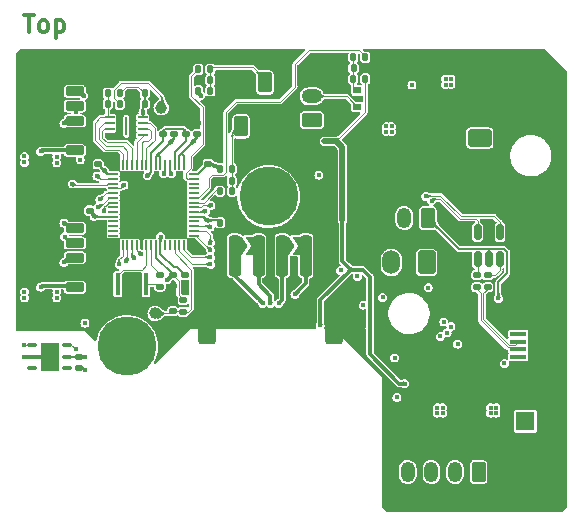
<source format=gtl>
%TF.GenerationSoftware,KiCad,Pcbnew,(6.0.6)*%
%TF.CreationDate,2022-09-25T21:31:05+08:00*%
%TF.ProjectId,Stealthburner_Toolhead_PCB,53746561-6c74-4686-9275-726e65725f54,rev?*%
%TF.SameCoordinates,Original*%
%TF.FileFunction,Copper,L1,Top*%
%TF.FilePolarity,Positive*%
%FSLAX46Y46*%
G04 Gerber Fmt 4.6, Leading zero omitted, Abs format (unit mm)*
G04 Created by KiCad (PCBNEW (6.0.6)) date 2022-09-25 21:31:05*
%MOMM*%
%LPD*%
G01*
G04 APERTURE LIST*
G04 Aperture macros list*
%AMRoundRect*
0 Rectangle with rounded corners*
0 $1 Rounding radius*
0 $2 $3 $4 $5 $6 $7 $8 $9 X,Y pos of 4 corners*
0 Add a 4 corners polygon primitive as box body*
4,1,4,$2,$3,$4,$5,$6,$7,$8,$9,$2,$3,0*
0 Add four circle primitives for the rounded corners*
1,1,$1+$1,$2,$3*
1,1,$1+$1,$4,$5*
1,1,$1+$1,$6,$7*
1,1,$1+$1,$8,$9*
0 Add four rect primitives between the rounded corners*
20,1,$1+$1,$2,$3,$4,$5,0*
20,1,$1+$1,$4,$5,$6,$7,0*
20,1,$1+$1,$6,$7,$8,$9,0*
20,1,$1+$1,$8,$9,$2,$3,0*%
%AMFreePoly0*
4,1,6,1.000000,0.000000,0.500000,-0.750000,-0.500000,-0.750000,-0.500000,0.750000,0.500000,0.750000,1.000000,0.000000,1.000000,0.000000,$1*%
%AMFreePoly1*
4,1,6,0.500000,-0.750000,-0.650000,-0.750000,-0.150000,0.000000,-0.650000,0.750000,0.500000,0.750000,0.500000,-0.750000,0.500000,-0.750000,$1*%
G04 Aperture macros list end*
%ADD10C,0.300000*%
%TA.AperFunction,NonConductor*%
%ADD11C,0.300000*%
%TD*%
%TA.AperFunction,SMDPad,CuDef*%
%ADD12RoundRect,0.140000X-0.170000X0.140000X-0.170000X-0.140000X0.170000X-0.140000X0.170000X0.140000X0*%
%TD*%
%TA.AperFunction,SMDPad,CuDef*%
%ADD13RoundRect,0.140000X0.170000X-0.140000X0.170000X0.140000X-0.170000X0.140000X-0.170000X-0.140000X0*%
%TD*%
%TA.AperFunction,ComponentPad*%
%ADD14RoundRect,0.250000X-0.350000X-0.625000X0.350000X-0.625000X0.350000X0.625000X-0.350000X0.625000X0*%
%TD*%
%TA.AperFunction,ComponentPad*%
%ADD15O,1.200000X1.750000*%
%TD*%
%TA.AperFunction,SMDPad,CuDef*%
%ADD16R,0.812800X0.177800*%
%TD*%
%TA.AperFunction,SMDPad,CuDef*%
%ADD17R,0.177800X0.812800*%
%TD*%
%TA.AperFunction,SMDPad,CuDef*%
%ADD18R,3.200400X3.200400*%
%TD*%
%TA.AperFunction,SMDPad,CuDef*%
%ADD19RoundRect,0.140000X-0.140000X-0.170000X0.140000X-0.170000X0.140000X0.170000X-0.140000X0.170000X0*%
%TD*%
%TA.AperFunction,SMDPad,CuDef*%
%ADD20FreePoly0,0.000000*%
%TD*%
%TA.AperFunction,SMDPad,CuDef*%
%ADD21FreePoly1,0.000000*%
%TD*%
%TA.AperFunction,ComponentPad*%
%ADD22RoundRect,0.250001X0.499999X0.759999X-0.499999X0.759999X-0.499999X-0.759999X0.499999X-0.759999X0*%
%TD*%
%TA.AperFunction,ComponentPad*%
%ADD23O,1.500000X2.020000*%
%TD*%
%TA.AperFunction,SMDPad,CuDef*%
%ADD24RoundRect,0.135000X0.135000X0.185000X-0.135000X0.185000X-0.135000X-0.185000X0.135000X-0.185000X0*%
%TD*%
%TA.AperFunction,SMDPad,CuDef*%
%ADD25RoundRect,0.200000X-0.600000X0.200000X-0.600000X-0.200000X0.600000X-0.200000X0.600000X0.200000X0*%
%TD*%
%TA.AperFunction,SMDPad,CuDef*%
%ADD26RoundRect,0.250001X-1.249999X0.799999X-1.249999X-0.799999X1.249999X-0.799999X1.249999X0.799999X0*%
%TD*%
%TA.AperFunction,ComponentPad*%
%ADD27R,1.600000X1.600000*%
%TD*%
%TA.AperFunction,ComponentPad*%
%ADD28C,1.600000*%
%TD*%
%TA.AperFunction,ComponentPad*%
%ADD29C,1.000000*%
%TD*%
%TA.AperFunction,SMDPad,CuDef*%
%ADD30RoundRect,0.135000X-0.135000X-0.185000X0.135000X-0.185000X0.135000X0.185000X-0.135000X0.185000X0*%
%TD*%
%TA.AperFunction,SMDPad,CuDef*%
%ADD31RoundRect,0.250000X-0.250000X-1.500000X0.250000X-1.500000X0.250000X1.500000X-0.250000X1.500000X0*%
%TD*%
%TA.AperFunction,SMDPad,CuDef*%
%ADD32RoundRect,0.250001X-0.499999X-1.449999X0.499999X-1.449999X0.499999X1.449999X-0.499999X1.449999X0*%
%TD*%
%TA.AperFunction,ComponentPad*%
%ADD33C,5.000000*%
%TD*%
%TA.AperFunction,SMDPad,CuDef*%
%ADD34R,0.700000X0.600000*%
%TD*%
%TA.AperFunction,ComponentPad*%
%ADD35RoundRect,0.250000X0.625000X-0.350000X0.625000X0.350000X-0.625000X0.350000X-0.625000X-0.350000X0*%
%TD*%
%TA.AperFunction,ComponentPad*%
%ADD36O,1.750000X1.200000*%
%TD*%
%TA.AperFunction,ComponentPad*%
%ADD37RoundRect,0.250000X0.350000X0.625000X-0.350000X0.625000X-0.350000X-0.625000X0.350000X-0.625000X0*%
%TD*%
%TA.AperFunction,SMDPad,CuDef*%
%ADD38RoundRect,0.140000X0.140000X0.170000X-0.140000X0.170000X-0.140000X-0.170000X0.140000X-0.170000X0*%
%TD*%
%TA.AperFunction,SMDPad,CuDef*%
%ADD39RoundRect,0.135000X-0.185000X0.135000X-0.185000X-0.135000X0.185000X-0.135000X0.185000X0.135000X0*%
%TD*%
%TA.AperFunction,SMDPad,CuDef*%
%ADD40R,0.400000X1.900000*%
%TD*%
%TA.AperFunction,SMDPad,CuDef*%
%ADD41RoundRect,0.100000X-0.300000X-0.100000X0.300000X-0.100000X0.300000X0.100000X-0.300000X0.100000X0*%
%TD*%
%TA.AperFunction,SMDPad,CuDef*%
%ADD42R,1.500000X2.400000*%
%TD*%
%TA.AperFunction,SMDPad,CuDef*%
%ADD43RoundRect,0.135000X0.185000X-0.135000X0.185000X0.135000X-0.185000X0.135000X-0.185000X-0.135000X0*%
%TD*%
%TA.AperFunction,ComponentPad*%
%ADD44RoundRect,0.250001X-0.759999X0.499999X-0.759999X-0.499999X0.759999X-0.499999X0.759999X0.499999X0*%
%TD*%
%TA.AperFunction,ComponentPad*%
%ADD45O,2.020000X1.500000*%
%TD*%
%TA.AperFunction,SMDPad,CuDef*%
%ADD46R,0.812800X0.254000*%
%TD*%
%TA.AperFunction,SMDPad,CuDef*%
%ADD47R,0.203200X1.600200*%
%TD*%
%TA.AperFunction,SMDPad,CuDef*%
%ADD48RoundRect,0.150000X-0.150000X0.512500X-0.150000X-0.512500X0.150000X-0.512500X0.150000X0.512500X0*%
%TD*%
%TA.AperFunction,SMDPad,CuDef*%
%ADD49R,1.380000X0.450000*%
%TD*%
%TA.AperFunction,SMDPad,CuDef*%
%ADD50R,1.550000X1.425000*%
%TD*%
%TA.AperFunction,SMDPad,CuDef*%
%ADD51R,1.300000X1.650000*%
%TD*%
%TA.AperFunction,SMDPad,CuDef*%
%ADD52R,1.900000X1.000000*%
%TD*%
%TA.AperFunction,SMDPad,CuDef*%
%ADD53R,1.900000X1.800000*%
%TD*%
%TA.AperFunction,ViaPad*%
%ADD54C,0.450000*%
%TD*%
%TA.AperFunction,Conductor*%
%ADD55C,0.200000*%
%TD*%
%TA.AperFunction,Conductor*%
%ADD56C,0.300000*%
%TD*%
%TA.AperFunction,Conductor*%
%ADD57C,0.120000*%
%TD*%
%TA.AperFunction,Conductor*%
%ADD58C,0.500000*%
%TD*%
G04 APERTURE END LIST*
D10*
D11*
X100830285Y-93260171D02*
X101687428Y-93260171D01*
X101258857Y-94760171D02*
X101258857Y-93260171D01*
X102401714Y-94760171D02*
X102258857Y-94688742D01*
X102187428Y-94617314D01*
X102116000Y-94474457D01*
X102116000Y-94045885D01*
X102187428Y-93903028D01*
X102258857Y-93831600D01*
X102401714Y-93760171D01*
X102616000Y-93760171D01*
X102758857Y-93831600D01*
X102830285Y-93903028D01*
X102901714Y-94045885D01*
X102901714Y-94474457D01*
X102830285Y-94617314D01*
X102758857Y-94688742D01*
X102616000Y-94760171D01*
X102401714Y-94760171D01*
X103544571Y-93760171D02*
X103544571Y-95260171D01*
X103544571Y-93831600D02*
X103687428Y-93760171D01*
X103973142Y-93760171D01*
X104116000Y-93831600D01*
X104187428Y-93903028D01*
X104258857Y-94045885D01*
X104258857Y-94474457D01*
X104187428Y-94617314D01*
X104116000Y-94688742D01*
X103973142Y-94760171D01*
X103687428Y-94760171D01*
X103544571Y-94688742D01*
D12*
%TO.P,C24,1*%
%TO.N,+3V3*%
X113434800Y-115296400D03*
%TO.P,C24,2*%
%TO.N,GND*%
X113434800Y-116256400D03*
%TD*%
D13*
%TO.P,C16,1*%
%TO.N,+1V1*%
X114554000Y-103400800D03*
%TO.P,C16,2*%
%TO.N,GND*%
X114554000Y-102440800D03*
%TD*%
D14*
%TO.P,J4,1,Pin_1*%
%TO.N,Net-(C13-Pad1)*%
X119243600Y-102726400D03*
D15*
%TO.P,J4,2,Pin_2*%
%TO.N,GND*%
X121243600Y-102726400D03*
%TD*%
D16*
%TO.P,U7,1,IOVDD*%
%TO.N,+3V3*%
X108407200Y-106772075D03*
%TO.P,U7,2,GPIO0*%
%TO.N,/FAN1_PWM*%
X108407200Y-107172125D03*
%TO.P,U7,3,GPIO1*%
%TO.N,/FAN2_PWM*%
X108407200Y-107572175D03*
%TO.P,U7,4,GPIO2*%
%TO.N,/FAN2_DET*%
X108407200Y-107972225D03*
%TO.P,U7,5,GPIO3*%
%TO.N,/FAN1_DET*%
X108407200Y-108372275D03*
%TO.P,U7,6,GPIO4*%
%TO.N,/IIC0_SDA*%
X108407200Y-108772325D03*
%TO.P,U7,7,GPIO5*%
%TO.N,/IIC0_SCL*%
X108407200Y-109172375D03*
%TO.P,U7,8,GPIO6*%
%TO.N,unconnected-(U7-Pad8)*%
X108407200Y-109572425D03*
%TO.P,U7,9,GPIO7*%
%TO.N,unconnected-(U7-Pad9)*%
X108407200Y-109972475D03*
%TO.P,U7,10,IOVDD*%
%TO.N,+3V3*%
X108407200Y-110372525D03*
%TO.P,U7,11,GPIO8*%
%TO.N,unconnected-(U7-Pad11)*%
X108407200Y-110772575D03*
%TO.P,U7,12,GPIO9*%
%TO.N,unconnected-(U7-Pad12)*%
X108407200Y-111172625D03*
%TO.P,U7,13,GPIO10*%
%TO.N,unconnected-(U7-Pad13)*%
X108407200Y-111572675D03*
%TO.P,U7,14,GPIO11*%
%TO.N,unconnected-(U7-Pad14)*%
X108407200Y-111972725D03*
D17*
%TO.P,U7,15,GPIO12*%
%TO.N,/E-EN*%
X109210475Y-112776000D03*
%TO.P,U7,16,GPIO13*%
%TO.N,/UART*%
X109610525Y-112776000D03*
%TO.P,U7,17,GPIO14*%
%TO.N,/E-STEP*%
X110010575Y-112776000D03*
%TO.P,U7,18,GPIO15*%
%TO.N,/E-DIR*%
X110410625Y-112776000D03*
%TO.P,U7,19,TESTEN*%
%TO.N,GND*%
X110810675Y-112776000D03*
%TO.P,U7,20,XIN*%
%TO.N,Net-(U7-Pad20)*%
X111210725Y-112776000D03*
%TO.P,U7,21,XOUT*%
%TO.N,Net-(R11-Pad1)*%
X111610775Y-112776000D03*
%TO.P,U7,22,IOVDD*%
%TO.N,+3V3*%
X112010825Y-112776000D03*
%TO.P,U7,23,DVDD*%
%TO.N,+1V1*%
X112410875Y-112776000D03*
%TO.P,U7,24,SWCLK*%
%TO.N,unconnected-(U7-Pad24)*%
X112810925Y-112776000D03*
%TO.P,U7,25,SWD*%
%TO.N,unconnected-(U7-Pad25)*%
X113210975Y-112776000D03*
%TO.P,U7,26,RUN*%
%TO.N,/RUN*%
X113611025Y-112776000D03*
%TO.P,U7,27,GPIO16*%
%TO.N,/SPI0_MISO*%
X114011075Y-112776000D03*
%TO.P,U7,28,GPIO17*%
%TO.N,/SPI0_CS1*%
X114411125Y-112776000D03*
D16*
%TO.P,U7,29,GPIO18*%
%TO.N,/SPI0_CLK*%
X115214400Y-111972725D03*
%TO.P,U7,30,GPIO19*%
%TO.N,/SPI0_MOSI*%
X115214400Y-111572675D03*
%TO.P,U7,31,GPIO20*%
%TO.N,/SPI0_CS2*%
X115214400Y-111172625D03*
%TO.P,U7,32,GPIO21*%
%TO.N,unconnected-(U7-Pad32)*%
X115214400Y-110772575D03*
%TO.P,U7,33,IOVDD*%
%TO.N,+3V3*%
X115214400Y-110372525D03*
%TO.P,U7,34,GPIO22*%
%TO.N,/NEO*%
X115214400Y-109972475D03*
%TO.P,U7,35,GPIO23*%
%TO.N,/HE*%
X115214400Y-109572425D03*
%TO.P,U7,36,GPIO24*%
%TO.N,/X-*%
X115214400Y-109172375D03*
%TO.P,U7,37,GPIO25*%
%TO.N,/PROBE*%
X115214400Y-108772325D03*
%TO.P,U7,38,GPIO26_ADC0*%
%TO.N,unconnected-(U7-Pad38)*%
X115214400Y-108372275D03*
%TO.P,U7,39,GPIO27_ADC1*%
%TO.N,unconnected-(U7-Pad39)*%
X115214400Y-107972225D03*
%TO.P,U7,40,GPIO28_ADC2*%
%TO.N,unconnected-(U7-Pad40)*%
X115214400Y-107572175D03*
%TO.P,U7,41,GPIO29_ADC3*%
%TO.N,/NTC*%
X115214400Y-107172125D03*
%TO.P,U7,42,IOVDD*%
%TO.N,+3V3*%
X115214400Y-106772075D03*
D17*
%TO.P,U7,43,ADC_AVDD*%
X114411125Y-105968800D03*
%TO.P,U7,44,VREG_IN*%
X114011075Y-105968800D03*
%TO.P,U7,45,VREG_VOUT*%
%TO.N,+1V1*%
X113611025Y-105968800D03*
%TO.P,U7,46,USB_DM*%
%TO.N,/D-*%
X113210975Y-105968800D03*
%TO.P,U7,47,USB_DP*%
%TO.N,/D+*%
X112810925Y-105968800D03*
%TO.P,U7,48,USB_VDD*%
%TO.N,+3V3*%
X112410875Y-105968800D03*
%TO.P,U7,49,IOVDD*%
X112010825Y-105968800D03*
%TO.P,U7,50,DVDD*%
%TO.N,+1V1*%
X111610775Y-105968800D03*
%TO.P,U7,51,QSPI_SD3*%
%TO.N,/QSPI_SD3*%
X111210725Y-105968800D03*
%TO.P,U7,52,QSPI_SCLK*%
%TO.N,/QSPI_CLK*%
X110810675Y-105968800D03*
%TO.P,U7,53,QSPI_SD0*%
%TO.N,/QSPI_SD0*%
X110410625Y-105968800D03*
%TO.P,U7,54,QSPI_SD2*%
%TO.N,/QSPI_SD2*%
X110010575Y-105968800D03*
%TO.P,U7,55,QSPI_SD1*%
%TO.N,/QSPI_SD1*%
X109610525Y-105968800D03*
%TO.P,U7,56,QSPI_SS*%
%TO.N,/QSPI_CS*%
X109210475Y-105968800D03*
D18*
%TO.P,U7,57,GND*%
%TO.N,GND*%
X111810800Y-109372400D03*
%TD*%
D19*
%TO.P,C19,1*%
%TO.N,+3V3*%
X117477600Y-110896400D03*
%TO.P,C19,2*%
%TO.N,GND*%
X118437600Y-110896400D03*
%TD*%
D20*
%TO.P,JP4,1,A*%
%TO.N,/FORCE-*%
X118793600Y-112826800D03*
D21*
%TO.P,JP4,2,B*%
%TO.N,/RTDIN-*%
X120243600Y-112826800D03*
%TD*%
D22*
%TO.P,J9,1,Pin_1*%
%TO.N,Net-(J9-Pad1)*%
X134951600Y-114241600D03*
D23*
%TO.P,J9,2,Pin_2*%
%TO.N,+24V*%
X131951600Y-114241600D03*
%TD*%
D24*
%TO.P,R5,1*%
%TO.N,Net-(J3-Pad1)*%
X108968000Y-100838000D03*
%TO.P,R5,2*%
%TO.N,/QSPI_CS*%
X107948000Y-100838000D03*
%TD*%
D25*
%TO.P,J7,1,Pin_1*%
%TO.N,/FAN1_DET*%
X105168400Y-111342800D03*
%TO.P,J7,2,Pin_2*%
%TO.N,Net-(D3-Pad2)*%
X105168400Y-112592800D03*
%TO.P,J7,3,Pin_3*%
%TO.N,Net-(J7-Pad3)*%
X105168400Y-113842800D03*
%TO.P,J7,4,Pin_4*%
%TO.N,GND*%
X105168400Y-115092800D03*
%TO.P,J7,5,Pin_5*%
%TO.N,Net-(J7-Pad5)*%
X105168400Y-116342800D03*
D26*
%TO.P,J7,MP,MountPin*%
%TO.N,GND*%
X102268400Y-118892800D03*
X102268400Y-108792800D03*
%TD*%
D20*
%TO.P,JP3,1,A*%
%TO.N,/RTDIN+*%
X122756000Y-112826800D03*
D21*
%TO.P,JP3,2,B*%
%TO.N,/FORCE+*%
X124206000Y-112826800D03*
%TD*%
D27*
%TO.P,C32,1*%
%TO.N,+24V*%
X143306800Y-127711200D03*
D28*
%TO.P,C32,2*%
%TO.N,GND*%
X143306800Y-130211200D03*
%TD*%
D29*
%TO.P,J3,1,Pin_1*%
%TO.N,Net-(J3-Pad1)*%
X112471200Y-101142800D03*
%TD*%
D13*
%TO.P,C18,1*%
%TO.N,+3V3*%
X115468400Y-103400800D03*
%TO.P,C18,2*%
%TO.N,GND*%
X115468400Y-102440800D03*
%TD*%
D30*
%TO.P,R14,1*%
%TO.N,/NTC*%
X115618800Y-97891600D03*
%TO.P,R14,2*%
%TO.N,Net-(C17-Pad1)*%
X116638800Y-97891600D03*
%TD*%
D24*
%TO.P,R7,1*%
%TO.N,/PROBE*%
X129745200Y-96875600D03*
%TO.P,R7,2*%
%TO.N,Net-(C11-Pad1)*%
X128725200Y-96875600D03*
%TD*%
D31*
%TO.P,J11,1,Pin_1*%
%TO.N,/FORCE-*%
X118716800Y-113685200D03*
%TO.P,J11,2,Pin_2*%
%TO.N,/RTDIN-*%
X120716800Y-113685200D03*
%TO.P,J11,3,Pin_3*%
%TO.N,/RTDIN+*%
X122716800Y-113685200D03*
%TO.P,J11,4,Pin_4*%
%TO.N,/FORCE+*%
X124716800Y-113685200D03*
D32*
%TO.P,J11,MP,MountPin*%
%TO.N,GND*%
X127066800Y-119435200D03*
X116366800Y-119435200D03*
%TD*%
D13*
%TO.P,C15,1*%
%TO.N,+1V1*%
X112623600Y-103400800D03*
%TO.P,C15,2*%
%TO.N,GND*%
X112623600Y-102440800D03*
%TD*%
%TO.P,C23,1*%
%TO.N,+3V3*%
X106426000Y-109852400D03*
%TO.P,C23,2*%
%TO.N,GND*%
X106426000Y-108892400D03*
%TD*%
D33*
%TO.P,H2,1,1*%
%TO.N,unconnected-(H2-Pad1)*%
X121564400Y-108661200D03*
%TD*%
D34*
%TO.P,D2,1,K*%
%TO.N,Net-(D2-Pad1)*%
X129082800Y-101080800D03*
%TO.P,D2,2,A*%
%TO.N,Net-(C11-Pad1)*%
X129082800Y-99680800D03*
%TD*%
D30*
%TO.P,R12,1*%
%TO.N,/X-*%
X117447600Y-108204000D03*
%TO.P,R12,2*%
%TO.N,Net-(C13-Pad1)*%
X118467600Y-108204000D03*
%TD*%
D35*
%TO.P,J2,1,Pin_1*%
%TO.N,+24V*%
X125222000Y-102177600D03*
D36*
%TO.P,J2,2,Pin_2*%
%TO.N,Net-(D2-Pad1)*%
X125222000Y-100177600D03*
%TO.P,J2,3,Pin_3*%
%TO.N,GND*%
X125222000Y-98177600D03*
%TD*%
D13*
%TO.P,C4,1*%
%TO.N,/RUN*%
X113436400Y-118386800D03*
%TO.P,C4,2*%
%TO.N,GND*%
X113436400Y-117426800D03*
%TD*%
D37*
%TO.P,J8,1,Pin_1*%
%TO.N,+5V*%
X135045200Y-110481200D03*
D15*
%TO.P,J8,2,Pin_2*%
%TO.N,Net-(J8-Pad2)*%
X133045200Y-110481200D03*
%TO.P,J8,3,Pin_3*%
%TO.N,GND*%
X131045200Y-110481200D03*
%TD*%
D33*
%TO.P,H1,1,1*%
%TO.N,unconnected-(H1-Pad1)*%
X109575600Y-121361200D03*
%TD*%
D12*
%TO.P,C29,1*%
%TO.N,+3V3*%
X105511600Y-122252800D03*
%TO.P,C29,2*%
%TO.N,GND*%
X105511600Y-123212800D03*
%TD*%
D38*
%TO.P,C13,1*%
%TO.N,Net-(C13-Pad1)*%
X118437600Y-107340400D03*
%TO.P,C13,2*%
%TO.N,GND*%
X117477600Y-107340400D03*
%TD*%
D29*
%TO.P,TP1,1,1*%
%TO.N,/RUN*%
X111963200Y-118567200D03*
%TD*%
D24*
%TO.P,R4,1*%
%TO.N,+3V3*%
X108968000Y-99923600D03*
%TO.P,R4,2*%
%TO.N,/QSPI_CS*%
X107948000Y-99923600D03*
%TD*%
D39*
%TO.P,R11,1*%
%TO.N,Net-(R11-Pad1)*%
X112369600Y-115266400D03*
%TO.P,R11,2*%
%TO.N,Net-(R11-Pad2)*%
X112369600Y-116286400D03*
%TD*%
%TO.P,R8,1*%
%TO.N,Net-(R8-Pad1)*%
X139192000Y-115314000D03*
%TO.P,R8,2*%
%TO.N,Net-(J5-Pad2)*%
X139192000Y-116334000D03*
%TD*%
D40*
%TO.P,Y1,1,1*%
%TO.N,Net-(U7-Pad20)*%
X108780400Y-116081200D03*
%TO.P,Y1,2,2*%
%TO.N,GND*%
X109980400Y-116081200D03*
%TO.P,Y1,3,3*%
%TO.N,Net-(R11-Pad2)*%
X111180400Y-116081200D03*
%TD*%
D24*
%TO.P,R6,1*%
%TO.N,+3V3*%
X129745200Y-98704400D03*
%TO.P,R6,2*%
%TO.N,Net-(C11-Pad1)*%
X128725200Y-98704400D03*
%TD*%
D38*
%TO.P,C17,1*%
%TO.N,Net-(C17-Pad1)*%
X116608800Y-98806000D03*
%TO.P,C17,2*%
%TO.N,GND*%
X115648800Y-98806000D03*
%TD*%
D41*
%TO.P,U9,1,SDA*%
%TO.N,/IIC0_SDA*%
X101572400Y-121224800D03*
%TO.P,U9,2,GND*%
%TO.N,GND*%
X101572400Y-122224800D03*
%TO.P,U9,3,NC*%
%TO.N,unconnected-(U9-Pad3)*%
X101572400Y-123224800D03*
%TO.P,U9,4,NC*%
%TO.N,unconnected-(U9-Pad4)*%
X104472400Y-123224800D03*
%TO.P,U9,5,VDD*%
%TO.N,+3V3*%
X104472400Y-122224800D03*
%TO.P,U9,6,SCL*%
%TO.N,/IIC0_SCL*%
X104472400Y-121224800D03*
D42*
%TO.P,U9,7,PAD*%
%TO.N,GND*%
X103022400Y-122224800D03*
%TD*%
D25*
%TO.P,J10,1,Pin_1*%
%TO.N,/FAN2_DET*%
X105168400Y-99760400D03*
%TO.P,J10,2,Pin_2*%
%TO.N,Net-(D5-Pad2)*%
X105168400Y-101010400D03*
%TO.P,J10,3,Pin_3*%
%TO.N,Net-(J10-Pad3)*%
X105168400Y-102260400D03*
%TO.P,J10,4,Pin_4*%
%TO.N,GND*%
X105168400Y-103510400D03*
%TO.P,J10,5,Pin_5*%
%TO.N,Net-(J10-Pad5)*%
X105168400Y-104760400D03*
D26*
%TO.P,J10,MP,MountPin*%
%TO.N,GND*%
X102268400Y-97210400D03*
X102268400Y-107310400D03*
%TD*%
D43*
%TO.P,R10,1*%
%TO.N,Net-(J5-Pad3)*%
X140106400Y-116334000D03*
%TO.P,R10,2*%
%TO.N,Net-(R10-Pad2)*%
X140106400Y-115314000D03*
%TD*%
D44*
%TO.P,J1,1,Pin_1*%
%TO.N,+24V*%
X139446000Y-103706800D03*
D45*
%TO.P,J1,2,Pin_2*%
%TO.N,GND*%
X139446000Y-106706800D03*
%TD*%
D13*
%TO.P,C21,1*%
%TO.N,+3V3*%
X113538000Y-103400800D03*
%TO.P,C21,2*%
%TO.N,GND*%
X113538000Y-102440800D03*
%TD*%
%TO.P,C20,1*%
%TO.N,+3V3*%
X116433600Y-105890000D03*
%TO.P,C20,2*%
%TO.N,GND*%
X116433600Y-104930000D03*
%TD*%
D46*
%TO.P,U4,1,~{CS}*%
%TO.N,/QSPI_CS*%
X108126400Y-101967599D03*
%TO.P,U4,2,DO_IO1*%
%TO.N,/QSPI_SD1*%
X108126400Y-102467600D03*
%TO.P,U4,3,~{WP}_IO2*%
%TO.N,/QSPI_SD2*%
X108126400Y-102967600D03*
%TO.P,U4,4,GND*%
%TO.N,GND*%
X108126400Y-103467601D03*
%TO.P,U4,5,DI_IO0*%
%TO.N,/QSPI_SD0*%
X110923200Y-103467601D03*
%TO.P,U4,6,CLK*%
%TO.N,/QSPI_CLK*%
X110923200Y-102967600D03*
%TO.P,U4,7,~{HOLD}_IO3*%
%TO.N,/QSPI_SD3*%
X110923200Y-102467600D03*
%TO.P,U4,8,VCC*%
%TO.N,+3V3*%
X110923200Y-101967599D03*
D47*
%TO.P,U4,9,EPAD*%
%TO.N,unconnected-(U4-Pad9)*%
X109524800Y-102717600D03*
%TD*%
D30*
%TO.P,R15,1*%
%TO.N,+3V3*%
X115618800Y-99720400D03*
%TO.P,R15,2*%
%TO.N,Net-(C17-Pad1)*%
X116638800Y-99720400D03*
%TD*%
D38*
%TO.P,C3,1*%
%TO.N,+3V3*%
X111071600Y-99923600D03*
%TO.P,C3,2*%
%TO.N,GND*%
X110111600Y-99923600D03*
%TD*%
D19*
%TO.P,C11,1*%
%TO.N,Net-(C11-Pad1)*%
X128755200Y-97790000D03*
%TO.P,C11,2*%
%TO.N,GND*%
X129715200Y-97790000D03*
%TD*%
D13*
%TO.P,C22,1*%
%TO.N,+3V3*%
X107137200Y-105940800D03*
%TO.P,C22,2*%
%TO.N,GND*%
X107137200Y-104980800D03*
%TD*%
D48*
%TO.P,U5,1,I/O1*%
%TO.N,/D+*%
X141158000Y-111689300D03*
%TO.P,U5,2,GND*%
%TO.N,GND*%
X140208000Y-111689300D03*
%TO.P,U5,3,I/O2*%
%TO.N,/D-*%
X139258000Y-111689300D03*
%TO.P,U5,4,I/O2*%
%TO.N,Net-(R8-Pad1)*%
X139258000Y-113964300D03*
%TO.P,U5,5,VBUS*%
%TO.N,+5V*%
X140208000Y-113964300D03*
%TO.P,U5,6,I/O1*%
%TO.N,Net-(R10-Pad2)*%
X141158000Y-113964300D03*
%TD*%
D39*
%TO.P,R1,1*%
%TO.N,+3V3*%
X114350800Y-117396800D03*
%TO.P,R1,2*%
%TO.N,/RUN*%
X114350800Y-118416800D03*
%TD*%
D38*
%TO.P,C2,1*%
%TO.N,+3V3*%
X111071600Y-100838000D03*
%TO.P,C2,2*%
%TO.N,GND*%
X110111600Y-100838000D03*
%TD*%
D12*
%TO.P,C14,1*%
%TO.N,+1V1*%
X114452400Y-115293200D03*
%TO.P,C14,2*%
%TO.N,GND*%
X114452400Y-116253200D03*
%TD*%
D37*
%TO.P,J6,1,Pin_1*%
%TO.N,Net-(C17-Pad1)*%
X121259600Y-99009200D03*
D15*
%TO.P,J6,2,Pin_2*%
%TO.N,GND*%
X119259600Y-99009200D03*
%TD*%
D30*
%TO.P,R9,1*%
%TO.N,+3V3*%
X117447600Y-106322400D03*
%TO.P,R9,2*%
%TO.N,Net-(C13-Pad1)*%
X118467600Y-106322400D03*
%TD*%
D49*
%TO.P,J5,1,VBUS*%
%TO.N,unconnected-(J5-Pad1)*%
X142710400Y-122254800D03*
%TO.P,J5,2,D-*%
%TO.N,Net-(J5-Pad2)*%
X142710400Y-121604800D03*
%TO.P,J5,3,D+*%
%TO.N,Net-(J5-Pad3)*%
X142710400Y-120954800D03*
%TO.P,J5,4,ID*%
%TO.N,unconnected-(J5-Pad4)*%
X142710400Y-120304800D03*
%TO.P,J5,5,GND*%
%TO.N,GND*%
X142710400Y-119654800D03*
D50*
%TO.P,J5,6,Shield*%
X142795400Y-123442300D03*
X142795400Y-118467300D03*
D51*
X145370400Y-117579800D03*
D52*
X145370400Y-119404800D03*
D51*
X145370400Y-124329800D03*
D53*
X145370400Y-122104800D03*
%TD*%
D37*
%TO.P,J12,1,Pin_1*%
%TO.N,/E-A2*%
X139347200Y-131987200D03*
D15*
%TO.P,J12,2,Pin_2*%
%TO.N,/E-A1*%
X137347200Y-131987200D03*
%TO.P,J12,3,Pin_3*%
%TO.N,/E-B1*%
X135347200Y-131987200D03*
%TO.P,J12,4,Pin_4*%
%TO.N,/E-B2*%
X133347200Y-131987200D03*
%TD*%
D54*
%TO.N,GND*%
X128066800Y-102311200D03*
X139547600Y-130251200D03*
%TO.N,+24V*%
X135839200Y-127000000D03*
X137007600Y-98704400D03*
X140817600Y-126542800D03*
X137007600Y-99187000D03*
X132232400Y-122326400D03*
X140817600Y-127000000D03*
X140360400Y-127000000D03*
X140360400Y-126542800D03*
X136296400Y-127000000D03*
X136550400Y-98704400D03*
X100888800Y-116738400D03*
X135839200Y-126542800D03*
X136550400Y-99187000D03*
X100888800Y-117246400D03*
X136296400Y-126542800D03*
X100888800Y-105765600D03*
X100888800Y-105257600D03*
%TO.N,GND*%
X144424400Y-132232400D03*
X143916400Y-132232400D03*
X106324400Y-102565200D03*
X137007600Y-125577600D03*
X143408400Y-132232400D03*
X137668000Y-124942600D03*
X123850400Y-106781600D03*
X144526000Y-107340400D03*
X112217200Y-109778800D03*
X125730000Y-105562400D03*
X137668000Y-123621800D03*
X138988800Y-124942600D03*
X113893600Y-120142000D03*
X119532400Y-117144800D03*
X139649200Y-124282200D03*
X102870000Y-100380800D03*
X138988800Y-123621800D03*
X145999200Y-120497600D03*
X113030000Y-110591600D03*
X140055600Y-130251200D03*
X138328400Y-122961400D03*
X112572800Y-99060000D03*
X131572000Y-127101600D03*
X136042400Y-129641600D03*
X131572000Y-128117600D03*
X102412800Y-113030000D03*
X137007600Y-124942600D03*
X110591600Y-108966000D03*
X131419600Y-119126000D03*
X101904800Y-103327200D03*
X110591600Y-109778800D03*
X137668000Y-125577600D03*
X137007600Y-122961400D03*
X107746800Y-118465600D03*
X107238800Y-118465600D03*
X144424400Y-131673600D03*
X126288800Y-111201200D03*
X108254800Y-118465600D03*
X112979200Y-99415600D03*
X136042400Y-129133600D03*
X143916400Y-131673600D03*
X113487200Y-101854000D03*
X138887200Y-119786400D03*
X112217200Y-108966000D03*
X107645200Y-99060000D03*
X111404400Y-110591600D03*
X108966000Y-102870000D03*
X110591600Y-110591600D03*
X139649200Y-125577600D03*
X108966000Y-102362000D03*
X119176800Y-116789200D03*
X138328400Y-125577600D03*
X143408400Y-107340400D03*
X133299200Y-100584000D03*
X137007600Y-124282200D03*
X101549200Y-98602800D03*
X134620000Y-124714000D03*
X101904800Y-103835200D03*
X101041200Y-98602800D03*
X111404400Y-108153200D03*
X115011200Y-112674400D03*
X134112000Y-97180400D03*
X143408400Y-131673600D03*
X133299200Y-101142800D03*
X112217200Y-110591600D03*
X113030000Y-109778800D03*
X112217200Y-108153200D03*
X113030000Y-108966000D03*
X145084800Y-107340400D03*
X111404400Y-108966000D03*
X143967200Y-107340400D03*
X126339600Y-107594400D03*
X137007600Y-123621800D03*
X128981200Y-118110000D03*
X114046000Y-101854000D03*
X133299200Y-100025200D03*
X139395200Y-119786400D03*
X106375200Y-108407200D03*
X107086400Y-99060000D03*
X125730000Y-105003600D03*
X133604000Y-97180400D03*
X142849600Y-107340400D03*
X114604800Y-101854000D03*
X102870000Y-100888800D03*
X126339600Y-108153200D03*
X101904800Y-104343200D03*
X111404400Y-109778800D03*
X136245600Y-117754400D03*
X123494800Y-106426000D03*
X110591600Y-108153200D03*
X111810800Y-102108000D03*
X138988800Y-124282200D03*
X136042400Y-128625600D03*
X138988800Y-125577600D03*
X108204000Y-99060000D03*
X139649200Y-123621800D03*
X146507200Y-120497600D03*
X133096000Y-97180400D03*
X109626400Y-100380800D03*
X139649200Y-122961400D03*
X131572000Y-127609600D03*
X100533200Y-98602800D03*
X102412800Y-112014000D03*
X114300000Y-119735600D03*
X102412800Y-112522000D03*
X137668000Y-124282200D03*
X131419600Y-119634000D03*
X144119600Y-97078800D03*
X144830800Y-97790000D03*
X113030000Y-108153200D03*
X138328400Y-124282200D03*
X138328400Y-123621800D03*
X141579600Y-124206000D03*
X137668000Y-122961400D03*
X138328400Y-124942600D03*
X106019600Y-123342400D03*
X139649200Y-124942600D03*
X114503200Y-116636800D03*
X102870000Y-99872800D03*
X143814800Y-122834400D03*
X138988800Y-122961400D03*
X144475200Y-97434400D03*
X100838000Y-122224800D03*
X113436400Y-116789200D03*
%TO.N,+12V*%
X133705600Y-99212400D03*
X103632000Y-116738400D03*
X131978400Y-103174800D03*
X103632000Y-117246400D03*
X103632000Y-105308400D03*
X131521200Y-102717600D03*
X103632000Y-105816400D03*
X131521200Y-103174800D03*
X131978400Y-102717600D03*
%TO.N,+5V*%
X105613200Y-105562400D03*
X125816400Y-106847600D03*
X141020800Y-117297200D03*
%TO.N,+1V1*%
X112420400Y-112064800D03*
X111285427Y-106902277D03*
%TO.N,/FAN1_DET*%
X107289600Y-108915200D03*
X104241600Y-110896400D03*
%TO.N,/D+*%
X134874000Y-108661200D03*
X112674400Y-106730800D03*
%TO.N,/D-*%
X135373255Y-109008055D03*
X113334800Y-106745381D03*
%TO.N,/NEO*%
X136396000Y-119280400D03*
X116211661Y-109911035D03*
%TO.N,/FAN1_PWM*%
X107035600Y-106934000D03*
%TO.N,/FORCE+*%
X123799600Y-116941600D03*
%TO.N,/RTDIN+*%
X122428000Y-117703600D03*
%TO.N,/E-EN*%
X108915200Y-114401600D03*
X132435600Y-125679200D03*
%TO.N,/E-STEP*%
X110134400Y-113842800D03*
X136675951Y-120201243D03*
%TO.N,/E-DIR*%
X137007600Y-119684800D03*
X110744000Y-113538000D03*
%TO.N,/UART*%
X109524800Y-114096800D03*
X136093200Y-120497600D03*
%TO.N,/IIC0_SDA*%
X100838000Y-121208800D03*
X107137200Y-109524800D03*
%TO.N,/IIC0_SCL*%
X107645200Y-109880400D03*
X105257600Y-121615200D03*
%TO.N,/SPI0_MISO*%
X116636800Y-114401600D03*
X129590800Y-117856000D03*
%TO.N,/SPI0_CS1*%
X116636800Y-113792000D03*
%TO.N,/SPI0_CLK*%
X131216400Y-117195600D03*
X116636800Y-113182400D03*
%TO.N,/SPI0_MOSI*%
X116636800Y-112572800D03*
X129082800Y-115417600D03*
%TO.N,/RTDIN-*%
X121716800Y-117703600D03*
%TO.N,/FORCE-*%
X121056400Y-117703600D03*
%TO.N,/FAN2_DET*%
X109321600Y-107696000D03*
X105918000Y-100126800D03*
%TO.N,/FAN2_PWM*%
X104952800Y-107594400D03*
%TO.N,Net-(D3-Pad2)*%
X104292400Y-112064800D03*
%TO.N,Net-(D5-Pad2)*%
X105218068Y-101467868D03*
%TO.N,/HE*%
X135077200Y-116382800D03*
X116687600Y-109423200D03*
%TO.N,/SPI0_CS2*%
X127660400Y-114909600D03*
X116621374Y-111234152D03*
%TO.N,+3V3*%
X115824000Y-100126800D03*
X133096000Y-124510800D03*
X110923200Y-101522400D03*
X127812800Y-110236000D03*
X116332000Y-110693200D03*
X126288800Y-103987600D03*
X127203200Y-103987600D03*
X107684600Y-106488200D03*
X113000629Y-115691475D03*
X130149600Y-119837200D03*
X128524000Y-114858800D03*
X106019600Y-119380000D03*
X106019600Y-122224800D03*
X125933200Y-119583200D03*
X113309400Y-104013000D03*
X137566400Y-121158000D03*
X106781600Y-110337600D03*
X126746000Y-103987600D03*
X127812800Y-110693200D03*
X141528800Y-122783600D03*
X117043200Y-106121200D03*
X115214400Y-103987600D03*
%TO.N,Net-(J10-Pad3)*%
X104241600Y-102463600D03*
%TO.N,Net-(J7-Pad3)*%
X104241600Y-114249200D03*
%TO.N,Net-(J7-Pad5)*%
X102260400Y-116332000D03*
%TO.N,Net-(J10-Pad5)*%
X102260400Y-104851200D03*
%TD*%
D55*
%TO.N,GND*%
X105511600Y-123212800D02*
X105890000Y-123212800D01*
X105890000Y-123212800D02*
X106019600Y-123342400D01*
D56*
X101572400Y-122224800D02*
X100838000Y-122224800D01*
X101572400Y-122224800D02*
X103022400Y-122224800D01*
D57*
%TO.N,/RUN*%
X113436400Y-118386800D02*
X114320800Y-118386800D01*
X114320800Y-118386800D02*
X114350800Y-118416800D01*
X113611025Y-112776000D02*
X113611025Y-113458625D01*
X114755200Y-118416800D02*
X114350800Y-118416800D01*
X113256000Y-118567200D02*
X113436400Y-118386800D01*
X111963200Y-118567200D02*
X113256000Y-118567200D01*
X113611025Y-113458625D02*
X115011200Y-114858800D01*
X115011200Y-118160800D02*
X114755200Y-118416800D01*
X115011200Y-114858800D02*
X115011200Y-118160800D01*
%TO.N,Net-(C11-Pad1)*%
X128992400Y-99680800D02*
X128725200Y-99413600D01*
X128725200Y-99413600D02*
X128725200Y-96875600D01*
X129082800Y-99680800D02*
X128992400Y-99680800D01*
%TO.N,Net-(C13-Pad1)*%
X119243600Y-102726400D02*
X118467600Y-103502400D01*
X118467600Y-103502400D02*
X118467600Y-108153200D01*
D55*
%TO.N,+5V*%
X141782800Y-113385600D02*
X141782800Y-115163600D01*
X141478000Y-113080800D02*
X141782800Y-113385600D01*
X141020800Y-115925600D02*
X141020800Y-117297200D01*
X141782800Y-115163600D02*
X141020800Y-115925600D01*
X137644800Y-113080800D02*
X140208000Y-113080800D01*
X135045200Y-110481200D02*
X137644800Y-113080800D01*
X140208000Y-113964300D02*
X140208000Y-113080800D01*
X140208000Y-113080800D02*
X141478000Y-113080800D01*
%TO.N,+1V1*%
X112471200Y-104140000D02*
X111610775Y-105000425D01*
X113611025Y-105968800D02*
X113611025Y-104879775D01*
X112623600Y-103400800D02*
X112623600Y-103987600D01*
X112623600Y-103400800D02*
X112623600Y-103124000D01*
X112410875Y-112074325D02*
X112410875Y-112776000D01*
X111610775Y-105000425D02*
X111610775Y-105968800D01*
X114350800Y-102920800D02*
X114554000Y-103124000D01*
X113538000Y-114655600D02*
X113814800Y-114655600D01*
X113814800Y-114655600D02*
X114452400Y-115293200D01*
X112410875Y-112776000D02*
X112410875Y-113528475D01*
X114554000Y-103936800D02*
X114554000Y-103400800D01*
X112471200Y-113588800D02*
X113538000Y-114655600D01*
X114452400Y-104038400D02*
X114554000Y-103936800D01*
X112420400Y-112064800D02*
X112410875Y-112074325D01*
X112410875Y-113528475D02*
X112471200Y-113588800D01*
X111610775Y-106576929D02*
X111285427Y-106902277D01*
X111610775Y-105968800D02*
X111610775Y-106576929D01*
X114554000Y-103124000D02*
X114554000Y-103400800D01*
X112826800Y-102920800D02*
X114350800Y-102920800D01*
X112623600Y-103124000D02*
X112826800Y-102920800D01*
X112623600Y-103987600D02*
X112471200Y-104140000D01*
X113611025Y-104879775D02*
X114452400Y-104038400D01*
D57*
%TO.N,Net-(C17-Pad1)*%
X121259600Y-98755200D02*
X121259600Y-99009200D01*
X116638800Y-97891600D02*
X116638800Y-99720400D01*
X120243600Y-97739200D02*
X121259600Y-98755200D01*
X116791200Y-97739200D02*
X120243600Y-97739200D01*
X116638800Y-97891600D02*
X116791200Y-97739200D01*
%TO.N,/FAN1_DET*%
X107289600Y-108915200D02*
X107832525Y-108372275D01*
X104688000Y-111342800D02*
X104241600Y-110896400D01*
X105168400Y-111342800D02*
X104688000Y-111342800D01*
X107832525Y-108372275D02*
X108407200Y-108372275D01*
%TO.N,/D+*%
X137865964Y-110329200D02*
X136114819Y-108578055D01*
X140656800Y-110329200D02*
X137865964Y-110329200D01*
X141158000Y-111689300D02*
X141158000Y-110830400D01*
X112810925Y-105968800D02*
X112810925Y-106594275D01*
X134957145Y-108578055D02*
X134874000Y-108661200D01*
X136114819Y-108578055D02*
X134957145Y-108578055D01*
X141158000Y-110830400D02*
X140656800Y-110329200D01*
X112810925Y-106594275D02*
X112674400Y-106730800D01*
%TO.N,/D-*%
X113210975Y-105968800D02*
X113210975Y-106621556D01*
X113210975Y-106621556D02*
X113334800Y-106745381D01*
X139090400Y-110549200D02*
X139258000Y-110716800D01*
X135373255Y-109008055D02*
X135500110Y-108881200D01*
X135500110Y-108881200D02*
X136106836Y-108881200D01*
X139258000Y-110716800D02*
X139258000Y-111689300D01*
X136106836Y-108881200D02*
X137774836Y-110549200D01*
X137774836Y-110549200D02*
X139090400Y-110549200D01*
%TO.N,Net-(J3-Pad1)*%
X112471200Y-100177600D02*
X112471200Y-101142800D01*
X108483400Y-100353400D02*
X108483400Y-99618800D01*
X108968000Y-100838000D02*
X108483400Y-100353400D01*
X108483400Y-99618800D02*
X109042200Y-99060000D01*
X111353600Y-99060000D02*
X112471200Y-100177600D01*
X109042200Y-99060000D02*
X111353600Y-99060000D01*
%TO.N,/NEO*%
X115214400Y-109972475D02*
X116150221Y-109972475D01*
X116150221Y-109972475D02*
X116211661Y-109911035D01*
%TO.N,/FAN1_PWM*%
X107273725Y-107172125D02*
X108407200Y-107172125D01*
X107035600Y-106934000D02*
X107273725Y-107172125D01*
D56*
%TO.N,/FORCE+*%
X124716800Y-113685200D02*
X124716800Y-116024400D01*
X124716800Y-116024400D02*
X123799600Y-116941600D01*
%TO.N,/RTDIN+*%
X122716800Y-113685200D02*
X122716800Y-117414800D01*
X122716800Y-117414800D02*
X122428000Y-117703600D01*
D57*
%TO.N,/QSPI_CS*%
X109210475Y-105044875D02*
X109210475Y-105968800D01*
X108063599Y-101967599D02*
X107950000Y-101854000D01*
X107948000Y-100838000D02*
X107948000Y-101598000D01*
X107328401Y-101967599D02*
X106883200Y-102412800D01*
X107948000Y-101598000D02*
X107950000Y-101600000D01*
X106883200Y-103886000D02*
X107696000Y-104698800D01*
X108864400Y-104698800D02*
X109210475Y-105044875D01*
X107950000Y-101854000D02*
X107950000Y-101600000D01*
X107948000Y-99923600D02*
X107948000Y-100838000D01*
X107696000Y-104698800D02*
X108864400Y-104698800D01*
X108126400Y-101967599D02*
X108063599Y-101967599D01*
X106883200Y-102412800D02*
X106883200Y-103886000D01*
X108126400Y-101967599D02*
X107328401Y-101967599D01*
%TO.N,/PROBE*%
X116484400Y-107899200D02*
X116484400Y-107137200D01*
X123799600Y-97434400D02*
X124968000Y-96266000D01*
X116484400Y-107137200D02*
X116789200Y-106832400D01*
X115611275Y-108772325D02*
X116484400Y-107899200D01*
X129235200Y-96266000D02*
X129745200Y-96776000D01*
X117957600Y-101498400D02*
X118821200Y-100634800D01*
X123799600Y-99364800D02*
X123799600Y-97434400D01*
X129745200Y-96776000D02*
X129745200Y-96875600D01*
X115214400Y-108772325D02*
X115611275Y-108772325D01*
X117957600Y-106607993D02*
X117957600Y-101498400D01*
X118821200Y-100634800D02*
X122529600Y-100634800D01*
X122529600Y-100634800D02*
X123799600Y-99364800D01*
X117733193Y-106832400D02*
X117957600Y-106607993D01*
X116789200Y-106832400D02*
X117733193Y-106832400D01*
X124968000Y-96266000D02*
X129235200Y-96266000D01*
%TO.N,/X-*%
X116074825Y-109172375D02*
X117094000Y-108153200D01*
X115214400Y-109172375D02*
X116074825Y-109172375D01*
X117094000Y-108153200D02*
X117447600Y-108153200D01*
%TO.N,/E-EN*%
X109210475Y-112776000D02*
X109210475Y-113699925D01*
X109210475Y-113699925D02*
X108915200Y-113995200D01*
X108915200Y-113995200D02*
X108915200Y-114401600D01*
%TO.N,/E-STEP*%
X110010575Y-113718975D02*
X110134400Y-113842800D01*
X110010575Y-112776000D02*
X110010575Y-113718975D01*
%TO.N,/E-DIR*%
X110410625Y-112776000D02*
X110410625Y-113204625D01*
X110410625Y-113204625D02*
X110744000Y-113538000D01*
%TO.N,/UART*%
X109524800Y-114096800D02*
X109610525Y-114011075D01*
X109610525Y-114011075D02*
X109610525Y-112776000D01*
%TO.N,/QSPI_SD1*%
X109220000Y-104394000D02*
X107797600Y-104394000D01*
X107188000Y-102870000D02*
X107590400Y-102467600D01*
X107590400Y-102467600D02*
X108126400Y-102467600D01*
X109610525Y-104784525D02*
X109220000Y-104394000D01*
X109610525Y-105968800D02*
X109610525Y-104784525D01*
X107797600Y-104394000D02*
X107188000Y-103784400D01*
X107188000Y-103784400D02*
X107188000Y-102870000D01*
%TO.N,/QSPI_SD2*%
X107649200Y-102967600D02*
X107492800Y-103124000D01*
X109524800Y-104089200D02*
X110010575Y-104574975D01*
X107899200Y-104089200D02*
X109524800Y-104089200D01*
X107492800Y-103682800D02*
X107899200Y-104089200D01*
X107492800Y-103124000D02*
X107492800Y-103682800D01*
X108126400Y-102967600D02*
X107649200Y-102967600D01*
X110010575Y-104574975D02*
X110010575Y-105968800D01*
%TO.N,/QSPI_SD0*%
X110410625Y-104016175D02*
X110410625Y-105968800D01*
X110923200Y-103503600D02*
X110410625Y-104016175D01*
X110923200Y-103467601D02*
X110923200Y-103503600D01*
%TO.N,/QSPI_CLK*%
X111353600Y-103987600D02*
X110947200Y-103987600D01*
X110810675Y-104124125D02*
X110810675Y-105968800D01*
X111451200Y-102967600D02*
X111607600Y-103124000D01*
X110923200Y-102967600D02*
X111451200Y-102967600D01*
X111607600Y-103733600D02*
X111353600Y-103987600D01*
X110947200Y-103987600D02*
X110810675Y-104124125D01*
X111607600Y-103124000D02*
X111607600Y-103733600D01*
%TO.N,/QSPI_SD3*%
X110923200Y-102467600D02*
X111510000Y-102467600D01*
X111210725Y-104587675D02*
X111210725Y-105968800D01*
X111912400Y-103886000D02*
X111210725Y-104587675D01*
X111510000Y-102467600D02*
X111912400Y-102870000D01*
X111912400Y-102870000D02*
X111912400Y-103886000D01*
%TO.N,/IIC0_SDA*%
X107137200Y-109524800D02*
X107288112Y-109524800D01*
X100854000Y-121224800D02*
X101572400Y-121224800D01*
X107288112Y-109524800D02*
X108040587Y-108772325D01*
X108040587Y-108772325D02*
X108407200Y-108772325D01*
X100838000Y-121208800D02*
X100854000Y-121224800D01*
%TO.N,/IIC0_SCL*%
X107645200Y-109575600D02*
X107645200Y-109880400D01*
X105257600Y-121615200D02*
X104867200Y-121224800D01*
X104867200Y-121224800D02*
X104472400Y-121224800D01*
X108048425Y-109172375D02*
X107645200Y-109575600D01*
X108407200Y-109172375D02*
X108048425Y-109172375D01*
%TO.N,/SPI0_MISO*%
X116636800Y-114401600D02*
X115110275Y-114401600D01*
X115110275Y-114401600D02*
X114011075Y-113302400D01*
X114011075Y-113302400D02*
X114011075Y-112776000D01*
%TO.N,/SPI0_CS1*%
X116636800Y-113792000D02*
X115011200Y-113792000D01*
X115011200Y-113792000D02*
X114411125Y-113191925D01*
X114411125Y-113191925D02*
X114411125Y-112776000D01*
%TO.N,/SPI0_CLK*%
X116636800Y-113182400D02*
X115427125Y-111972725D01*
X115427125Y-111972725D02*
X115214400Y-111972725D01*
%TO.N,/SPI0_MOSI*%
X116246275Y-111572675D02*
X115214400Y-111572675D01*
X116636800Y-112572800D02*
X116636800Y-111963200D01*
X116636800Y-111963200D02*
X116246275Y-111572675D01*
D56*
%TO.N,/RTDIN-*%
X120716800Y-113685200D02*
X120716800Y-116094000D01*
X121716800Y-117094000D02*
X121716800Y-117703600D01*
X120716800Y-116094000D02*
X121716800Y-117094000D01*
%TO.N,/FORCE-*%
X118716800Y-113685200D02*
X118716800Y-115364000D01*
X118716800Y-115364000D02*
X121056400Y-117703600D01*
D57*
%TO.N,/FAN2_DET*%
X109045375Y-107972225D02*
X109321600Y-107696000D01*
X105168400Y-99760400D02*
X105551600Y-99760400D01*
X108407200Y-107972225D02*
X109045375Y-107972225D01*
X105551600Y-99760400D02*
X105918000Y-100126800D01*
%TO.N,/FAN2_PWM*%
X107991950Y-107572175D02*
X108407200Y-107572175D01*
X107840800Y-107723325D02*
X107991950Y-107572175D01*
X104952800Y-107594400D02*
X105081725Y-107723325D01*
X105081725Y-107723325D02*
X107840800Y-107723325D01*
%TO.N,Net-(D2-Pad1)*%
X128179600Y-100177600D02*
X129082800Y-101080800D01*
X125222000Y-100177600D02*
X128179600Y-100177600D01*
%TO.N,Net-(D3-Pad2)*%
X105168400Y-112592800D02*
X104820400Y-112592800D01*
X104820400Y-112592800D02*
X104292400Y-112064800D01*
%TO.N,Net-(D5-Pad2)*%
X105218068Y-101060068D02*
X105168400Y-101010400D01*
X105218068Y-101467868D02*
X105218068Y-101060068D01*
%TO.N,/HE*%
X115214400Y-109572425D02*
X115827175Y-109572425D01*
X115976400Y-109423200D02*
X116687600Y-109423200D01*
X115827175Y-109572425D02*
X115976400Y-109423200D01*
%TO.N,Net-(U7-Pad20)*%
X109252800Y-114858800D02*
X110845600Y-114858800D01*
X108780400Y-116081200D02*
X108780400Y-115331200D01*
X110845600Y-114858800D02*
X111210725Y-114493675D01*
X111210725Y-114493675D02*
X111210725Y-112776000D01*
X108780400Y-115331200D02*
X109252800Y-114858800D01*
%TO.N,Net-(J5-Pad2)*%
X142534400Y-121428800D02*
X142710400Y-121604800D01*
X141799600Y-121428800D02*
X142534400Y-121428800D01*
X139192000Y-116334000D02*
X139192000Y-116535200D01*
X139192000Y-116535200D02*
X139530800Y-116874000D01*
X139530800Y-116874000D02*
X139530800Y-119160000D01*
X139530800Y-119160000D02*
X141799600Y-121428800D01*
%TO.N,/NTC*%
X114960400Y-106234825D02*
X114554000Y-106641225D01*
X115618800Y-97891600D02*
X115011200Y-98499200D01*
X115011200Y-98499200D02*
X115011200Y-100126800D01*
X115976400Y-101092000D02*
X115976400Y-104241600D01*
X115011200Y-100126800D02*
X115976400Y-101092000D01*
X114960400Y-105257600D02*
X114960400Y-106234825D01*
X114554000Y-107038125D02*
X114688000Y-107172125D01*
X114554000Y-106641225D02*
X114554000Y-107038125D01*
X114688000Y-107172125D02*
X115214400Y-107172125D01*
X115976400Y-104241600D02*
X114960400Y-105257600D01*
%TO.N,Net-(J5-Pad3)*%
X139750800Y-116840000D02*
X139750800Y-119024400D01*
X140106400Y-116484400D02*
X139750800Y-116840000D01*
X141935200Y-121208800D02*
X142456400Y-121208800D01*
X139750800Y-119024400D02*
X141935200Y-121208800D01*
X140106400Y-116334000D02*
X140106400Y-116484400D01*
X142456400Y-121208800D02*
X142710400Y-120954800D01*
%TO.N,/SPI0_CS2*%
X116559847Y-111172625D02*
X116621374Y-111234152D01*
X115214400Y-111172625D02*
X116559847Y-111172625D01*
%TO.N,Net-(R8-Pad1)*%
X139258000Y-113964300D02*
X139258000Y-115248000D01*
X139258000Y-115248000D02*
X139192000Y-115314000D01*
%TO.N,Net-(R10-Pad2)*%
X140768800Y-115314000D02*
X140106400Y-115314000D01*
X141158000Y-113964300D02*
X141158000Y-114924800D01*
X141158000Y-114924800D02*
X140768800Y-115314000D01*
%TO.N,Net-(R11-Pad1)*%
X112369600Y-115266400D02*
X112369600Y-115214400D01*
X111610775Y-114455575D02*
X111610775Y-112776000D01*
X112369600Y-115214400D02*
X111610775Y-114455575D01*
%TO.N,Net-(R11-Pad2)*%
X111180400Y-116081200D02*
X112164400Y-116081200D01*
X112164400Y-116081200D02*
X112369600Y-116286400D01*
%TO.N,+3V3*%
X113434800Y-115296400D02*
X113944400Y-115806000D01*
X127254000Y-103987600D02*
X127203200Y-103987600D01*
D56*
X113000629Y-115691475D02*
X113039725Y-115691475D01*
D55*
X104472400Y-122224800D02*
X105483600Y-122224800D01*
D56*
X128524000Y-114858800D02*
X125933200Y-117449600D01*
D55*
X106781600Y-110337600D02*
X106781600Y-110208000D01*
D57*
X108968000Y-99923600D02*
X108968000Y-99870800D01*
D55*
X113434800Y-115263600D02*
X113434800Y-115296400D01*
D56*
X127812800Y-110236000D02*
X127812800Y-114147600D01*
D55*
X115214400Y-110372525D02*
X116011325Y-110372525D01*
X115551525Y-106772075D02*
X116433600Y-105890000D01*
X106816525Y-110372525D02*
X108407200Y-110372525D01*
D56*
X132638800Y-124510800D02*
X130149600Y-122021600D01*
X130149600Y-122021600D02*
X130149600Y-119837200D01*
X128524000Y-114858800D02*
X129540000Y-114858800D01*
D55*
X107684600Y-106488200D02*
X107137200Y-105940800D01*
D57*
X113944400Y-116990400D02*
X114350800Y-117396800D01*
D55*
X108407200Y-106772075D02*
X107968475Y-106772075D01*
D58*
X126288800Y-103987600D02*
X127304800Y-103987600D01*
D55*
X112217200Y-105105200D02*
X112010825Y-105311575D01*
X114249200Y-104952800D02*
X115214400Y-103987600D01*
X117246400Y-106121200D02*
X117447600Y-106322400D01*
X110923200Y-101522400D02*
X110923200Y-100986400D01*
D57*
X113944400Y-115806000D02*
X113944400Y-116990400D01*
D55*
X106781600Y-110208000D02*
X106426000Y-109852400D01*
X106019600Y-122224800D02*
X105991600Y-122252800D01*
D57*
X115618800Y-99921600D02*
X115824000Y-100126800D01*
X129745200Y-101496400D02*
X127254000Y-103987600D01*
D55*
X112010825Y-112776000D02*
X112010825Y-113839625D01*
X113309400Y-104013000D02*
X112420400Y-104902000D01*
X105991600Y-122252800D02*
X105511600Y-122252800D01*
X116332000Y-110693200D02*
X117274400Y-110693200D01*
X115214400Y-106772075D02*
X115551525Y-106772075D01*
X114011075Y-105968800D02*
X114011075Y-105190925D01*
D57*
X109474000Y-99364800D02*
X110512800Y-99364800D01*
D55*
X117043200Y-106121200D02*
X117246400Y-106121200D01*
X112010825Y-113839625D02*
X113434800Y-115263600D01*
X114011075Y-105190925D02*
X114249200Y-104952800D01*
D56*
X130149600Y-115468400D02*
X130149600Y-119837200D01*
D55*
X113538000Y-103400800D02*
X113538000Y-103784400D01*
D56*
X133096000Y-124510800D02*
X132638800Y-124510800D01*
D55*
X114249200Y-105054400D02*
X114249200Y-104952800D01*
D56*
X129540000Y-114858800D02*
X130149600Y-115468400D01*
D55*
X112410875Y-105968800D02*
X112410875Y-105298875D01*
X117274400Y-110693200D02*
X117477600Y-110896400D01*
D57*
X115618800Y-99720400D02*
X115618800Y-99921600D01*
D55*
X116812000Y-105890000D02*
X116433600Y-105890000D01*
X105483600Y-122224800D02*
X105511600Y-122252800D01*
X110923200Y-100986400D02*
X111071600Y-100838000D01*
X112410875Y-105298875D02*
X112217200Y-105105200D01*
X111071600Y-99923600D02*
X111071600Y-100838000D01*
X112420400Y-104902000D02*
X112217200Y-105105200D01*
X114411125Y-105968800D02*
X114411125Y-105216325D01*
D57*
X129745200Y-98704400D02*
X129745200Y-101496400D01*
D56*
X113039725Y-115691475D02*
X113434800Y-115296400D01*
D57*
X110512800Y-99364800D02*
X111071600Y-99923600D01*
D56*
X127812800Y-114147600D02*
X128524000Y-114858800D01*
D55*
X115214400Y-103987600D02*
X115468400Y-103733600D01*
X112010825Y-105311575D02*
X112010825Y-105968800D01*
D56*
X125933200Y-117449600D02*
X125933200Y-119583200D01*
D55*
X110923200Y-101967599D02*
X110923200Y-101522400D01*
X114411125Y-105216325D02*
X114249200Y-105054400D01*
X116011325Y-110372525D02*
X116332000Y-110693200D01*
X106781600Y-110337600D02*
X106816525Y-110372525D01*
X113538000Y-103784400D02*
X113309400Y-104013000D01*
D58*
X127812800Y-104495600D02*
X127812800Y-110693200D01*
D57*
X108968000Y-99870800D02*
X109474000Y-99364800D01*
D58*
X127304800Y-103987600D02*
X127812800Y-104495600D01*
D55*
X117043200Y-106121200D02*
X116812000Y-105890000D01*
X115468400Y-103733600D02*
X115468400Y-103400800D01*
X107968475Y-106772075D02*
X107684600Y-106488200D01*
D56*
%TO.N,Net-(J10-Pad3)*%
X104444800Y-102260400D02*
X105168400Y-102260400D01*
X104241600Y-102463600D02*
X104444800Y-102260400D01*
%TO.N,Net-(J7-Pad3)*%
X104648000Y-113842800D02*
X104241600Y-114249200D01*
X105168400Y-113842800D02*
X104648000Y-113842800D01*
%TO.N,Net-(J7-Pad5)*%
X102374000Y-116218400D02*
X105044000Y-116218400D01*
X105044000Y-116218400D02*
X105168400Y-116342800D01*
X102260400Y-116332000D02*
X102374000Y-116218400D01*
%TO.N,Net-(J10-Pad5)*%
X102351200Y-104760400D02*
X102260400Y-104851200D01*
X105168400Y-104760400D02*
X102351200Y-104760400D01*
%TD*%
%TA.AperFunction,Conductor*%
%TO.N,+3V3*%
G36*
X113633896Y-103656117D02*
G01*
X113637304Y-103665047D01*
X113636067Y-103686997D01*
X113635140Y-103703453D01*
X113634969Y-103704893D01*
X113627357Y-103746662D01*
X113627004Y-103748087D01*
X113615812Y-103783531D01*
X113615368Y-103784711D01*
X113601694Y-103815861D01*
X113601345Y-103816587D01*
X113586226Y-103845448D01*
X113586145Y-103845599D01*
X113570938Y-103873621D01*
X113570927Y-103873643D01*
X113570867Y-103873753D01*
X113556777Y-103902814D01*
X113545174Y-103934497D01*
X113545090Y-103934881D01*
X113545090Y-103934882D01*
X113542177Y-103948248D01*
X113537300Y-103970620D01*
X113537272Y-103971035D01*
X113537271Y-103971039D01*
X113534974Y-104004606D01*
X113530990Y-104012626D01*
X113526259Y-104015126D01*
X113386639Y-104051595D01*
X113386639Y-104051596D01*
X113229851Y-104092549D01*
X113235395Y-103808939D01*
X113238983Y-103800736D01*
X113243670Y-103797982D01*
X113251573Y-103795564D01*
X113264534Y-103791600D01*
X113265092Y-103791444D01*
X113293870Y-103784179D01*
X113293985Y-103784151D01*
X113321988Y-103777382D01*
X113321997Y-103777380D01*
X113322095Y-103777356D01*
X113322194Y-103777329D01*
X113348504Y-103770038D01*
X113348753Y-103769969D01*
X113348991Y-103769881D01*
X113372782Y-103761071D01*
X113372785Y-103761070D01*
X113373181Y-103760923D01*
X113394697Y-103749130D01*
X113412619Y-103733500D01*
X113413053Y-103732847D01*
X113413055Y-103732844D01*
X113425828Y-103713599D01*
X113426264Y-103712942D01*
X113434952Y-103686369D01*
X113437037Y-103663335D01*
X113441195Y-103655405D01*
X113448689Y-103652690D01*
X113625623Y-103652690D01*
X113633896Y-103656117D01*
G37*
%TD.AperFunction*%
%TD*%
%TA.AperFunction,Conductor*%
%TO.N,/FAN2_PWM*%
G36*
X105148514Y-107485799D02*
G01*
X105151966Y-107489663D01*
X105165019Y-107513227D01*
X105165091Y-107513360D01*
X105180441Y-107541941D01*
X105180481Y-107542014D01*
X105180506Y-107542060D01*
X105195286Y-107568382D01*
X105195374Y-107568519D01*
X105195378Y-107568526D01*
X105210267Y-107591763D01*
X105210272Y-107591770D01*
X105210438Y-107592029D01*
X105210629Y-107592268D01*
X105210634Y-107592275D01*
X105224539Y-107609675D01*
X105226990Y-107612742D01*
X105245969Y-107630266D01*
X105268405Y-107644344D01*
X105285348Y-107650873D01*
X105294851Y-107654535D01*
X105294854Y-107654536D01*
X105295324Y-107654717D01*
X105327755Y-107661130D01*
X105328159Y-107661153D01*
X105328161Y-107661153D01*
X105347566Y-107662246D01*
X105355683Y-107662703D01*
X105363750Y-107666589D01*
X105366725Y-107674384D01*
X105366725Y-107771830D01*
X105363298Y-107780103D01*
X105355231Y-107783528D01*
X105309496Y-107784335D01*
X105261126Y-107787076D01*
X105219610Y-107791117D01*
X105219537Y-107791127D01*
X105219517Y-107791129D01*
X105187958Y-107795353D01*
X105182953Y-107796023D01*
X105182940Y-107796024D01*
X105149139Y-107801362D01*
X105116239Y-107806691D01*
X105116143Y-107806706D01*
X105099546Y-107809093D01*
X105082265Y-107811578D01*
X105081861Y-107811629D01*
X105045057Y-107815620D01*
X105044550Y-107815664D01*
X105002639Y-107818372D01*
X105002123Y-107818394D01*
X104961504Y-107819222D01*
X104953163Y-107815964D01*
X104950130Y-107811112D01*
X104864025Y-107543863D01*
X104864749Y-107534938D01*
X104871573Y-107529139D01*
X104873216Y-107528738D01*
X105139786Y-107483795D01*
X105148514Y-107485799D01*
G37*
%TD.AperFunction*%
%TD*%
%TA.AperFunction,Conductor*%
%TO.N,/FORCE+*%
G36*
X124016465Y-116529141D02*
G01*
X124212059Y-116724735D01*
X124215486Y-116733008D01*
X124212063Y-116741277D01*
X124185442Y-116767924D01*
X124154908Y-116798877D01*
X124128268Y-116826792D01*
X124105061Y-116852602D01*
X124084826Y-116877239D01*
X124067104Y-116901635D01*
X124051434Y-116926721D01*
X124037356Y-116953429D01*
X124037281Y-116953599D01*
X124037274Y-116953613D01*
X124024481Y-116982532D01*
X124024411Y-116982691D01*
X124024354Y-116982844D01*
X124024350Y-116982853D01*
X124014925Y-117008002D01*
X124008813Y-117014546D01*
X124004198Y-117015594D01*
X123732216Y-117020911D01*
X123723877Y-117017646D01*
X123720289Y-117008984D01*
X123725606Y-116737002D01*
X123729194Y-116728798D01*
X123733197Y-116726275D01*
X123737305Y-116724735D01*
X123758508Y-116716788D01*
X123758658Y-116716722D01*
X123758667Y-116716718D01*
X123787586Y-116703925D01*
X123787600Y-116703918D01*
X123787770Y-116703843D01*
X123787941Y-116703753D01*
X123787949Y-116703749D01*
X123799935Y-116697431D01*
X123814478Y-116689765D01*
X123839564Y-116674095D01*
X123863960Y-116656373D01*
X123888597Y-116636138D01*
X123914407Y-116612931D01*
X123942322Y-116586291D01*
X123973275Y-116555757D01*
X123999923Y-116529137D01*
X124008198Y-116525714D01*
X124016465Y-116529141D01*
G37*
%TD.AperFunction*%
%TD*%
%TA.AperFunction,Conductor*%
%TO.N,+3V3*%
G36*
X127821233Y-110132269D02*
G01*
X128009795Y-110328351D01*
X128013060Y-110336690D01*
X128012012Y-110341304D01*
X128000822Y-110365909D01*
X127989284Y-110395755D01*
X127989224Y-110395948D01*
X127989219Y-110395963D01*
X127983237Y-110415283D01*
X127980353Y-110424594D01*
X127973695Y-110453413D01*
X127968976Y-110483195D01*
X127965863Y-110514924D01*
X127964022Y-110549585D01*
X127963121Y-110588162D01*
X127963121Y-110588229D01*
X127963120Y-110588264D01*
X127962824Y-110631638D01*
X127962806Y-110669306D01*
X127959375Y-110677577D01*
X127951106Y-110681000D01*
X127674494Y-110681000D01*
X127666221Y-110677573D01*
X127662794Y-110669306D01*
X127662775Y-110631638D01*
X127662479Y-110588264D01*
X127662478Y-110588229D01*
X127662478Y-110588162D01*
X127661577Y-110549585D01*
X127659736Y-110514924D01*
X127656623Y-110483195D01*
X127651904Y-110453413D01*
X127645246Y-110424594D01*
X127642362Y-110415283D01*
X127636380Y-110395963D01*
X127636375Y-110395948D01*
X127636315Y-110395755D01*
X127624777Y-110365909D01*
X127613587Y-110341303D01*
X127613281Y-110332355D01*
X127615804Y-110328351D01*
X127804367Y-110132269D01*
X127812571Y-110128681D01*
X127821233Y-110132269D01*
G37*
%TD.AperFunction*%
%TD*%
%TA.AperFunction,Conductor*%
%TO.N,Net-(J10-Pad5)*%
G36*
X102692686Y-104613864D02*
G01*
X102696200Y-104622223D01*
X102696200Y-104898836D01*
X102692773Y-104907109D01*
X102684636Y-104910535D01*
X102656495Y-104910863D01*
X102621002Y-104912438D01*
X102602291Y-104914184D01*
X102589436Y-104915384D01*
X102589426Y-104915385D01*
X102589236Y-104915403D01*
X102589059Y-104915432D01*
X102589049Y-104915433D01*
X102560953Y-104919997D01*
X102560713Y-104920036D01*
X102534950Y-104926612D01*
X102534649Y-104926725D01*
X102534645Y-104926726D01*
X102519009Y-104932584D01*
X102511462Y-104935411D01*
X102489765Y-104946710D01*
X102469376Y-104960786D01*
X102449809Y-104977917D01*
X102449610Y-104978129D01*
X102435922Y-104992698D01*
X102427760Y-104996381D01*
X102423285Y-104995641D01*
X102221890Y-104920036D01*
X102168469Y-104899981D01*
X102161928Y-104893865D01*
X102161796Y-104884490D01*
X102267262Y-104633797D01*
X102273628Y-104627501D01*
X102278364Y-104626639D01*
X102312742Y-104627577D01*
X102312799Y-104627577D01*
X102351305Y-104627292D01*
X102351316Y-104627292D01*
X102351413Y-104627291D01*
X102360237Y-104626947D01*
X102387667Y-104625878D01*
X102387699Y-104625876D01*
X102387785Y-104625873D01*
X102387876Y-104625867D01*
X102387881Y-104625867D01*
X102423263Y-104623635D01*
X102459257Y-104620887D01*
X102497172Y-104617941D01*
X102538352Y-104615112D01*
X102538481Y-104615105D01*
X102563807Y-104613778D01*
X102584307Y-104612705D01*
X102584488Y-104612697D01*
X102636454Y-104611028D01*
X102636617Y-104611025D01*
X102684377Y-104610524D01*
X102692686Y-104613864D01*
G37*
%TD.AperFunction*%
%TD*%
%TA.AperFunction,Conductor*%
%TO.N,Net-(D5-Pad2)*%
G36*
X105235348Y-100993754D02*
G01*
X105258476Y-101020416D01*
X105259579Y-101021913D01*
X105280279Y-101055264D01*
X105281145Y-101056950D01*
X105294333Y-101088732D01*
X105294842Y-101090242D01*
X105302978Y-101121193D01*
X105303185Y-101122141D01*
X105308579Y-101152825D01*
X105308606Y-101152981D01*
X105309900Y-101160970D01*
X105313594Y-101183788D01*
X105320504Y-101214424D01*
X105331777Y-101245236D01*
X105349851Y-101276568D01*
X105350190Y-101276968D01*
X105350191Y-101276969D01*
X105371801Y-101302444D01*
X105374540Y-101310970D01*
X105372974Y-101315927D01*
X105225881Y-101567030D01*
X105218743Y-101572436D01*
X105209872Y-101571211D01*
X105207353Y-101569226D01*
X105021762Y-101376234D01*
X105018497Y-101367895D01*
X105020152Y-101362122D01*
X105036742Y-101334363D01*
X105037653Y-101333051D01*
X105055339Y-101310970D01*
X105063109Y-101301268D01*
X105063721Y-101300564D01*
X105091722Y-101270833D01*
X105091932Y-101270616D01*
X105119919Y-101242398D01*
X105145206Y-101215162D01*
X105145393Y-101214911D01*
X105164810Y-101188782D01*
X105164812Y-101188779D01*
X105165190Y-101188270D01*
X105177379Y-101160970D01*
X105179283Y-101132512D01*
X105168409Y-101102144D01*
X105167815Y-101101394D01*
X105167813Y-101101390D01*
X105148733Y-101077285D01*
X105146285Y-101068672D01*
X105149634Y-101061751D01*
X105218237Y-100993148D01*
X105226510Y-100989721D01*
X105235348Y-100993754D01*
G37*
%TD.AperFunction*%
%TD*%
%TA.AperFunction,Conductor*%
%TO.N,Net-(J10-Pad3)*%
G36*
X104608441Y-102114099D02*
G01*
X104612431Y-102122899D01*
X104612431Y-102399395D01*
X104609004Y-102407668D01*
X104601447Y-102411073D01*
X104584369Y-102412120D01*
X104584364Y-102412121D01*
X104583967Y-102412145D01*
X104559236Y-102417170D01*
X104537891Y-102425157D01*
X104519585Y-102435791D01*
X104519217Y-102436096D01*
X104519212Y-102436100D01*
X104506359Y-102446772D01*
X104503970Y-102448755D01*
X104490701Y-102463732D01*
X104479429Y-102480405D01*
X104469810Y-102498459D01*
X104461495Y-102517575D01*
X104461445Y-102517711D01*
X104461439Y-102517725D01*
X104456908Y-102529960D01*
X104450821Y-102536528D01*
X104446166Y-102537595D01*
X104177507Y-102542847D01*
X104169168Y-102539582D01*
X104165580Y-102531378D01*
X104165958Y-102528192D01*
X104239529Y-102246530D01*
X104244935Y-102239392D01*
X104249762Y-102237838D01*
X104260416Y-102236844D01*
X104279512Y-102235061D01*
X104279513Y-102235061D01*
X104280057Y-102235010D01*
X104298607Y-102229696D01*
X104313631Y-102225392D01*
X104313635Y-102225390D01*
X104314066Y-102225267D01*
X104345182Y-102210908D01*
X104374957Y-102193473D01*
X104404842Y-102174564D01*
X104405039Y-102174443D01*
X104423559Y-102163377D01*
X104436311Y-102155757D01*
X104437104Y-102155324D01*
X104456459Y-102145702D01*
X104471165Y-102138391D01*
X104472408Y-102137861D01*
X104510954Y-102124005D01*
X104512499Y-102123567D01*
X104528714Y-102120160D01*
X104557271Y-102114160D01*
X104558906Y-102113935D01*
X104599960Y-102111224D01*
X104608441Y-102114099D01*
G37*
%TD.AperFunction*%
%TD*%
%TA.AperFunction,Conductor*%
%TO.N,+3V3*%
G36*
X106616631Y-109901410D02*
G01*
X106650784Y-109934734D01*
X106687949Y-109969062D01*
X106721003Y-109997844D01*
X106751096Y-110022602D01*
X106751137Y-110022634D01*
X106751165Y-110022657D01*
X106777045Y-110043024D01*
X106779377Y-110044859D01*
X106806994Y-110066137D01*
X106835097Y-110087957D01*
X106841677Y-110093242D01*
X106864729Y-110111758D01*
X106864952Y-110111942D01*
X106897239Y-110139218D01*
X106897486Y-110139433D01*
X106921312Y-110160729D01*
X106921319Y-110160734D01*
X106933812Y-110171901D01*
X106822990Y-110442209D01*
X106722828Y-110396493D01*
X106564625Y-110324286D01*
X106558522Y-110317733D01*
X106557814Y-110312790D01*
X106559775Y-110285947D01*
X106559780Y-110285864D01*
X106561512Y-110254369D01*
X106561512Y-110254366D01*
X106561520Y-110254222D01*
X106561795Y-110225046D01*
X106559936Y-110197737D01*
X106558072Y-110187267D01*
X106555352Y-110171990D01*
X106555351Y-110171988D01*
X106555284Y-110171609D01*
X106555167Y-110171239D01*
X106547296Y-110146361D01*
X106547295Y-110146359D01*
X106547175Y-110145979D01*
X106534948Y-110120164D01*
X106517940Y-110093478D01*
X106495491Y-110065238D01*
X106474681Y-110043024D01*
X106471526Y-110034643D01*
X106474947Y-110026752D01*
X106600188Y-109901511D01*
X106608461Y-109898084D01*
X106616631Y-109901410D01*
G37*
%TD.AperFunction*%
%TD*%
%TA.AperFunction,Conductor*%
%TO.N,/SPI0_CS1*%
G36*
X116544818Y-113595360D02*
G01*
X116740531Y-113783567D01*
X116744119Y-113791771D01*
X116740531Y-113800433D01*
X116560534Y-113973528D01*
X116544819Y-113988640D01*
X116536480Y-113991905D01*
X116531249Y-113990555D01*
X116498982Y-113973528D01*
X116498337Y-113973161D01*
X116464897Y-113952706D01*
X116464474Y-113952435D01*
X116434989Y-113932613D01*
X116434895Y-113932549D01*
X116407708Y-113913885D01*
X116407647Y-113913843D01*
X116391517Y-113903541D01*
X116381109Y-113896894D01*
X116381100Y-113896889D01*
X116380925Y-113896777D01*
X116352950Y-113881828D01*
X116321886Y-113869437D01*
X116321540Y-113869347D01*
X116321538Y-113869346D01*
X116286216Y-113860125D01*
X116286212Y-113860124D01*
X116285897Y-113860042D01*
X116285570Y-113859996D01*
X116285568Y-113859996D01*
X116243443Y-113854124D01*
X116243438Y-113854124D01*
X116243147Y-113854083D01*
X116226204Y-113853396D01*
X116203026Y-113852455D01*
X116194898Y-113848696D01*
X116191800Y-113840765D01*
X116191800Y-113743234D01*
X116195227Y-113734961D01*
X116203025Y-113731544D01*
X116243147Y-113729916D01*
X116243438Y-113729875D01*
X116243443Y-113729875D01*
X116285568Y-113724003D01*
X116285570Y-113724003D01*
X116285897Y-113723957D01*
X116286212Y-113723875D01*
X116286216Y-113723874D01*
X116321538Y-113714653D01*
X116321540Y-113714652D01*
X116321886Y-113714562D01*
X116352950Y-113702171D01*
X116380925Y-113687222D01*
X116381100Y-113687110D01*
X116381109Y-113687105D01*
X116391517Y-113680458D01*
X116407647Y-113670156D01*
X116434952Y-113651411D01*
X116464474Y-113631564D01*
X116464897Y-113631293D01*
X116498337Y-113610838D01*
X116498982Y-113610471D01*
X116531249Y-113593445D01*
X116540165Y-113592615D01*
X116544818Y-113595360D01*
G37*
%TD.AperFunction*%
%TD*%
%TA.AperFunction,Conductor*%
%TO.N,+3V3*%
G36*
X116723046Y-105792259D02*
G01*
X116734645Y-105792930D01*
X116736123Y-105793110D01*
X116777761Y-105800905D01*
X116779222Y-105801277D01*
X116814519Y-105812740D01*
X116815723Y-105813206D01*
X116846719Y-105827211D01*
X116847457Y-105827577D01*
X116876147Y-105843059D01*
X116876300Y-105843142D01*
X116898673Y-105855647D01*
X116904343Y-105858817D01*
X116904449Y-105858870D01*
X116904468Y-105858880D01*
X116925894Y-105869576D01*
X116933273Y-105873260D01*
X116933539Y-105873360D01*
X116933543Y-105873362D01*
X116964466Y-105885013D01*
X116964843Y-105885155D01*
X116965235Y-105885243D01*
X116965239Y-105885244D01*
X116999013Y-105892809D01*
X117000876Y-105893226D01*
X117034823Y-105895611D01*
X117042835Y-105899609D01*
X117045322Y-105904325D01*
X117122749Y-106200749D01*
X117004339Y-106198434D01*
X116839159Y-106195205D01*
X116830955Y-106191617D01*
X116828193Y-106186906D01*
X116821807Y-106165875D01*
X116821642Y-106165276D01*
X116814495Y-106136277D01*
X116814460Y-106136130D01*
X116807858Y-106107766D01*
X116807852Y-106107743D01*
X116807840Y-106107690D01*
X116807830Y-106107651D01*
X116807823Y-106107624D01*
X116800735Y-106080912D01*
X116800675Y-106080684D01*
X116791864Y-106055904D01*
X116780290Y-106034053D01*
X116764832Y-106015834D01*
X116744372Y-106001950D01*
X116743603Y-106001694D01*
X116718428Y-105993316D01*
X116718425Y-105993315D01*
X116717790Y-105993104D01*
X116694597Y-105990976D01*
X116686673Y-105986808D01*
X116683967Y-105979325D01*
X116683967Y-105802395D01*
X116687394Y-105794122D01*
X116696341Y-105790715D01*
X116723046Y-105792259D01*
G37*
%TD.AperFunction*%
%TD*%
%TA.AperFunction,Conductor*%
%TO.N,Net-(D3-Pad2)*%
G36*
X104496486Y-111990796D02*
G01*
X104504690Y-111994384D01*
X104507435Y-111999038D01*
X104518212Y-112033897D01*
X104518408Y-112034612D01*
X104527587Y-112072706D01*
X104527694Y-112073192D01*
X104534537Y-112108117D01*
X104540591Y-112140678D01*
X104547418Y-112171641D01*
X104556630Y-112201992D01*
X104569833Y-112232720D01*
X104588638Y-112264811D01*
X104614653Y-112299253D01*
X104641873Y-112328776D01*
X104644961Y-112337180D01*
X104641544Y-112344979D01*
X104572579Y-112413944D01*
X104564306Y-112417371D01*
X104556376Y-112414274D01*
X104526853Y-112387053D01*
X104526624Y-112386880D01*
X104492683Y-112361243D01*
X104492678Y-112361240D01*
X104492411Y-112361038D01*
X104460320Y-112342233D01*
X104429592Y-112329030D01*
X104399241Y-112319818D01*
X104399028Y-112319771D01*
X104399024Y-112319770D01*
X104368361Y-112313009D01*
X104368343Y-112313005D01*
X104368278Y-112312991D01*
X104368215Y-112312979D01*
X104368189Y-112312974D01*
X104335792Y-112306951D01*
X104335681Y-112306930D01*
X104300792Y-112300094D01*
X104300312Y-112299988D01*
X104291563Y-112297880D01*
X104262212Y-112290808D01*
X104261497Y-112290612D01*
X104226638Y-112279835D01*
X104219746Y-112274117D01*
X104218396Y-112268886D01*
X104213089Y-111997416D01*
X104216354Y-111989077D01*
X104225016Y-111985489D01*
X104496486Y-111990796D01*
G37*
%TD.AperFunction*%
%TD*%
%TA.AperFunction,Conductor*%
%TO.N,Net-(C13-Pad1)*%
G36*
X119449646Y-102519400D02*
G01*
X119455052Y-102526538D01*
X119455430Y-102529724D01*
X119440681Y-103284142D01*
X119437093Y-103292346D01*
X119431726Y-103295287D01*
X119317411Y-103322855D01*
X119315622Y-103323141D01*
X119264023Y-103327324D01*
X119190603Y-103333276D01*
X119189479Y-103333313D01*
X119064922Y-103331409D01*
X119064460Y-103331392D01*
X118994278Y-103327541D01*
X118944201Y-103324793D01*
X118944132Y-103324791D01*
X118944098Y-103324789D01*
X118832471Y-103320965D01*
X118832469Y-103320965D01*
X118832176Y-103320955D01*
X118732301Y-103327367D01*
X118731695Y-103327541D01*
X118649288Y-103351200D01*
X118649286Y-103351201D01*
X118648241Y-103351501D01*
X118613881Y-103377747D01*
X118584713Y-103400027D01*
X118584712Y-103400028D01*
X118583661Y-103400831D01*
X118583064Y-103402013D01*
X118542918Y-103481460D01*
X118542226Y-103482829D01*
X118542105Y-103483843D01*
X118528834Y-103594661D01*
X118524448Y-103602468D01*
X118517217Y-103604970D01*
X118419939Y-103604970D01*
X118411666Y-103601543D01*
X118408256Y-103592648D01*
X118414171Y-103481460D01*
X118414327Y-103480075D01*
X118432020Y-103378458D01*
X118432355Y-103377054D01*
X118458396Y-103291613D01*
X118458824Y-103290440D01*
X118490518Y-103216020D01*
X118490836Y-103215334D01*
X118525600Y-103146732D01*
X118560528Y-103079322D01*
X118592623Y-103008507D01*
X118619056Y-102929362D01*
X118636992Y-102836968D01*
X118643094Y-102734875D01*
X118647007Y-102726822D01*
X118651814Y-102724254D01*
X119396560Y-102529724D01*
X119440775Y-102518175D01*
X119449646Y-102519400D01*
G37*
%TD.AperFunction*%
%TD*%
%TA.AperFunction,Conductor*%
%TO.N,+1V1*%
G36*
X112433126Y-111961509D02*
G01*
X112613206Y-112165024D01*
X112616122Y-112173490D01*
X112614703Y-112178401D01*
X112598520Y-112207920D01*
X112598472Y-112208008D01*
X112580319Y-112240458D01*
X112564220Y-112270008D01*
X112564168Y-112270111D01*
X112564165Y-112270118D01*
X112554409Y-112289684D01*
X112550197Y-112298130D01*
X112538272Y-112326296D01*
X112528467Y-112355979D01*
X112528410Y-112356224D01*
X112521875Y-112384084D01*
X112520803Y-112388652D01*
X112515302Y-112425785D01*
X112515286Y-112425995D01*
X112512123Y-112467066D01*
X112511985Y-112468852D01*
X112511982Y-112469005D01*
X112511127Y-112507882D01*
X112507519Y-112516078D01*
X112499430Y-112519325D01*
X112322343Y-112519325D01*
X112314070Y-112515898D01*
X112310645Y-112507860D01*
X112309827Y-112467066D01*
X112309820Y-112466962D01*
X112309819Y-112466944D01*
X112306729Y-112422672D01*
X112306718Y-112422511D01*
X112302211Y-112388652D01*
X112301629Y-112384284D01*
X112301627Y-112384274D01*
X112301602Y-112384084D01*
X112295735Y-112355979D01*
X112294577Y-112350435D01*
X112294577Y-112350434D01*
X112294530Y-112350210D01*
X112285557Y-112319315D01*
X112274734Y-112289824D01*
X112262115Y-112260161D01*
X112247752Y-112228751D01*
X112238164Y-112208008D01*
X112231756Y-112194144D01*
X112231692Y-112194005D01*
X112228215Y-112186217D01*
X112217367Y-112161918D01*
X112217124Y-112152967D01*
X112219960Y-112148697D01*
X112353313Y-112021068D01*
X112416275Y-111960809D01*
X112424622Y-111957565D01*
X112433126Y-111961509D01*
G37*
%TD.AperFunction*%
%TD*%
%TA.AperFunction,Conductor*%
%TO.N,/D+*%
G36*
X112867661Y-106322702D02*
G01*
X112871087Y-106330810D01*
X112871722Y-106376108D01*
X112873886Y-106424174D01*
X112873894Y-106424276D01*
X112873894Y-106424278D01*
X112874980Y-106438330D01*
X112877075Y-106465456D01*
X112877081Y-106465511D01*
X112877082Y-106465524D01*
X112880947Y-106501924D01*
X112880948Y-106501932D01*
X112885162Y-106535584D01*
X112885162Y-106535585D01*
X112889365Y-106568311D01*
X112889385Y-106568474D01*
X112893232Y-106602186D01*
X112893264Y-106602510D01*
X112896420Y-106639189D01*
X112896448Y-106639592D01*
X112898593Y-106681379D01*
X112898606Y-106681790D01*
X112899258Y-106722044D01*
X112895966Y-106730371D01*
X112891039Y-106733404D01*
X112621177Y-106817461D01*
X112612260Y-106816649D01*
X112606527Y-106809769D01*
X112606103Y-106807853D01*
X112595657Y-106730371D01*
X112570025Y-106540248D01*
X112572316Y-106531592D01*
X112576271Y-106528281D01*
X112599969Y-106516105D01*
X112628860Y-106501601D01*
X112645031Y-106493023D01*
X112655195Y-106487632D01*
X112655203Y-106487628D01*
X112655332Y-106487559D01*
X112679124Y-106472991D01*
X112679368Y-106472803D01*
X112679375Y-106472798D01*
X112699619Y-106457183D01*
X112699973Y-106456910D01*
X112717618Y-106438330D01*
X112717913Y-106437871D01*
X112717916Y-106437867D01*
X112731489Y-106416743D01*
X112731491Y-106416740D01*
X112731797Y-106416263D01*
X112742249Y-106389723D01*
X112748712Y-106357722D01*
X112750290Y-106330302D01*
X112754187Y-106322240D01*
X112761971Y-106319275D01*
X112859388Y-106319275D01*
X112867661Y-106322702D01*
G37*
%TD.AperFunction*%
%TD*%
%TA.AperFunction,Conductor*%
%TO.N,/FAN1_PWM*%
G36*
X107239463Y-106859991D02*
G01*
X107247666Y-106863579D01*
X107250494Y-106868513D01*
X107258097Y-106895468D01*
X107258336Y-106896488D01*
X107264910Y-106931559D01*
X107264994Y-106932071D01*
X107269919Y-106966774D01*
X107274748Y-106999976D01*
X107281070Y-107030521D01*
X107281194Y-107030875D01*
X107281196Y-107030883D01*
X107290293Y-107056894D01*
X107290511Y-107057516D01*
X107304696Y-107080067D01*
X107305393Y-107080651D01*
X107305395Y-107080653D01*
X107324508Y-107096660D01*
X107324510Y-107096661D01*
X107325250Y-107097281D01*
X107353797Y-107108265D01*
X107366771Y-107109577D01*
X107381442Y-107111061D01*
X107389329Y-107115303D01*
X107391965Y-107122702D01*
X107391965Y-107219936D01*
X107388538Y-107228209D01*
X107379787Y-107231626D01*
X107342551Y-107230098D01*
X107341504Y-107230008D01*
X107314888Y-107226477D01*
X107300680Y-107224592D01*
X107299601Y-107224397D01*
X107264937Y-107216438D01*
X107264010Y-107216185D01*
X107240682Y-107208768D01*
X107233476Y-107206477D01*
X107232919Y-107206284D01*
X107204481Y-107195562D01*
X107176518Y-107184740D01*
X107147473Y-107174794D01*
X107147267Y-107174741D01*
X107147263Y-107174740D01*
X107115805Y-107166677D01*
X107115800Y-107166676D01*
X107115523Y-107166605D01*
X107109227Y-107165651D01*
X107079140Y-107161092D01*
X107079132Y-107161091D01*
X107078840Y-107161047D01*
X107044193Y-107159407D01*
X107036091Y-107155593D01*
X107033426Y-107150677D01*
X106959958Y-106869408D01*
X106961183Y-106860537D01*
X106968321Y-106855131D01*
X106971506Y-106854753D01*
X107239463Y-106859991D01*
G37*
%TD.AperFunction*%
%TD*%
%TA.AperFunction,Conductor*%
%TO.N,+3V3*%
G36*
X107448917Y-106110732D02*
G01*
X107476843Y-106137432D01*
X107509361Y-106165242D01*
X107539215Y-106187363D01*
X107539411Y-106187485D01*
X107539420Y-106187491D01*
X107561425Y-106201175D01*
X107567413Y-106204899D01*
X107594967Y-106218953D01*
X107595166Y-106219036D01*
X107595172Y-106219039D01*
X107622753Y-106230575D01*
X107622887Y-106230631D01*
X107652183Y-106241037D01*
X107652262Y-106241063D01*
X107652278Y-106241068D01*
X107662124Y-106244249D01*
X107683867Y-106251274D01*
X107687773Y-106252518D01*
X107718874Y-106262424D01*
X107719036Y-106262477D01*
X107750615Y-106273044D01*
X107757373Y-106278919D01*
X107758600Y-106283910D01*
X107760842Y-106398567D01*
X107764149Y-106567749D01*
X107646005Y-106565439D01*
X107547324Y-106563510D01*
X107480310Y-106562200D01*
X107472106Y-106558612D01*
X107469444Y-106554215D01*
X107458877Y-106522636D01*
X107458824Y-106522474D01*
X107447698Y-106487543D01*
X107447674Y-106487467D01*
X107437437Y-106455783D01*
X107427031Y-106426487D01*
X107415353Y-106398567D01*
X107401299Y-106371013D01*
X107397575Y-106365025D01*
X107383891Y-106343020D01*
X107383885Y-106343011D01*
X107383763Y-106342815D01*
X107361642Y-106312961D01*
X107333832Y-106280443D01*
X107307132Y-106252517D01*
X107303893Y-106244170D01*
X107307317Y-106236160D01*
X107432560Y-106110917D01*
X107440833Y-106107490D01*
X107448917Y-106110732D01*
G37*
%TD.AperFunction*%
%TD*%
%TA.AperFunction,Conductor*%
%TO.N,+3V3*%
G36*
X128598479Y-115038609D02*
G01*
X128598436Y-115040816D01*
X128597994Y-115063398D01*
X128594406Y-115071602D01*
X128590402Y-115074125D01*
X128565253Y-115083550D01*
X128565244Y-115083554D01*
X128565091Y-115083611D01*
X128564942Y-115083677D01*
X128564932Y-115083681D01*
X128536013Y-115096474D01*
X128535999Y-115096481D01*
X128535829Y-115096556D01*
X128535658Y-115096646D01*
X128535650Y-115096650D01*
X128523664Y-115102968D01*
X128509121Y-115110634D01*
X128484035Y-115126304D01*
X128459639Y-115144026D01*
X128435002Y-115164261D01*
X128409192Y-115187468D01*
X128381277Y-115214108D01*
X128381220Y-115214164D01*
X128381212Y-115214172D01*
X128350324Y-115244642D01*
X128323677Y-115271263D01*
X128315402Y-115274686D01*
X128307135Y-115271259D01*
X128111541Y-115075665D01*
X128108114Y-115067392D01*
X128111537Y-115059123D01*
X128138157Y-115032475D01*
X128168635Y-115001579D01*
X128168648Y-115001566D01*
X128168691Y-115001522D01*
X128195331Y-114973607D01*
X128218538Y-114947797D01*
X128238773Y-114923160D01*
X128256495Y-114898764D01*
X128272165Y-114873678D01*
X128272264Y-114873490D01*
X128272271Y-114873478D01*
X128278923Y-114860858D01*
X128278923Y-114860857D01*
X128286243Y-114846970D01*
X128299188Y-114817708D01*
X128311462Y-114784961D01*
X128603549Y-114779251D01*
X128598479Y-115038609D01*
G37*
%TD.AperFunction*%
%TD*%
%TA.AperFunction,Conductor*%
%TO.N,+3V3*%
G36*
X130296179Y-119395627D02*
G01*
X130299606Y-119403893D01*
X130299624Y-119441561D01*
X130299921Y-119485037D01*
X130300822Y-119523614D01*
X130302663Y-119558275D01*
X130305776Y-119590004D01*
X130310495Y-119619786D01*
X130317153Y-119648605D01*
X130317218Y-119648814D01*
X130326019Y-119677236D01*
X130326024Y-119677251D01*
X130326084Y-119677444D01*
X130337622Y-119707290D01*
X130337692Y-119707443D01*
X130337692Y-119707444D01*
X130348812Y-119731895D01*
X130349118Y-119740845D01*
X130346595Y-119744849D01*
X130259400Y-119835521D01*
X130259400Y-119835522D01*
X130149600Y-119949700D01*
X129952604Y-119744848D01*
X129949339Y-119736510D01*
X129950387Y-119731896D01*
X129950388Y-119731895D01*
X129961577Y-119707290D01*
X129973115Y-119677444D01*
X129973175Y-119677251D01*
X129973180Y-119677236D01*
X129981981Y-119648814D01*
X129982046Y-119648605D01*
X129988704Y-119619786D01*
X129993423Y-119590004D01*
X129996536Y-119558275D01*
X129998377Y-119523614D01*
X129999278Y-119485037D01*
X129999575Y-119441561D01*
X129999594Y-119403894D01*
X130003025Y-119395623D01*
X130011294Y-119392200D01*
X130287906Y-119392200D01*
X130296179Y-119395627D01*
G37*
%TD.AperFunction*%
%TD*%
%TA.AperFunction,Conductor*%
%TO.N,+3V3*%
G36*
X128629301Y-114659586D02*
G01*
X128653909Y-114670777D01*
X128683755Y-114682315D01*
X128683948Y-114682375D01*
X128683963Y-114682380D01*
X128703283Y-114688362D01*
X128712594Y-114691246D01*
X128721842Y-114693382D01*
X128741230Y-114697862D01*
X128741238Y-114697863D01*
X128741413Y-114697904D01*
X128741590Y-114697932D01*
X128741600Y-114697934D01*
X128771018Y-114702595D01*
X128771195Y-114702623D01*
X128771376Y-114702641D01*
X128771378Y-114702641D01*
X128802778Y-114705722D01*
X128802792Y-114705723D01*
X128802924Y-114705736D01*
X128837585Y-114707577D01*
X128837657Y-114707579D01*
X128837665Y-114707579D01*
X128850970Y-114707890D01*
X128876162Y-114708478D01*
X128919638Y-114708775D01*
X128957306Y-114708794D01*
X128965577Y-114712225D01*
X128969000Y-114720494D01*
X128969000Y-114997106D01*
X128965573Y-115005379D01*
X128957307Y-115008806D01*
X128919638Y-115008824D01*
X128876162Y-115009121D01*
X128850970Y-115009709D01*
X128837665Y-115010020D01*
X128837657Y-115010020D01*
X128837585Y-115010022D01*
X128802924Y-115011863D01*
X128802792Y-115011876D01*
X128802778Y-115011877D01*
X128771378Y-115014958D01*
X128771195Y-115014976D01*
X128771019Y-115015004D01*
X128771018Y-115015004D01*
X128741600Y-115019665D01*
X128741590Y-115019667D01*
X128741413Y-115019695D01*
X128741238Y-115019736D01*
X128741230Y-115019737D01*
X128721842Y-115024217D01*
X128712594Y-115026353D01*
X128703283Y-115029237D01*
X128683963Y-115035219D01*
X128683948Y-115035224D01*
X128683755Y-115035284D01*
X128653909Y-115046822D01*
X128653756Y-115046892D01*
X128653755Y-115046892D01*
X128629304Y-115058012D01*
X128620354Y-115058318D01*
X128616350Y-115055795D01*
X128411500Y-114858800D01*
X128598479Y-114678991D01*
X128616352Y-114661804D01*
X128624690Y-114658539D01*
X128629301Y-114659586D01*
G37*
%TD.AperFunction*%
%TD*%
%TA.AperFunction,Conductor*%
%TO.N,/FAN1_DET*%
G36*
X107569779Y-108566056D02*
G01*
X107638744Y-108635021D01*
X107642171Y-108643294D01*
X107639074Y-108651223D01*
X107611853Y-108680746D01*
X107585838Y-108715188D01*
X107567033Y-108747279D01*
X107553830Y-108778007D01*
X107544618Y-108808358D01*
X107537791Y-108839321D01*
X107537779Y-108839384D01*
X107537774Y-108839410D01*
X107531758Y-108871771D01*
X107531737Y-108871882D01*
X107524895Y-108906802D01*
X107524787Y-108907293D01*
X107515608Y-108945387D01*
X107515412Y-108946102D01*
X107504635Y-108980962D01*
X107498918Y-108987854D01*
X107493686Y-108989204D01*
X107222216Y-108994511D01*
X107213877Y-108991246D01*
X107210289Y-108982584D01*
X107215596Y-108711114D01*
X107219184Y-108702910D01*
X107223838Y-108700165D01*
X107236263Y-108696323D01*
X107258715Y-108689381D01*
X107259374Y-108689200D01*
X107297546Y-108680002D01*
X107297991Y-108679905D01*
X107332889Y-108673067D01*
X107332992Y-108673048D01*
X107365389Y-108667025D01*
X107365415Y-108667020D01*
X107365478Y-108667008D01*
X107365543Y-108666994D01*
X107365561Y-108666990D01*
X107396224Y-108660229D01*
X107396228Y-108660228D01*
X107396441Y-108660181D01*
X107426792Y-108650969D01*
X107457520Y-108637766D01*
X107489611Y-108618961D01*
X107489878Y-108618759D01*
X107489883Y-108618756D01*
X107523824Y-108593119D01*
X107524053Y-108592946D01*
X107553576Y-108565727D01*
X107561980Y-108562639D01*
X107569779Y-108566056D01*
G37*
%TD.AperFunction*%
%TD*%
%TA.AperFunction,Conductor*%
%TO.N,Net-(C17-Pad1)*%
G36*
X120603173Y-98013130D02*
G01*
X120710846Y-98110507D01*
X120711120Y-98110702D01*
X120816931Y-98186122D01*
X120816938Y-98186127D01*
X120817228Y-98186333D01*
X120916488Y-98239627D01*
X121011050Y-98276868D01*
X121103336Y-98304537D01*
X121103415Y-98304558D01*
X121103422Y-98304560D01*
X121195604Y-98329070D01*
X121195902Y-98329153D01*
X121290364Y-98356959D01*
X121291182Y-98357234D01*
X121390204Y-98394699D01*
X121391319Y-98395190D01*
X121471832Y-98435803D01*
X121497589Y-98448796D01*
X121498743Y-98449463D01*
X121608230Y-98521374D01*
X121613264Y-98528780D01*
X121613048Y-98534397D01*
X121402810Y-99262925D01*
X121397224Y-99269924D01*
X121387888Y-99270787D01*
X121102329Y-99176143D01*
X120668062Y-99032213D01*
X120661288Y-99026358D01*
X120660045Y-99020971D01*
X120661342Y-98910136D01*
X120661389Y-98909214D01*
X120671109Y-98802230D01*
X120671173Y-98801673D01*
X120684791Y-98704020D01*
X120684798Y-98703971D01*
X120697807Y-98613484D01*
X120697808Y-98613479D01*
X120697826Y-98613351D01*
X120705709Y-98527702D01*
X120703935Y-98444639D01*
X120687995Y-98361776D01*
X120653377Y-98276726D01*
X120595572Y-98187103D01*
X120595273Y-98186765D01*
X120517366Y-98098764D01*
X120514448Y-98090298D01*
X120517853Y-98082736D01*
X120587053Y-98013536D01*
X120595326Y-98010109D01*
X120603173Y-98013130D01*
G37*
%TD.AperFunction*%
%TD*%
%TA.AperFunction,Conductor*%
%TO.N,+3V3*%
G36*
X116437458Y-110494381D02*
G01*
X116447065Y-110499170D01*
X116467342Y-110509279D01*
X116500049Y-110526185D01*
X116529692Y-110541350D01*
X116529749Y-110541377D01*
X116557614Y-110554636D01*
X116557624Y-110554641D01*
X116557766Y-110554708D01*
X116557899Y-110554762D01*
X116557918Y-110554771D01*
X116585561Y-110566109D01*
X116585766Y-110566193D01*
X116615188Y-110575739D01*
X116615426Y-110575794D01*
X116615435Y-110575797D01*
X116647286Y-110583222D01*
X116647290Y-110583223D01*
X116647527Y-110583278D01*
X116647752Y-110583312D01*
X116647760Y-110583313D01*
X116668759Y-110586437D01*
X116684278Y-110588746D01*
X116684474Y-110588761D01*
X116684480Y-110588762D01*
X116697806Y-110589802D01*
X116726937Y-110592075D01*
X116727101Y-110592079D01*
X116727107Y-110592079D01*
X116765563Y-110592943D01*
X116773757Y-110596555D01*
X116777000Y-110604640D01*
X116777000Y-110781760D01*
X116773573Y-110790033D01*
X116765564Y-110793457D01*
X116744590Y-110793928D01*
X116727107Y-110794320D01*
X116727101Y-110794320D01*
X116726937Y-110794324D01*
X116697806Y-110796597D01*
X116684480Y-110797637D01*
X116684474Y-110797638D01*
X116684278Y-110797653D01*
X116668759Y-110799962D01*
X116647760Y-110803086D01*
X116647752Y-110803087D01*
X116647527Y-110803121D01*
X116647290Y-110803176D01*
X116647286Y-110803177D01*
X116615435Y-110810602D01*
X116615426Y-110810605D01*
X116615188Y-110810660D01*
X116585766Y-110820206D01*
X116585563Y-110820289D01*
X116585561Y-110820290D01*
X116557918Y-110831628D01*
X116557899Y-110831637D01*
X116557766Y-110831691D01*
X116557624Y-110831758D01*
X116557614Y-110831763D01*
X116537349Y-110841406D01*
X116529692Y-110845049D01*
X116529644Y-110845074D01*
X116529637Y-110845077D01*
X116500049Y-110860214D01*
X116500006Y-110860236D01*
X116467408Y-110877086D01*
X116467256Y-110877163D01*
X116437458Y-110892019D01*
X116428525Y-110892643D01*
X116424128Y-110889981D01*
X116351500Y-110820138D01*
X116299953Y-110770567D01*
X116299952Y-110770567D01*
X116219500Y-110693200D01*
X116356387Y-110561562D01*
X116356387Y-110561563D01*
X116424128Y-110496419D01*
X116432467Y-110493154D01*
X116437458Y-110494381D01*
G37*
%TD.AperFunction*%
%TD*%
%TA.AperFunction,Conductor*%
%TO.N,+3V3*%
G36*
X115291639Y-104026195D02*
G01*
X115290638Y-104077428D01*
X115288400Y-104191890D01*
X115284812Y-104200094D01*
X115280414Y-104202756D01*
X115248856Y-104213315D01*
X115248695Y-104213368D01*
X115231530Y-104218835D01*
X115213667Y-104224525D01*
X115182078Y-104234731D01*
X115182062Y-104234736D01*
X115181983Y-104234762D01*
X115152687Y-104245168D01*
X115152554Y-104245223D01*
X115152553Y-104245224D01*
X115124972Y-104256760D01*
X115124966Y-104256763D01*
X115124767Y-104256846D01*
X115097213Y-104270900D01*
X115097009Y-104271027D01*
X115069220Y-104288308D01*
X115069211Y-104288314D01*
X115069015Y-104288436D01*
X115039161Y-104310557D01*
X115006643Y-104338367D01*
X114978716Y-104365068D01*
X114970371Y-104368307D01*
X114962360Y-104364883D01*
X114837117Y-104239640D01*
X114833690Y-104231367D01*
X114836933Y-104223283D01*
X114863632Y-104195356D01*
X114891442Y-104162838D01*
X114913563Y-104132984D01*
X114913685Y-104132788D01*
X114913691Y-104132779D01*
X114930972Y-104104990D01*
X114931099Y-104104786D01*
X114945153Y-104077232D01*
X114956831Y-104049312D01*
X114967237Y-104020016D01*
X114967606Y-104018876D01*
X114977474Y-103988332D01*
X114988628Y-103953312D01*
X114988677Y-103953163D01*
X114999244Y-103921585D01*
X115005119Y-103914827D01*
X115010110Y-103913600D01*
X115048527Y-103912849D01*
X115137902Y-103911102D01*
X115293949Y-103908051D01*
X115291639Y-104026195D01*
G37*
%TD.AperFunction*%
%TD*%
%TA.AperFunction,Conductor*%
%TO.N,GND*%
G36*
X144954575Y-96167813D02*
G01*
X144959335Y-96172174D01*
X146827826Y-98040665D01*
X146849218Y-98086541D01*
X146849500Y-98092991D01*
X146849500Y-134907009D01*
X146832187Y-134954575D01*
X146827826Y-134959335D01*
X146459335Y-135327826D01*
X146413459Y-135349218D01*
X146407009Y-135349500D01*
X131592991Y-135349500D01*
X131545425Y-135332187D01*
X131540665Y-135327826D01*
X131172174Y-134959335D01*
X131150782Y-134913459D01*
X131150500Y-134907009D01*
X131150500Y-132306022D01*
X132596700Y-132306022D01*
X132596948Y-132308147D01*
X132596948Y-132308151D01*
X132602096Y-132352305D01*
X132611857Y-132436028D01*
X132613324Y-132440069D01*
X132613324Y-132440070D01*
X132645755Y-132529414D01*
X132671569Y-132600531D01*
X132767523Y-132746885D01*
X132770647Y-132749844D01*
X132891452Y-132864285D01*
X132891455Y-132864287D01*
X132894572Y-132867240D01*
X132898283Y-132869396D01*
X132898285Y-132869397D01*
X132978510Y-132915995D01*
X133045902Y-132955139D01*
X133213393Y-133005867D01*
X133217680Y-133006133D01*
X133383768Y-133016437D01*
X133383771Y-133016437D01*
X133388062Y-133016703D01*
X133560540Y-132987066D01*
X133721573Y-132918546D01*
X133725037Y-132915997D01*
X133725040Y-132915995D01*
X133859065Y-132817363D01*
X133859067Y-132817361D01*
X133862524Y-132814817D01*
X133975832Y-132681445D01*
X134055419Y-132525584D01*
X134097015Y-132355594D01*
X134097700Y-132344552D01*
X134097700Y-132306022D01*
X134596700Y-132306022D01*
X134596948Y-132308147D01*
X134596948Y-132308151D01*
X134602096Y-132352305D01*
X134611857Y-132436028D01*
X134613324Y-132440069D01*
X134613324Y-132440070D01*
X134645755Y-132529414D01*
X134671569Y-132600531D01*
X134767523Y-132746885D01*
X134770647Y-132749844D01*
X134891452Y-132864285D01*
X134891455Y-132864287D01*
X134894572Y-132867240D01*
X134898283Y-132869396D01*
X134898285Y-132869397D01*
X134978510Y-132915995D01*
X135045902Y-132955139D01*
X135213393Y-133005867D01*
X135217680Y-133006133D01*
X135383768Y-133016437D01*
X135383771Y-133016437D01*
X135388062Y-133016703D01*
X135560540Y-132987066D01*
X135721573Y-132918546D01*
X135725037Y-132915997D01*
X135725040Y-132915995D01*
X135859065Y-132817363D01*
X135859067Y-132817361D01*
X135862524Y-132814817D01*
X135975832Y-132681445D01*
X136055419Y-132525584D01*
X136097015Y-132355594D01*
X136097700Y-132344552D01*
X136097700Y-132306022D01*
X136596700Y-132306022D01*
X136596948Y-132308147D01*
X136596948Y-132308151D01*
X136602096Y-132352305D01*
X136611857Y-132436028D01*
X136613324Y-132440069D01*
X136613324Y-132440070D01*
X136645755Y-132529414D01*
X136671569Y-132600531D01*
X136767523Y-132746885D01*
X136770647Y-132749844D01*
X136891452Y-132864285D01*
X136891455Y-132864287D01*
X136894572Y-132867240D01*
X136898283Y-132869396D01*
X136898285Y-132869397D01*
X136978510Y-132915995D01*
X137045902Y-132955139D01*
X137213393Y-133005867D01*
X137217680Y-133006133D01*
X137383768Y-133016437D01*
X137383771Y-133016437D01*
X137388062Y-133016703D01*
X137560540Y-132987066D01*
X137721573Y-132918546D01*
X137725037Y-132915997D01*
X137725040Y-132915995D01*
X137859065Y-132817363D01*
X137859067Y-132817361D01*
X137862524Y-132814817D01*
X137975832Y-132681445D01*
X138055419Y-132525584D01*
X138097015Y-132355594D01*
X138097700Y-132344552D01*
X138097700Y-131668378D01*
X138093077Y-131628720D01*
X138083041Y-131542643D01*
X138082543Y-131538372D01*
X138050036Y-131448816D01*
X138024300Y-131377915D01*
X138024299Y-131377912D01*
X138022831Y-131373869D01*
X137994516Y-131330681D01*
X138596700Y-131330681D01*
X138596701Y-132643718D01*
X138611554Y-132737504D01*
X138616334Y-132746885D01*
X138666504Y-132845350D01*
X138666506Y-132845352D01*
X138669150Y-132850542D01*
X138758858Y-132940250D01*
X138764048Y-132942894D01*
X138764050Y-132942896D01*
X138866702Y-132995200D01*
X138866705Y-132995201D01*
X138871896Y-132997846D01*
X138877648Y-132998757D01*
X138877651Y-132998758D01*
X138962802Y-133012244D01*
X138965681Y-133012700D01*
X139347200Y-133012700D01*
X139728718Y-133012699D01*
X139731590Y-133012244D01*
X139731592Y-133012244D01*
X139763290Y-133007224D01*
X139822504Y-132997846D01*
X139879023Y-132969048D01*
X139930350Y-132942896D01*
X139930352Y-132942894D01*
X139935542Y-132940250D01*
X140025250Y-132850542D01*
X140027894Y-132845352D01*
X140027896Y-132845350D01*
X140080200Y-132742698D01*
X140080201Y-132742695D01*
X140082846Y-132737504D01*
X140083757Y-132731752D01*
X140083758Y-132731749D01*
X140097245Y-132646592D01*
X140097700Y-132643719D01*
X140097699Y-131330682D01*
X140082846Y-131236896D01*
X140042156Y-131157037D01*
X140027896Y-131129050D01*
X140027894Y-131129048D01*
X140025250Y-131123858D01*
X139935542Y-131034150D01*
X139930352Y-131031506D01*
X139930350Y-131031504D01*
X139827698Y-130979200D01*
X139827695Y-130979199D01*
X139822504Y-130976554D01*
X139816752Y-130975643D01*
X139816749Y-130975642D01*
X139731592Y-130962155D01*
X139728719Y-130961700D01*
X139725810Y-130961700D01*
X139347201Y-130961701D01*
X138965682Y-130961701D01*
X138962810Y-130962156D01*
X138962808Y-130962156D01*
X138931110Y-130967176D01*
X138871896Y-130976554D01*
X138815377Y-131005352D01*
X138764050Y-131031504D01*
X138764048Y-131031506D01*
X138758858Y-131034150D01*
X138669150Y-131123858D01*
X138666506Y-131129048D01*
X138666504Y-131129050D01*
X138614501Y-131231112D01*
X138611554Y-131236896D01*
X138610643Y-131242648D01*
X138610642Y-131242651D01*
X138603194Y-131289679D01*
X138596700Y-131330681D01*
X137994516Y-131330681D01*
X137926877Y-131227515D01*
X137852479Y-131157037D01*
X137802948Y-131110115D01*
X137802945Y-131110113D01*
X137799828Y-131107160D01*
X137796117Y-131105004D01*
X137796115Y-131105003D01*
X137652213Y-131021419D01*
X137652214Y-131021419D01*
X137648498Y-131019261D01*
X137481007Y-130968533D01*
X137476720Y-130968267D01*
X137310632Y-130957963D01*
X137310629Y-130957963D01*
X137306338Y-130957697D01*
X137133860Y-130987334D01*
X136972827Y-131055854D01*
X136969363Y-131058403D01*
X136969360Y-131058405D01*
X136835335Y-131157037D01*
X136835333Y-131157039D01*
X136831876Y-131159583D01*
X136718568Y-131292955D01*
X136638981Y-131448816D01*
X136597385Y-131618806D01*
X136596700Y-131629848D01*
X136596700Y-132306022D01*
X136097700Y-132306022D01*
X136097700Y-131668378D01*
X136093077Y-131628720D01*
X136083041Y-131542643D01*
X136082543Y-131538372D01*
X136050036Y-131448816D01*
X136024300Y-131377915D01*
X136024299Y-131377912D01*
X136022831Y-131373869D01*
X135926877Y-131227515D01*
X135852479Y-131157037D01*
X135802948Y-131110115D01*
X135802945Y-131110113D01*
X135799828Y-131107160D01*
X135796117Y-131105004D01*
X135796115Y-131105003D01*
X135652213Y-131021419D01*
X135652214Y-131021419D01*
X135648498Y-131019261D01*
X135481007Y-130968533D01*
X135476720Y-130968267D01*
X135310632Y-130957963D01*
X135310629Y-130957963D01*
X135306338Y-130957697D01*
X135133860Y-130987334D01*
X134972827Y-131055854D01*
X134969363Y-131058403D01*
X134969360Y-131058405D01*
X134835335Y-131157037D01*
X134835333Y-131157039D01*
X134831876Y-131159583D01*
X134718568Y-131292955D01*
X134638981Y-131448816D01*
X134597385Y-131618806D01*
X134596700Y-131629848D01*
X134596700Y-132306022D01*
X134097700Y-132306022D01*
X134097700Y-131668378D01*
X134093077Y-131628720D01*
X134083041Y-131542643D01*
X134082543Y-131538372D01*
X134050036Y-131448816D01*
X134024300Y-131377915D01*
X134024299Y-131377912D01*
X134022831Y-131373869D01*
X133926877Y-131227515D01*
X133852479Y-131157037D01*
X133802948Y-131110115D01*
X133802945Y-131110113D01*
X133799828Y-131107160D01*
X133796117Y-131105004D01*
X133796115Y-131105003D01*
X133652213Y-131021419D01*
X133652214Y-131021419D01*
X133648498Y-131019261D01*
X133481007Y-130968533D01*
X133476720Y-130968267D01*
X133310632Y-130957963D01*
X133310629Y-130957963D01*
X133306338Y-130957697D01*
X133133860Y-130987334D01*
X132972827Y-131055854D01*
X132969363Y-131058403D01*
X132969360Y-131058405D01*
X132835335Y-131157037D01*
X132835333Y-131157039D01*
X132831876Y-131159583D01*
X132718568Y-131292955D01*
X132638981Y-131448816D01*
X132597385Y-131618806D01*
X132596700Y-131629848D01*
X132596700Y-132306022D01*
X131150500Y-132306022D01*
X131150500Y-128526020D01*
X142356300Y-128526020D01*
X142365033Y-128569922D01*
X142398296Y-128619704D01*
X142448078Y-128652967D01*
X142455224Y-128654388D01*
X142455225Y-128654389D01*
X142488410Y-128660990D01*
X142488411Y-128660990D01*
X142491980Y-128661700D01*
X144121620Y-128661700D01*
X144125189Y-128660990D01*
X144125190Y-128660990D01*
X144158375Y-128654389D01*
X144158376Y-128654388D01*
X144165522Y-128652967D01*
X144215304Y-128619704D01*
X144248567Y-128569922D01*
X144257300Y-128526020D01*
X144257300Y-126896380D01*
X144256590Y-126892810D01*
X144249989Y-126859625D01*
X144249988Y-126859624D01*
X144248567Y-126852478D01*
X144215304Y-126802696D01*
X144165522Y-126769433D01*
X144158376Y-126768012D01*
X144158375Y-126768011D01*
X144125190Y-126761410D01*
X144125189Y-126761410D01*
X144121620Y-126760700D01*
X142491980Y-126760700D01*
X142488411Y-126761410D01*
X142488410Y-126761410D01*
X142455225Y-126768011D01*
X142455224Y-126768012D01*
X142448078Y-126769433D01*
X142398296Y-126802696D01*
X142365033Y-126852478D01*
X142363612Y-126859624D01*
X142363611Y-126859625D01*
X142357010Y-126892810D01*
X142356300Y-126896380D01*
X142356300Y-128526020D01*
X131150500Y-128526020D01*
X131150500Y-127000000D01*
X135459019Y-127000000D01*
X135459930Y-127005752D01*
X135476714Y-127111727D01*
X135476715Y-127111730D01*
X135477626Y-127117482D01*
X135480271Y-127122673D01*
X135480272Y-127122676D01*
X135528981Y-127218273D01*
X135528983Y-127218276D01*
X135531627Y-127223465D01*
X135615735Y-127307573D01*
X135620924Y-127310217D01*
X135620927Y-127310219D01*
X135716524Y-127358928D01*
X135716527Y-127358929D01*
X135721718Y-127361574D01*
X135727470Y-127362485D01*
X135727473Y-127362486D01*
X135833448Y-127379270D01*
X135839200Y-127380181D01*
X135844952Y-127379270D01*
X135950927Y-127362486D01*
X135950930Y-127362485D01*
X135956682Y-127361574D01*
X135961873Y-127358929D01*
X135961876Y-127358928D01*
X136034205Y-127322074D01*
X136084446Y-127315905D01*
X136101395Y-127322074D01*
X136173724Y-127358928D01*
X136173727Y-127358929D01*
X136178918Y-127361574D01*
X136184670Y-127362485D01*
X136184673Y-127362486D01*
X136290648Y-127379270D01*
X136296400Y-127380181D01*
X136302152Y-127379270D01*
X136408127Y-127362486D01*
X136408130Y-127362485D01*
X136413882Y-127361574D01*
X136419073Y-127358929D01*
X136419076Y-127358928D01*
X136514673Y-127310219D01*
X136514676Y-127310217D01*
X136519865Y-127307573D01*
X136603973Y-127223465D01*
X136606617Y-127218276D01*
X136606619Y-127218273D01*
X136655328Y-127122676D01*
X136655329Y-127122673D01*
X136657974Y-127117482D01*
X136658885Y-127111730D01*
X136658886Y-127111727D01*
X136675670Y-127005752D01*
X136676581Y-127000000D01*
X139980219Y-127000000D01*
X139981130Y-127005752D01*
X139997914Y-127111727D01*
X139997915Y-127111730D01*
X139998826Y-127117482D01*
X140001471Y-127122673D01*
X140001472Y-127122676D01*
X140050181Y-127218273D01*
X140050183Y-127218276D01*
X140052827Y-127223465D01*
X140136935Y-127307573D01*
X140142124Y-127310217D01*
X140142127Y-127310219D01*
X140237724Y-127358928D01*
X140237727Y-127358929D01*
X140242918Y-127361574D01*
X140248670Y-127362485D01*
X140248673Y-127362486D01*
X140354648Y-127379270D01*
X140360400Y-127380181D01*
X140366152Y-127379270D01*
X140472127Y-127362486D01*
X140472130Y-127362485D01*
X140477882Y-127361574D01*
X140483073Y-127358929D01*
X140483076Y-127358928D01*
X140555405Y-127322074D01*
X140605646Y-127315905D01*
X140622595Y-127322074D01*
X140694924Y-127358928D01*
X140694927Y-127358929D01*
X140700118Y-127361574D01*
X140705870Y-127362485D01*
X140705873Y-127362486D01*
X140811848Y-127379270D01*
X140817600Y-127380181D01*
X140823352Y-127379270D01*
X140929327Y-127362486D01*
X140929330Y-127362485D01*
X140935082Y-127361574D01*
X140940273Y-127358929D01*
X140940276Y-127358928D01*
X141035873Y-127310219D01*
X141035876Y-127310217D01*
X141041065Y-127307573D01*
X141125173Y-127223465D01*
X141127817Y-127218276D01*
X141127819Y-127218273D01*
X141176528Y-127122676D01*
X141176529Y-127122673D01*
X141179174Y-127117482D01*
X141180085Y-127111730D01*
X141180086Y-127111727D01*
X141196870Y-127005752D01*
X141197781Y-127000000D01*
X141181946Y-126900020D01*
X141180086Y-126888273D01*
X141180085Y-126888270D01*
X141179174Y-126882518D01*
X141167510Y-126859625D01*
X141139674Y-126804995D01*
X141133505Y-126754754D01*
X141139674Y-126737805D01*
X141176528Y-126665476D01*
X141176529Y-126665473D01*
X141179174Y-126660282D01*
X141180085Y-126654530D01*
X141180086Y-126654527D01*
X141196870Y-126548552D01*
X141197781Y-126542800D01*
X141196870Y-126537048D01*
X141180086Y-126431073D01*
X141180085Y-126431070D01*
X141179174Y-126425318D01*
X141176528Y-126420124D01*
X141127819Y-126324527D01*
X141127817Y-126324524D01*
X141125173Y-126319335D01*
X141041065Y-126235227D01*
X141035876Y-126232583D01*
X141035873Y-126232581D01*
X140940276Y-126183872D01*
X140940273Y-126183871D01*
X140935082Y-126181226D01*
X140929330Y-126180315D01*
X140929327Y-126180314D01*
X140823352Y-126163530D01*
X140817600Y-126162619D01*
X140811848Y-126163530D01*
X140705873Y-126180314D01*
X140705870Y-126180315D01*
X140700118Y-126181226D01*
X140694927Y-126183871D01*
X140694924Y-126183872D01*
X140622595Y-126220726D01*
X140572354Y-126226895D01*
X140555405Y-126220726D01*
X140483076Y-126183872D01*
X140483073Y-126183871D01*
X140477882Y-126181226D01*
X140472130Y-126180315D01*
X140472127Y-126180314D01*
X140366152Y-126163530D01*
X140360400Y-126162619D01*
X140354648Y-126163530D01*
X140248673Y-126180314D01*
X140248670Y-126180315D01*
X140242918Y-126181226D01*
X140237727Y-126183871D01*
X140237724Y-126183872D01*
X140142127Y-126232581D01*
X140142124Y-126232583D01*
X140136935Y-126235227D01*
X140052827Y-126319335D01*
X140050183Y-126324524D01*
X140050181Y-126324527D01*
X140001472Y-126420124D01*
X139998826Y-126425318D01*
X139997915Y-126431070D01*
X139997914Y-126431073D01*
X139981130Y-126537048D01*
X139980219Y-126542800D01*
X139981130Y-126548552D01*
X139997914Y-126654527D01*
X139997915Y-126654530D01*
X139998826Y-126660282D01*
X140001471Y-126665473D01*
X140001472Y-126665476D01*
X140038326Y-126737805D01*
X140044495Y-126788046D01*
X140038326Y-126804995D01*
X140010491Y-126859625D01*
X139998826Y-126882518D01*
X139997915Y-126888270D01*
X139997914Y-126888273D01*
X139996054Y-126900020D01*
X139980219Y-127000000D01*
X136676581Y-127000000D01*
X136660746Y-126900020D01*
X136658886Y-126888273D01*
X136658885Y-126888270D01*
X136657974Y-126882518D01*
X136646310Y-126859625D01*
X136618474Y-126804995D01*
X136612305Y-126754754D01*
X136618474Y-126737805D01*
X136655328Y-126665476D01*
X136655329Y-126665473D01*
X136657974Y-126660282D01*
X136658885Y-126654530D01*
X136658886Y-126654527D01*
X136675670Y-126548552D01*
X136676581Y-126542800D01*
X136675670Y-126537048D01*
X136658886Y-126431073D01*
X136658885Y-126431070D01*
X136657974Y-126425318D01*
X136655328Y-126420124D01*
X136606619Y-126324527D01*
X136606617Y-126324524D01*
X136603973Y-126319335D01*
X136519865Y-126235227D01*
X136514676Y-126232583D01*
X136514673Y-126232581D01*
X136419076Y-126183872D01*
X136419073Y-126183871D01*
X136413882Y-126181226D01*
X136408130Y-126180315D01*
X136408127Y-126180314D01*
X136302152Y-126163530D01*
X136296400Y-126162619D01*
X136290648Y-126163530D01*
X136184673Y-126180314D01*
X136184670Y-126180315D01*
X136178918Y-126181226D01*
X136173727Y-126183871D01*
X136173724Y-126183872D01*
X136101395Y-126220726D01*
X136051154Y-126226895D01*
X136034205Y-126220726D01*
X135961876Y-126183872D01*
X135961873Y-126183871D01*
X135956682Y-126181226D01*
X135950930Y-126180315D01*
X135950927Y-126180314D01*
X135844952Y-126163530D01*
X135839200Y-126162619D01*
X135833448Y-126163530D01*
X135727473Y-126180314D01*
X135727470Y-126180315D01*
X135721718Y-126181226D01*
X135716527Y-126183871D01*
X135716524Y-126183872D01*
X135620927Y-126232581D01*
X135620924Y-126232583D01*
X135615735Y-126235227D01*
X135531627Y-126319335D01*
X135528983Y-126324524D01*
X135528981Y-126324527D01*
X135480272Y-126420124D01*
X135477626Y-126425318D01*
X135476715Y-126431070D01*
X135476714Y-126431073D01*
X135459930Y-126537048D01*
X135459019Y-126542800D01*
X135459930Y-126548552D01*
X135476714Y-126654527D01*
X135476715Y-126654530D01*
X135477626Y-126660282D01*
X135480271Y-126665473D01*
X135480272Y-126665476D01*
X135517126Y-126737805D01*
X135523295Y-126788046D01*
X135517126Y-126804995D01*
X135489291Y-126859625D01*
X135477626Y-126882518D01*
X135476715Y-126888270D01*
X135476714Y-126888273D01*
X135474854Y-126900020D01*
X135459019Y-127000000D01*
X131150500Y-127000000D01*
X131150500Y-125679200D01*
X132055419Y-125679200D01*
X132056330Y-125684952D01*
X132073114Y-125790927D01*
X132073115Y-125790930D01*
X132074026Y-125796682D01*
X132076671Y-125801873D01*
X132076672Y-125801876D01*
X132125381Y-125897473D01*
X132125383Y-125897476D01*
X132128027Y-125902665D01*
X132212135Y-125986773D01*
X132217324Y-125989417D01*
X132217327Y-125989419D01*
X132312924Y-126038128D01*
X132312927Y-126038129D01*
X132318118Y-126040774D01*
X132323870Y-126041685D01*
X132323873Y-126041686D01*
X132429848Y-126058470D01*
X132435600Y-126059381D01*
X132441352Y-126058470D01*
X132547327Y-126041686D01*
X132547330Y-126041685D01*
X132553082Y-126040774D01*
X132558273Y-126038129D01*
X132558276Y-126038128D01*
X132653873Y-125989419D01*
X132653876Y-125989417D01*
X132659065Y-125986773D01*
X132743173Y-125902665D01*
X132745817Y-125897476D01*
X132745819Y-125897473D01*
X132794528Y-125801876D01*
X132794529Y-125801873D01*
X132797174Y-125796682D01*
X132798085Y-125790930D01*
X132798086Y-125790927D01*
X132814870Y-125684952D01*
X132815781Y-125679200D01*
X132814870Y-125673448D01*
X132798086Y-125567473D01*
X132798085Y-125567470D01*
X132797174Y-125561718D01*
X132794528Y-125556524D01*
X132745819Y-125460927D01*
X132745817Y-125460924D01*
X132743173Y-125455735D01*
X132659065Y-125371627D01*
X132653876Y-125368983D01*
X132653873Y-125368981D01*
X132558276Y-125320272D01*
X132558273Y-125320271D01*
X132553082Y-125317626D01*
X132547330Y-125316715D01*
X132547327Y-125316714D01*
X132441352Y-125299930D01*
X132435600Y-125299019D01*
X132429848Y-125299930D01*
X132323873Y-125316714D01*
X132323870Y-125316715D01*
X132318118Y-125317626D01*
X132312927Y-125320271D01*
X132312924Y-125320272D01*
X132217327Y-125368981D01*
X132217324Y-125368983D01*
X132212135Y-125371627D01*
X132128027Y-125455735D01*
X132125383Y-125460924D01*
X132125381Y-125460927D01*
X132076672Y-125556524D01*
X132074026Y-125561718D01*
X132073115Y-125567470D01*
X132073114Y-125567473D01*
X132056330Y-125673448D01*
X132055419Y-125679200D01*
X131150500Y-125679200D01*
X131150500Y-123959673D01*
X131145629Y-123951236D01*
X131145628Y-123951233D01*
X131145114Y-123950343D01*
X131137722Y-123932497D01*
X131137457Y-123931508D01*
X131134935Y-123922096D01*
X131077905Y-123865065D01*
X127084794Y-119871954D01*
X127084792Y-119871953D01*
X127077904Y-119865065D01*
X127067503Y-119862278D01*
X127049657Y-119854886D01*
X127048764Y-119854371D01*
X127040327Y-119849500D01*
X126959715Y-119849499D01*
X126959674Y-119849499D01*
X126959672Y-119849500D01*
X126339704Y-119849500D01*
X126292138Y-119832187D01*
X126266828Y-119788350D01*
X126273769Y-119741907D01*
X126294774Y-119700682D01*
X126295685Y-119694930D01*
X126295686Y-119694927D01*
X126312470Y-119588952D01*
X126313381Y-119583200D01*
X126294774Y-119465718D01*
X126283418Y-119443429D01*
X126282962Y-119442535D01*
X126276854Y-119425848D01*
X126273961Y-119413520D01*
X126272459Y-119410216D01*
X126272456Y-119410209D01*
X126265520Y-119394957D01*
X126263860Y-119391008D01*
X126257564Y-119374723D01*
X126255897Y-119369929D01*
X126251782Y-119356641D01*
X126250369Y-119351406D01*
X126247411Y-119338601D01*
X126246425Y-119333531D01*
X126244025Y-119318391D01*
X126243470Y-119314070D01*
X126241518Y-119294174D01*
X126241272Y-119290911D01*
X126240790Y-119281836D01*
X126239883Y-119264764D01*
X126239800Y-119262588D01*
X126239799Y-119262518D01*
X126239309Y-119241530D01*
X126239022Y-119229227D01*
X126239004Y-119228008D01*
X126238726Y-119187334D01*
X126238724Y-119186864D01*
X126238708Y-119153450D01*
X126238708Y-119153448D01*
X126238706Y-119149819D01*
X126235128Y-119131869D01*
X126233700Y-119117403D01*
X126233700Y-117604723D01*
X126251013Y-117557157D01*
X126255374Y-117552397D01*
X128407123Y-115400648D01*
X128418366Y-115391426D01*
X128430552Y-115383292D01*
X128430553Y-115383291D01*
X128433578Y-115381272D01*
X128459593Y-115355282D01*
X128459926Y-115354951D01*
X128489133Y-115326140D01*
X128490010Y-115325289D01*
X128490843Y-115324494D01*
X128514115Y-115302285D01*
X128515658Y-115300856D01*
X128535174Y-115283307D01*
X128537640Y-115281188D01*
X128553089Y-115268499D01*
X128556535Y-115265837D01*
X128568940Y-115256824D01*
X128573210Y-115253945D01*
X128584378Y-115246969D01*
X128589060Y-115244278D01*
X128589477Y-115244058D01*
X128601383Y-115237782D01*
X128605925Y-115235583D01*
X128616622Y-115230851D01*
X128667126Y-115227444D01*
X128708005Y-115257296D01*
X128719645Y-115310102D01*
X128702619Y-115417600D01*
X128703530Y-115423352D01*
X128720314Y-115529327D01*
X128720315Y-115529330D01*
X128721226Y-115535082D01*
X128723871Y-115540273D01*
X128723872Y-115540276D01*
X128772581Y-115635873D01*
X128772583Y-115635876D01*
X128775227Y-115641065D01*
X128859335Y-115725173D01*
X128864524Y-115727817D01*
X128864527Y-115727819D01*
X128960124Y-115776528D01*
X128960127Y-115776529D01*
X128965318Y-115779174D01*
X128971070Y-115780085D01*
X128971073Y-115780086D01*
X129077048Y-115796870D01*
X129082800Y-115797781D01*
X129088552Y-115796870D01*
X129194527Y-115780086D01*
X129194530Y-115780085D01*
X129200282Y-115779174D01*
X129205473Y-115776529D01*
X129205476Y-115776528D01*
X129301073Y-115727819D01*
X129301076Y-115727817D01*
X129306265Y-115725173D01*
X129390373Y-115641065D01*
X129393017Y-115635876D01*
X129393019Y-115635873D01*
X129441728Y-115540276D01*
X129441729Y-115540273D01*
X129444374Y-115535082D01*
X129445285Y-115529330D01*
X129445286Y-115529327D01*
X129462070Y-115423352D01*
X129462981Y-115417600D01*
X129458929Y-115392017D01*
X129468588Y-115342328D01*
X129507926Y-115310473D01*
X129558537Y-115311356D01*
X129584344Y-115328115D01*
X129827426Y-115571197D01*
X129848818Y-115617073D01*
X129849100Y-115623523D01*
X129849100Y-117445420D01*
X129831787Y-117492986D01*
X129787950Y-117518296D01*
X129741505Y-117511354D01*
X129713476Y-117497072D01*
X129713473Y-117497071D01*
X129708282Y-117494426D01*
X129702530Y-117493515D01*
X129702527Y-117493514D01*
X129596552Y-117476730D01*
X129590800Y-117475819D01*
X129585048Y-117476730D01*
X129479073Y-117493514D01*
X129479070Y-117493515D01*
X129473318Y-117494426D01*
X129468127Y-117497071D01*
X129468124Y-117497072D01*
X129372527Y-117545781D01*
X129372524Y-117545783D01*
X129367335Y-117548427D01*
X129283227Y-117632535D01*
X129280583Y-117637724D01*
X129280581Y-117637727D01*
X129232203Y-117732675D01*
X129229226Y-117738518D01*
X129228315Y-117744270D01*
X129228314Y-117744273D01*
X129216748Y-117817300D01*
X129210619Y-117856000D01*
X129211530Y-117861752D01*
X129228314Y-117967727D01*
X129228315Y-117967730D01*
X129229226Y-117973482D01*
X129231871Y-117978673D01*
X129231872Y-117978676D01*
X129280581Y-118074273D01*
X129280583Y-118074276D01*
X129283227Y-118079465D01*
X129367335Y-118163573D01*
X129372524Y-118166217D01*
X129372527Y-118166219D01*
X129468124Y-118214928D01*
X129468127Y-118214929D01*
X129473318Y-118217574D01*
X129479070Y-118218485D01*
X129479073Y-118218486D01*
X129585048Y-118235270D01*
X129590800Y-118236181D01*
X129596552Y-118235270D01*
X129702527Y-118218486D01*
X129702530Y-118218485D01*
X129708282Y-118217574D01*
X129713473Y-118214929D01*
X129713476Y-118214928D01*
X129741505Y-118200646D01*
X129791746Y-118194477D01*
X129834199Y-118222046D01*
X129849100Y-118266580D01*
X129849100Y-119371408D01*
X129847671Y-119385882D01*
X129845278Y-119397882D01*
X129844094Y-119403816D01*
X129844092Y-119407449D01*
X129844092Y-119407450D01*
X129844075Y-119440865D01*
X129844073Y-119441333D01*
X129843795Y-119482008D01*
X129843777Y-119483227D01*
X129842999Y-119516588D01*
X129842915Y-119518789D01*
X129841527Y-119544911D01*
X129841281Y-119548174D01*
X129839329Y-119568070D01*
X129838774Y-119572391D01*
X129836374Y-119587531D01*
X129835388Y-119592601D01*
X129832430Y-119605406D01*
X129831020Y-119610631D01*
X129826899Y-119623939D01*
X129825234Y-119628727D01*
X129818935Y-119645018D01*
X129817280Y-119648957D01*
X129808837Y-119667525D01*
X129808243Y-119669286D01*
X129808239Y-119669297D01*
X129799261Y-119695931D01*
X129795072Y-119705889D01*
X129788026Y-119719718D01*
X129769419Y-119837200D01*
X129788026Y-119954682D01*
X129799839Y-119977865D01*
X129805944Y-119994547D01*
X129808837Y-120006875D01*
X129817287Y-120025457D01*
X129818927Y-120029359D01*
X129825243Y-120045695D01*
X129826899Y-120050460D01*
X129830290Y-120061410D01*
X129831018Y-120063761D01*
X129832430Y-120068993D01*
X129835388Y-120081798D01*
X129836374Y-120086868D01*
X129838774Y-120102008D01*
X129839329Y-120106329D01*
X129841281Y-120126225D01*
X129841527Y-120129488D01*
X129842405Y-120146005D01*
X129842915Y-120155610D01*
X129842999Y-120157811D01*
X129843777Y-120191172D01*
X129843795Y-120192391D01*
X129844073Y-120233066D01*
X129844075Y-120233534D01*
X129844079Y-120240305D01*
X129844094Y-120270584D01*
X129844804Y-120274146D01*
X129844805Y-120274157D01*
X129847672Y-120288540D01*
X129849100Y-120303005D01*
X129849100Y-121967033D01*
X129848698Y-121972506D01*
X129847175Y-121976942D01*
X129847431Y-121983766D01*
X129847431Y-121983767D01*
X129849048Y-122026841D01*
X129849100Y-122029617D01*
X129849100Y-122049548D01*
X129849724Y-122052900D01*
X129850037Y-122056291D01*
X129849847Y-122056309D01*
X129850306Y-122060355D01*
X129851374Y-122088808D01*
X129854071Y-122095085D01*
X129854072Y-122095090D01*
X129857016Y-122101943D01*
X129861774Y-122117602D01*
X129864391Y-122131653D01*
X129867976Y-122137468D01*
X129867977Y-122137472D01*
X129879330Y-122155890D01*
X129884326Y-122165507D01*
X129895564Y-122191663D01*
X129899578Y-122196549D01*
X129906009Y-122202980D01*
X129916676Y-122216475D01*
X129923132Y-122226948D01*
X129928571Y-122231084D01*
X129947712Y-122245639D01*
X129955246Y-122252217D01*
X132387733Y-124684705D01*
X132391315Y-124688854D01*
X132393375Y-124693069D01*
X132398387Y-124697718D01*
X132429967Y-124727013D01*
X132431967Y-124728939D01*
X132446076Y-124743048D01*
X132448884Y-124744974D01*
X132451510Y-124747156D01*
X132451394Y-124747295D01*
X132454576Y-124749842D01*
X132470434Y-124764552D01*
X132475446Y-124769201D01*
X132488723Y-124774498D01*
X132503159Y-124782206D01*
X132514946Y-124790292D01*
X132521596Y-124791870D01*
X132521598Y-124791871D01*
X132542640Y-124796864D01*
X132552976Y-124800132D01*
X132579422Y-124810683D01*
X132585715Y-124811300D01*
X132594812Y-124811300D01*
X132611899Y-124813300D01*
X132617215Y-124814562D01*
X132617217Y-124814562D01*
X132623866Y-124816140D01*
X132631526Y-124815097D01*
X132634117Y-124814745D01*
X132655420Y-124815401D01*
X132655436Y-124815236D01*
X132657863Y-124815476D01*
X132658567Y-124815498D01*
X132658787Y-124815542D01*
X132662619Y-124816306D01*
X132666257Y-124816308D01*
X132666259Y-124816308D01*
X132699664Y-124816324D01*
X132700134Y-124816326D01*
X132740809Y-124816604D01*
X132742030Y-124816622D01*
X132775308Y-124817399D01*
X132777502Y-124817483D01*
X132803699Y-124818873D01*
X132807001Y-124819122D01*
X132826844Y-124821068D01*
X132831200Y-124821626D01*
X132842058Y-124823347D01*
X132846329Y-124824024D01*
X132851401Y-124825011D01*
X132864206Y-124827969D01*
X132869436Y-124829381D01*
X132875369Y-124831218D01*
X132882729Y-124833497D01*
X132887523Y-124835164D01*
X132903808Y-124841460D01*
X132907757Y-124843120D01*
X132924593Y-124850777D01*
X132924617Y-124850786D01*
X132926320Y-124851561D01*
X132928107Y-124852163D01*
X132928114Y-124852166D01*
X132954705Y-124861127D01*
X132964671Y-124865319D01*
X132973324Y-124869728D01*
X132973326Y-124869729D01*
X132978518Y-124872374D01*
X133096000Y-124890981D01*
X133101752Y-124890070D01*
X133207727Y-124873286D01*
X133207730Y-124873285D01*
X133213482Y-124872374D01*
X133218673Y-124869729D01*
X133218676Y-124869728D01*
X133314273Y-124821019D01*
X133314276Y-124821017D01*
X133319465Y-124818373D01*
X133403573Y-124734265D01*
X133406217Y-124729076D01*
X133406219Y-124729073D01*
X133454928Y-124633476D01*
X133454929Y-124633473D01*
X133457574Y-124628282D01*
X133458485Y-124622530D01*
X133458486Y-124622527D01*
X133475270Y-124516552D01*
X133476181Y-124510800D01*
X133475270Y-124505048D01*
X133458486Y-124399073D01*
X133458485Y-124399070D01*
X133457574Y-124393318D01*
X133454928Y-124388124D01*
X133406219Y-124292527D01*
X133406217Y-124292524D01*
X133403573Y-124287335D01*
X133319465Y-124203227D01*
X133314276Y-124200583D01*
X133314273Y-124200581D01*
X133218676Y-124151872D01*
X133218673Y-124151871D01*
X133213482Y-124149226D01*
X133207730Y-124148315D01*
X133207727Y-124148314D01*
X133101752Y-124131530D01*
X133096000Y-124130619D01*
X132978518Y-124149226D01*
X132973330Y-124151869D01*
X132973328Y-124151870D01*
X132955339Y-124161036D01*
X132938652Y-124167144D01*
X132926327Y-124170036D01*
X132923024Y-124171538D01*
X132923012Y-124171542D01*
X132907756Y-124178480D01*
X132903829Y-124180131D01*
X132887504Y-124186443D01*
X132882739Y-124188099D01*
X132869431Y-124192220D01*
X132864206Y-124193630D01*
X132851401Y-124196588D01*
X132846331Y-124197574D01*
X132831191Y-124199974D01*
X132826870Y-124200529D01*
X132806974Y-124202481D01*
X132803708Y-124202727D01*
X132791049Y-124203399D01*
X132742632Y-124188632D01*
X132734800Y-124181829D01*
X130879371Y-122326400D01*
X131852219Y-122326400D01*
X131853130Y-122332152D01*
X131869914Y-122438127D01*
X131869915Y-122438130D01*
X131870826Y-122443882D01*
X131873471Y-122449073D01*
X131873472Y-122449076D01*
X131922181Y-122544673D01*
X131922183Y-122544676D01*
X131924827Y-122549865D01*
X132008935Y-122633973D01*
X132014124Y-122636617D01*
X132014127Y-122636619D01*
X132109724Y-122685328D01*
X132109727Y-122685329D01*
X132114918Y-122687974D01*
X132120670Y-122688885D01*
X132120673Y-122688886D01*
X132226648Y-122705670D01*
X132232400Y-122706581D01*
X132238152Y-122705670D01*
X132344127Y-122688886D01*
X132344130Y-122688885D01*
X132349882Y-122687974D01*
X132355073Y-122685329D01*
X132355076Y-122685328D01*
X132450673Y-122636619D01*
X132450676Y-122636617D01*
X132455865Y-122633973D01*
X132539973Y-122549865D01*
X132542617Y-122544676D01*
X132542619Y-122544673D01*
X132591328Y-122449076D01*
X132591329Y-122449073D01*
X132593974Y-122443882D01*
X132594885Y-122438130D01*
X132594886Y-122438127D01*
X132611670Y-122332152D01*
X132612581Y-122326400D01*
X132600832Y-122252217D01*
X132594886Y-122214673D01*
X132594885Y-122214670D01*
X132593974Y-122208918D01*
X132591328Y-122203724D01*
X132542619Y-122108127D01*
X132542617Y-122108124D01*
X132539973Y-122102935D01*
X132455865Y-122018827D01*
X132450676Y-122016183D01*
X132450673Y-122016181D01*
X132355076Y-121967472D01*
X132355073Y-121967471D01*
X132349882Y-121964826D01*
X132344130Y-121963915D01*
X132344127Y-121963914D01*
X132238152Y-121947130D01*
X132232400Y-121946219D01*
X132226648Y-121947130D01*
X132120673Y-121963914D01*
X132120670Y-121963915D01*
X132114918Y-121964826D01*
X132109727Y-121967471D01*
X132109724Y-121967472D01*
X132014127Y-122016181D01*
X132014124Y-122016183D01*
X132008935Y-122018827D01*
X131924827Y-122102935D01*
X131922183Y-122108124D01*
X131922181Y-122108127D01*
X131873472Y-122203724D01*
X131870826Y-122208918D01*
X131869915Y-122214670D01*
X131869914Y-122214673D01*
X131863968Y-122252217D01*
X131852219Y-122326400D01*
X130879371Y-122326400D01*
X130471774Y-121918803D01*
X130450382Y-121872927D01*
X130450100Y-121866477D01*
X130450100Y-121158000D01*
X137186219Y-121158000D01*
X137187130Y-121163752D01*
X137203914Y-121269727D01*
X137203915Y-121269730D01*
X137204826Y-121275482D01*
X137207471Y-121280673D01*
X137207472Y-121280676D01*
X137256181Y-121376273D01*
X137256183Y-121376276D01*
X137258827Y-121381465D01*
X137342935Y-121465573D01*
X137348124Y-121468217D01*
X137348127Y-121468219D01*
X137443724Y-121516928D01*
X137443727Y-121516929D01*
X137448918Y-121519574D01*
X137454670Y-121520485D01*
X137454673Y-121520486D01*
X137560648Y-121537270D01*
X137566400Y-121538181D01*
X137572152Y-121537270D01*
X137678127Y-121520486D01*
X137678130Y-121520485D01*
X137683882Y-121519574D01*
X137689073Y-121516929D01*
X137689076Y-121516928D01*
X137784673Y-121468219D01*
X137784676Y-121468217D01*
X137789865Y-121465573D01*
X137873973Y-121381465D01*
X137876617Y-121376276D01*
X137876619Y-121376273D01*
X137925328Y-121280676D01*
X137925329Y-121280673D01*
X137927974Y-121275482D01*
X137928885Y-121269730D01*
X137928886Y-121269727D01*
X137945670Y-121163752D01*
X137946581Y-121158000D01*
X137945670Y-121152248D01*
X137928886Y-121046273D01*
X137928885Y-121046270D01*
X137927974Y-121040518D01*
X137914757Y-121014578D01*
X137876619Y-120939727D01*
X137876617Y-120939724D01*
X137873973Y-120934535D01*
X137789865Y-120850427D01*
X137784676Y-120847783D01*
X137784673Y-120847781D01*
X137689076Y-120799072D01*
X137689073Y-120799071D01*
X137683882Y-120796426D01*
X137678130Y-120795515D01*
X137678127Y-120795514D01*
X137572152Y-120778730D01*
X137566400Y-120777819D01*
X137560648Y-120778730D01*
X137454673Y-120795514D01*
X137454670Y-120795515D01*
X137448918Y-120796426D01*
X137443727Y-120799071D01*
X137443724Y-120799072D01*
X137348127Y-120847781D01*
X137348124Y-120847783D01*
X137342935Y-120850427D01*
X137258827Y-120934535D01*
X137256183Y-120939724D01*
X137256181Y-120939727D01*
X137218043Y-121014578D01*
X137204826Y-121040518D01*
X137203915Y-121046270D01*
X137203914Y-121046273D01*
X137187130Y-121152248D01*
X137186219Y-121158000D01*
X130450100Y-121158000D01*
X130450100Y-120497600D01*
X135713019Y-120497600D01*
X135713930Y-120503352D01*
X135730714Y-120609327D01*
X135730715Y-120609330D01*
X135731626Y-120615082D01*
X135734271Y-120620273D01*
X135734272Y-120620276D01*
X135782981Y-120715873D01*
X135782983Y-120715876D01*
X135785627Y-120721065D01*
X135869735Y-120805173D01*
X135874924Y-120807817D01*
X135874927Y-120807819D01*
X135970524Y-120856528D01*
X135970527Y-120856529D01*
X135975718Y-120859174D01*
X135981470Y-120860085D01*
X135981473Y-120860086D01*
X136087448Y-120876870D01*
X136093200Y-120877781D01*
X136098952Y-120876870D01*
X136204927Y-120860086D01*
X136204930Y-120860085D01*
X136210682Y-120859174D01*
X136215873Y-120856529D01*
X136215876Y-120856528D01*
X136311473Y-120807819D01*
X136311476Y-120807817D01*
X136316665Y-120805173D01*
X136400773Y-120721065D01*
X136403417Y-120715876D01*
X136403419Y-120715873D01*
X136433459Y-120656915D01*
X136454774Y-120615082D01*
X136455686Y-120609327D01*
X136456584Y-120606562D01*
X136487749Y-120566674D01*
X136537262Y-120556150D01*
X136549829Y-120559052D01*
X136553282Y-120560174D01*
X136558469Y-120562817D01*
X136564217Y-120563727D01*
X136564219Y-120563728D01*
X136670199Y-120580513D01*
X136675951Y-120581424D01*
X136681703Y-120580513D01*
X136787678Y-120563729D01*
X136787681Y-120563728D01*
X136793433Y-120562817D01*
X136798624Y-120560172D01*
X136798627Y-120560171D01*
X136894224Y-120511462D01*
X136894227Y-120511460D01*
X136899416Y-120508816D01*
X136983524Y-120424708D01*
X136986168Y-120419519D01*
X136986170Y-120419516D01*
X137034879Y-120323919D01*
X137034880Y-120323916D01*
X137037525Y-120318725D01*
X137038436Y-120312973D01*
X137038437Y-120312970D01*
X137055221Y-120206995D01*
X137056132Y-120201243D01*
X137045467Y-120133906D01*
X137055126Y-120084217D01*
X137094464Y-120052362D01*
X137106980Y-120049241D01*
X137119327Y-120047286D01*
X137119330Y-120047285D01*
X137125082Y-120046374D01*
X137130273Y-120043729D01*
X137130276Y-120043728D01*
X137225873Y-119995019D01*
X137225876Y-119995017D01*
X137231065Y-119992373D01*
X137315173Y-119908265D01*
X137317817Y-119903076D01*
X137317819Y-119903073D01*
X137366528Y-119807476D01*
X137366529Y-119807473D01*
X137369174Y-119802282D01*
X137370085Y-119796530D01*
X137370086Y-119796527D01*
X137386870Y-119690552D01*
X137387781Y-119684800D01*
X137380320Y-119637694D01*
X137370086Y-119573073D01*
X137370085Y-119573070D01*
X137369174Y-119567318D01*
X137358592Y-119546549D01*
X137317819Y-119466527D01*
X137317817Y-119466524D01*
X137315173Y-119461335D01*
X137231065Y-119377227D01*
X137225876Y-119374583D01*
X137225873Y-119374581D01*
X137130276Y-119325872D01*
X137130273Y-119325871D01*
X137125082Y-119323226D01*
X137119330Y-119322315D01*
X137119327Y-119322314D01*
X137013352Y-119305530D01*
X137007600Y-119304619D01*
X137001848Y-119305530D01*
X136895873Y-119322314D01*
X136895870Y-119322315D01*
X136890118Y-119323226D01*
X136881717Y-119327506D01*
X136831479Y-119333677D01*
X136789025Y-119306110D01*
X136775033Y-119273149D01*
X136758486Y-119168673D01*
X136758485Y-119168670D01*
X136757574Y-119162918D01*
X136750900Y-119149819D01*
X136706219Y-119062127D01*
X136706217Y-119062124D01*
X136703573Y-119056935D01*
X136619465Y-118972827D01*
X136614276Y-118970183D01*
X136614273Y-118970181D01*
X136518676Y-118921472D01*
X136518673Y-118921471D01*
X136513482Y-118918826D01*
X136507730Y-118917915D01*
X136507727Y-118917914D01*
X136401752Y-118901130D01*
X136396000Y-118900219D01*
X136390248Y-118901130D01*
X136284273Y-118917914D01*
X136284270Y-118917915D01*
X136278518Y-118918826D01*
X136273327Y-118921471D01*
X136273324Y-118921472D01*
X136177727Y-118970181D01*
X136177724Y-118970183D01*
X136172535Y-118972827D01*
X136088427Y-119056935D01*
X136085783Y-119062124D01*
X136085781Y-119062127D01*
X136041100Y-119149819D01*
X136034426Y-119162918D01*
X136033515Y-119168670D01*
X136033514Y-119168673D01*
X136018291Y-119264789D01*
X136015819Y-119280400D01*
X136016730Y-119286152D01*
X136033514Y-119392127D01*
X136033515Y-119392130D01*
X136034426Y-119397882D01*
X136037071Y-119403073D01*
X136037072Y-119403076D01*
X136085781Y-119498673D01*
X136085783Y-119498676D01*
X136088427Y-119503865D01*
X136172535Y-119587973D01*
X136177724Y-119590617D01*
X136177727Y-119590619D01*
X136273324Y-119639328D01*
X136273327Y-119639329D01*
X136278518Y-119641974D01*
X136284270Y-119642885D01*
X136284273Y-119642886D01*
X136390248Y-119659670D01*
X136396000Y-119660581D01*
X136401752Y-119659670D01*
X136507727Y-119642886D01*
X136507730Y-119642885D01*
X136513482Y-119641974D01*
X136521883Y-119637694D01*
X136572121Y-119631523D01*
X136614575Y-119659090D01*
X136628567Y-119692050D01*
X136629419Y-119697429D01*
X136636556Y-119742486D01*
X136638084Y-119752136D01*
X136628426Y-119801825D01*
X136589087Y-119833681D01*
X136576571Y-119836802D01*
X136564224Y-119838757D01*
X136564221Y-119838758D01*
X136558469Y-119839669D01*
X136553278Y-119842314D01*
X136553275Y-119842315D01*
X136457678Y-119891024D01*
X136457675Y-119891026D01*
X136452486Y-119893670D01*
X136368378Y-119977778D01*
X136365734Y-119982967D01*
X136365732Y-119982970D01*
X136345292Y-120023087D01*
X136314377Y-120083761D01*
X136313465Y-120089516D01*
X136312567Y-120092281D01*
X136281402Y-120132169D01*
X136231889Y-120142693D01*
X136219322Y-120139791D01*
X136215869Y-120138669D01*
X136210682Y-120136026D01*
X136204934Y-120135116D01*
X136204932Y-120135115D01*
X136098952Y-120118330D01*
X136093200Y-120117419D01*
X136087448Y-120118330D01*
X135981473Y-120135114D01*
X135981470Y-120135115D01*
X135975718Y-120136026D01*
X135970527Y-120138671D01*
X135970524Y-120138672D01*
X135874927Y-120187381D01*
X135874924Y-120187383D01*
X135869735Y-120190027D01*
X135785627Y-120274135D01*
X135782983Y-120279324D01*
X135782981Y-120279327D01*
X135734272Y-120374924D01*
X135731626Y-120380118D01*
X135730715Y-120385870D01*
X135730714Y-120385873D01*
X135724559Y-120424736D01*
X135713019Y-120497600D01*
X130450100Y-120497600D01*
X130450100Y-120302989D01*
X130451529Y-120288516D01*
X130451855Y-120286881D01*
X130455106Y-120270580D01*
X130455124Y-120233532D01*
X130455126Y-120233063D01*
X130455403Y-120192478D01*
X130455421Y-120191260D01*
X130456200Y-120157816D01*
X130456284Y-120155613D01*
X130456795Y-120146005D01*
X130457672Y-120129488D01*
X130457918Y-120126225D01*
X130459870Y-120106329D01*
X130460425Y-120102008D01*
X130462825Y-120086868D01*
X130463811Y-120081798D01*
X130466769Y-120068993D01*
X130468182Y-120063758D01*
X130472297Y-120050470D01*
X130473964Y-120045676D01*
X130480260Y-120029391D01*
X130481920Y-120025442D01*
X130489579Y-120008600D01*
X130489584Y-120008588D01*
X130490361Y-120006879D01*
X130499931Y-119978485D01*
X130504120Y-119968527D01*
X130508529Y-119959874D01*
X130508531Y-119959869D01*
X130511174Y-119954682D01*
X130529781Y-119837200D01*
X130511174Y-119719718D01*
X130499818Y-119697429D01*
X130499362Y-119696535D01*
X130493254Y-119679848D01*
X130493066Y-119679048D01*
X130490361Y-119667520D01*
X130488859Y-119664216D01*
X130488856Y-119664209D01*
X130481920Y-119648957D01*
X130480260Y-119645008D01*
X130473964Y-119628723D01*
X130472297Y-119623929D01*
X130468182Y-119610641D01*
X130466769Y-119605406D01*
X130463811Y-119592601D01*
X130462825Y-119587531D01*
X130460425Y-119572391D01*
X130459870Y-119568070D01*
X130457918Y-119548174D01*
X130457672Y-119544911D01*
X130456284Y-119518789D01*
X130456200Y-119516588D01*
X130455422Y-119483227D01*
X130455404Y-119482008D01*
X130455126Y-119441334D01*
X130455124Y-119440864D01*
X130455108Y-119407450D01*
X130455108Y-119407448D01*
X130455106Y-119403819D01*
X130451528Y-119385869D01*
X130450100Y-119371403D01*
X130450100Y-118668765D01*
X131699466Y-118668765D01*
X131734552Y-118926570D01*
X131735318Y-118929198D01*
X131804451Y-119166382D01*
X131807358Y-119176357D01*
X131808504Y-119178842D01*
X131808504Y-119178843D01*
X131832552Y-119231007D01*
X131916286Y-119412639D01*
X131917790Y-119414933D01*
X132056402Y-119626352D01*
X132058941Y-119630225D01*
X132060769Y-119632273D01*
X132060772Y-119632277D01*
X132230360Y-119822284D01*
X132232191Y-119824335D01*
X132234300Y-119826089D01*
X132234302Y-119826091D01*
X132269594Y-119855443D01*
X132432229Y-119990705D01*
X132654661Y-120125680D01*
X132657190Y-120126741D01*
X132657191Y-120126741D01*
X132848576Y-120206995D01*
X132894601Y-120226295D01*
X132897264Y-120226971D01*
X132897266Y-120226972D01*
X133144118Y-120289664D01*
X133144122Y-120289665D01*
X133146777Y-120290339D01*
X133256795Y-120301417D01*
X133361044Y-120311915D01*
X133361053Y-120311915D01*
X133362886Y-120312100D01*
X133517644Y-120312100D01*
X133518986Y-120312000D01*
X133518993Y-120312000D01*
X133708337Y-120297929D01*
X133708340Y-120297929D01*
X133711066Y-120297726D01*
X133964832Y-120240305D01*
X134207323Y-120146005D01*
X134433212Y-120016899D01*
X134637536Y-119855823D01*
X134815808Y-119666314D01*
X134820417Y-119659670D01*
X134962544Y-119454796D01*
X134962545Y-119454795D01*
X134964111Y-119452537D01*
X135026575Y-119325872D01*
X135077971Y-119221651D01*
X135077971Y-119221650D01*
X135079186Y-119219187D01*
X135158506Y-118971392D01*
X135200328Y-118714594D01*
X135200441Y-118706013D01*
X135203698Y-118457180D01*
X135203734Y-118454435D01*
X135168648Y-118196630D01*
X135156768Y-118155872D01*
X135096609Y-117949473D01*
X135096607Y-117949468D01*
X135095842Y-117946843D01*
X135035059Y-117814994D01*
X134988061Y-117713049D01*
X134986914Y-117710561D01*
X134959275Y-117668404D01*
X134845766Y-117495273D01*
X134845763Y-117495270D01*
X134844259Y-117492975D01*
X134831814Y-117479031D01*
X134672840Y-117300916D01*
X134672837Y-117300913D01*
X134671009Y-117298865D01*
X134655837Y-117286246D01*
X134560885Y-117207276D01*
X134470971Y-117132495D01*
X134248539Y-116997520D01*
X134232561Y-116990820D01*
X134011132Y-116897967D01*
X134011130Y-116897966D01*
X134008599Y-116896905D01*
X134005936Y-116896229D01*
X134005934Y-116896228D01*
X133759082Y-116833536D01*
X133759078Y-116833535D01*
X133756423Y-116832861D01*
X133646405Y-116821783D01*
X133542156Y-116811285D01*
X133542147Y-116811285D01*
X133540314Y-116811100D01*
X133385556Y-116811100D01*
X133384214Y-116811200D01*
X133384207Y-116811200D01*
X133194863Y-116825271D01*
X133194860Y-116825271D01*
X133192134Y-116825474D01*
X133189461Y-116826079D01*
X133189460Y-116826079D01*
X133172693Y-116829873D01*
X132938368Y-116882895D01*
X132695877Y-116977195D01*
X132469988Y-117106301D01*
X132265664Y-117267377D01*
X132087392Y-117456886D01*
X131978969Y-117613176D01*
X131961209Y-117638778D01*
X131939089Y-117670663D01*
X131905627Y-117738518D01*
X131834546Y-117882657D01*
X131824014Y-117904013D01*
X131744694Y-118151808D01*
X131702872Y-118408606D01*
X131702836Y-118411340D01*
X131702836Y-118411342D01*
X131700827Y-118564773D01*
X131699466Y-118668765D01*
X130450100Y-118668765D01*
X130450100Y-117195600D01*
X130836219Y-117195600D01*
X130837130Y-117201352D01*
X130853914Y-117307327D01*
X130853915Y-117307330D01*
X130854826Y-117313082D01*
X130857471Y-117318273D01*
X130857472Y-117318276D01*
X130906181Y-117413873D01*
X130906183Y-117413876D01*
X130908827Y-117419065D01*
X130992935Y-117503173D01*
X130998124Y-117505817D01*
X130998127Y-117505819D01*
X131093724Y-117554528D01*
X131093727Y-117554529D01*
X131098918Y-117557174D01*
X131104670Y-117558085D01*
X131104673Y-117558086D01*
X131210648Y-117574870D01*
X131216400Y-117575781D01*
X131222152Y-117574870D01*
X131328127Y-117558086D01*
X131328130Y-117558085D01*
X131333882Y-117557174D01*
X131339073Y-117554529D01*
X131339076Y-117554528D01*
X131434673Y-117505819D01*
X131434676Y-117505817D01*
X131439865Y-117503173D01*
X131523973Y-117419065D01*
X131526617Y-117413876D01*
X131526619Y-117413873D01*
X131575328Y-117318276D01*
X131575329Y-117318273D01*
X131577974Y-117313082D01*
X131578885Y-117307330D01*
X131578886Y-117307327D01*
X131595670Y-117201352D01*
X131596581Y-117195600D01*
X131594695Y-117183694D01*
X131578886Y-117083873D01*
X131578885Y-117083870D01*
X131577974Y-117078118D01*
X131574997Y-117072275D01*
X131526619Y-116977327D01*
X131526617Y-116977324D01*
X131523973Y-116972135D01*
X131439865Y-116888027D01*
X131434676Y-116885383D01*
X131434673Y-116885381D01*
X131339076Y-116836672D01*
X131339073Y-116836671D01*
X131333882Y-116834026D01*
X131328130Y-116833115D01*
X131328127Y-116833114D01*
X131222152Y-116816330D01*
X131216400Y-116815419D01*
X131210648Y-116816330D01*
X131104673Y-116833114D01*
X131104670Y-116833115D01*
X131098918Y-116834026D01*
X131093727Y-116836671D01*
X131093724Y-116836672D01*
X130998127Y-116885381D01*
X130998124Y-116885383D01*
X130992935Y-116888027D01*
X130908827Y-116972135D01*
X130906183Y-116977324D01*
X130906181Y-116977327D01*
X130857803Y-117072275D01*
X130854826Y-117078118D01*
X130853915Y-117083870D01*
X130853914Y-117083873D01*
X130838105Y-117183694D01*
X130836219Y-117195600D01*
X130450100Y-117195600D01*
X130450100Y-116382800D01*
X134697019Y-116382800D01*
X134697930Y-116388552D01*
X134714714Y-116494527D01*
X134714715Y-116494530D01*
X134715626Y-116500282D01*
X134718271Y-116505473D01*
X134718272Y-116505476D01*
X134766981Y-116601073D01*
X134766983Y-116601076D01*
X134769627Y-116606265D01*
X134853735Y-116690373D01*
X134858924Y-116693017D01*
X134858927Y-116693019D01*
X134954524Y-116741728D01*
X134954527Y-116741729D01*
X134959718Y-116744374D01*
X134965470Y-116745285D01*
X134965473Y-116745286D01*
X135071448Y-116762070D01*
X135077200Y-116762981D01*
X135082952Y-116762070D01*
X135188927Y-116745286D01*
X135188930Y-116745285D01*
X135194682Y-116744374D01*
X135199873Y-116741729D01*
X135199876Y-116741728D01*
X135295473Y-116693019D01*
X135295476Y-116693017D01*
X135300665Y-116690373D01*
X135384773Y-116606265D01*
X135387417Y-116601076D01*
X135387419Y-116601073D01*
X135436128Y-116505476D01*
X135436129Y-116505473D01*
X135438774Y-116500282D01*
X135439685Y-116494530D01*
X135439686Y-116494527D01*
X135456470Y-116388552D01*
X135457381Y-116382800D01*
X135453488Y-116358219D01*
X135439686Y-116271073D01*
X135439685Y-116271070D01*
X135438774Y-116265318D01*
X135436128Y-116260124D01*
X135387419Y-116164527D01*
X135387417Y-116164524D01*
X135384773Y-116159335D01*
X135382023Y-116156585D01*
X138721500Y-116156585D01*
X138721501Y-116511414D01*
X138721759Y-116513583D01*
X138721759Y-116513584D01*
X138722306Y-116518179D01*
X138724462Y-116536310D01*
X138726714Y-116541381D01*
X138726715Y-116541383D01*
X138753229Y-116601073D01*
X138767637Y-116633510D01*
X138772474Y-116638339D01*
X138772475Y-116638340D01*
X138795225Y-116661050D01*
X138842908Y-116708650D01*
X138849156Y-116711412D01*
X138849157Y-116711413D01*
X138935097Y-116749407D01*
X138935100Y-116749408D01*
X138940183Y-116751655D01*
X138945707Y-116752299D01*
X138962457Y-116754252D01*
X138962459Y-116754252D01*
X138964585Y-116754500D01*
X139082956Y-116754500D01*
X139130522Y-116771813D01*
X139135282Y-116776174D01*
X139298626Y-116939518D01*
X139320018Y-116985394D01*
X139320300Y-116991844D01*
X139320300Y-119112400D01*
X139319824Y-119120777D01*
X139319036Y-119127696D01*
X139316275Y-119135558D01*
X139319052Y-119160510D01*
X139319846Y-119167646D01*
X139320300Y-119175831D01*
X139320300Y-119183729D01*
X139321223Y-119187774D01*
X139321223Y-119187777D01*
X139321974Y-119191070D01*
X139323373Y-119199341D01*
X139326897Y-119231007D01*
X139331317Y-119238068D01*
X139332643Y-119241875D01*
X139334393Y-119245512D01*
X139336246Y-119253633D01*
X139341438Y-119260148D01*
X139341439Y-119260151D01*
X139356102Y-119278552D01*
X139360950Y-119285398D01*
X139362822Y-119288389D01*
X139362825Y-119288393D01*
X139365042Y-119291934D01*
X139370582Y-119297474D01*
X139376129Y-119303683D01*
X139396096Y-119328740D01*
X139403601Y-119332360D01*
X139409621Y-119337166D01*
X139415781Y-119342673D01*
X141617098Y-121543990D01*
X141622685Y-121550250D01*
X141627018Y-121555698D01*
X141630625Y-121563209D01*
X141637132Y-121568412D01*
X141637132Y-121568413D01*
X141655840Y-121583374D01*
X141661948Y-121588840D01*
X141667533Y-121594425D01*
X141673909Y-121598432D01*
X141680738Y-121603286D01*
X141705628Y-121623191D01*
X141713752Y-121625059D01*
X141717381Y-121626813D01*
X141721182Y-121628144D01*
X141728238Y-121632579D01*
X141759894Y-121636158D01*
X141768160Y-121637571D01*
X141771605Y-121638363D01*
X141771610Y-121638364D01*
X141775683Y-121639300D01*
X141783512Y-121639300D01*
X141791828Y-121639769D01*
X141804216Y-121641170D01*
X141849535Y-121663718D01*
X141869900Y-121714701D01*
X141869900Y-121844620D01*
X141878633Y-121888522D01*
X141882681Y-121894580D01*
X141885471Y-121901316D01*
X141882165Y-121902685D01*
X141890778Y-121937831D01*
X141883614Y-121957515D01*
X141885471Y-121958284D01*
X141882681Y-121965020D01*
X141878633Y-121971078D01*
X141869900Y-122014980D01*
X141869900Y-122417387D01*
X141852587Y-122464953D01*
X141808750Y-122490263D01*
X141758900Y-122481473D01*
X141755509Y-122479271D01*
X141752265Y-122476027D01*
X141747076Y-122473383D01*
X141747073Y-122473381D01*
X141651476Y-122424672D01*
X141651473Y-122424671D01*
X141646282Y-122422026D01*
X141640530Y-122421115D01*
X141640527Y-122421114D01*
X141534552Y-122404330D01*
X141528800Y-122403419D01*
X141523048Y-122404330D01*
X141417073Y-122421114D01*
X141417070Y-122421115D01*
X141411318Y-122422026D01*
X141406127Y-122424671D01*
X141406124Y-122424672D01*
X141310527Y-122473381D01*
X141310524Y-122473383D01*
X141305335Y-122476027D01*
X141221227Y-122560135D01*
X141218583Y-122565324D01*
X141218581Y-122565327D01*
X141170011Y-122660652D01*
X141167226Y-122666118D01*
X141166315Y-122671870D01*
X141166314Y-122671873D01*
X141160817Y-122706581D01*
X141148619Y-122783600D01*
X141149530Y-122789352D01*
X141166314Y-122895327D01*
X141166315Y-122895330D01*
X141167226Y-122901082D01*
X141169871Y-122906273D01*
X141169872Y-122906276D01*
X141218581Y-123001873D01*
X141218583Y-123001876D01*
X141221227Y-123007065D01*
X141305335Y-123091173D01*
X141310524Y-123093817D01*
X141310527Y-123093819D01*
X141406124Y-123142528D01*
X141406127Y-123142529D01*
X141411318Y-123145174D01*
X141417070Y-123146085D01*
X141417073Y-123146086D01*
X141523048Y-123162870D01*
X141528800Y-123163781D01*
X141534552Y-123162870D01*
X141640527Y-123146086D01*
X141640530Y-123146085D01*
X141646282Y-123145174D01*
X141651473Y-123142529D01*
X141651476Y-123142528D01*
X141747073Y-123093819D01*
X141747076Y-123093817D01*
X141752265Y-123091173D01*
X141836373Y-123007065D01*
X141839017Y-123001876D01*
X141839019Y-123001873D01*
X141887728Y-122906276D01*
X141887729Y-122906273D01*
X141890374Y-122901082D01*
X141891285Y-122895330D01*
X141891286Y-122895327D01*
X141908070Y-122789352D01*
X141908981Y-122783600D01*
X141897378Y-122710341D01*
X141907037Y-122660652D01*
X141946375Y-122628797D01*
X141984904Y-122626187D01*
X142005580Y-122630300D01*
X143415220Y-122630300D01*
X143418789Y-122629590D01*
X143418790Y-122629590D01*
X143451975Y-122622989D01*
X143451976Y-122622988D01*
X143459122Y-122621567D01*
X143508904Y-122588304D01*
X143542167Y-122538522D01*
X143550900Y-122494620D01*
X143550900Y-122014980D01*
X143542167Y-121971078D01*
X143538119Y-121965020D01*
X143535329Y-121958284D01*
X143538635Y-121956915D01*
X143530022Y-121921769D01*
X143537186Y-121902085D01*
X143535329Y-121901316D01*
X143538119Y-121894580D01*
X143542167Y-121888522D01*
X143550900Y-121844620D01*
X143550900Y-121364980D01*
X143542167Y-121321078D01*
X143538119Y-121315020D01*
X143535329Y-121308284D01*
X143538635Y-121306915D01*
X143530022Y-121271769D01*
X143537186Y-121252085D01*
X143535329Y-121251316D01*
X143538119Y-121244580D01*
X143542167Y-121238522D01*
X143550900Y-121194620D01*
X143550900Y-120714980D01*
X143542167Y-120671078D01*
X143538119Y-120665020D01*
X143535329Y-120658284D01*
X143538635Y-120656915D01*
X143530022Y-120621769D01*
X143537186Y-120602085D01*
X143535329Y-120601316D01*
X143538119Y-120594580D01*
X143542167Y-120588522D01*
X143548607Y-120556150D01*
X143550190Y-120548190D01*
X143550190Y-120548189D01*
X143550900Y-120544620D01*
X143550900Y-120064980D01*
X143547532Y-120048047D01*
X143543589Y-120028225D01*
X143543588Y-120028224D01*
X143542167Y-120021078D01*
X143508904Y-119971296D01*
X143459122Y-119938033D01*
X143451976Y-119936612D01*
X143451975Y-119936611D01*
X143418790Y-119930010D01*
X143418789Y-119930010D01*
X143415220Y-119929300D01*
X142005580Y-119929300D01*
X142002011Y-119930010D01*
X142002010Y-119930010D01*
X141968825Y-119936611D01*
X141968824Y-119936612D01*
X141961678Y-119938033D01*
X141911896Y-119971296D01*
X141878633Y-120021078D01*
X141877212Y-120028224D01*
X141877211Y-120028225D01*
X141873268Y-120048047D01*
X141869900Y-120064980D01*
X141869900Y-120544620D01*
X141870610Y-120548189D01*
X141870610Y-120548190D01*
X141872194Y-120556150D01*
X141878633Y-120588522D01*
X141882681Y-120594580D01*
X141885471Y-120601316D01*
X141882165Y-120602685D01*
X141890778Y-120637831D01*
X141883614Y-120657515D01*
X141885471Y-120658284D01*
X141882681Y-120665020D01*
X141878633Y-120671078D01*
X141877211Y-120678225D01*
X141877211Y-120678226D01*
X141875204Y-120688317D01*
X141848946Y-120731592D01*
X141801014Y-120747864D01*
X141750300Y-120726208D01*
X139982974Y-118958882D01*
X139961582Y-118913006D01*
X139961300Y-118906556D01*
X139961300Y-116957844D01*
X139978613Y-116910278D01*
X139982974Y-116905518D01*
X140112319Y-116776173D01*
X140158195Y-116754781D01*
X140164645Y-116754499D01*
X140333814Y-116754499D01*
X140335983Y-116754241D01*
X140335984Y-116754241D01*
X140353196Y-116752194D01*
X140353197Y-116752194D01*
X140358710Y-116751538D01*
X140363781Y-116749286D01*
X140363783Y-116749285D01*
X140449665Y-116711137D01*
X140455910Y-116708363D01*
X140462577Y-116701685D01*
X140508257Y-116655925D01*
X140531050Y-116633092D01*
X140538708Y-116615770D01*
X140571807Y-116540903D01*
X140571808Y-116540900D01*
X140574055Y-116535817D01*
X140575512Y-116523323D01*
X140576652Y-116513543D01*
X140576652Y-116513541D01*
X140576900Y-116511415D01*
X140576899Y-116156586D01*
X140576637Y-116154380D01*
X140574594Y-116137204D01*
X140574594Y-116137203D01*
X140573938Y-116131690D01*
X140566642Y-116115263D01*
X140533537Y-116040735D01*
X140530763Y-116034490D01*
X140520683Y-116024427D01*
X140491133Y-115994929D01*
X140455492Y-115959350D01*
X140449244Y-115956588D01*
X140449243Y-115956587D01*
X140363303Y-115918593D01*
X140363300Y-115918592D01*
X140358217Y-115916345D01*
X140346166Y-115914940D01*
X140335943Y-115913748D01*
X140335941Y-115913748D01*
X140333815Y-115913500D01*
X140108660Y-115913500D01*
X139878986Y-115913501D01*
X139876817Y-115913759D01*
X139876816Y-115913759D01*
X139859604Y-115915806D01*
X139859603Y-115915806D01*
X139854090Y-115916462D01*
X139849019Y-115918714D01*
X139849017Y-115918715D01*
X139789106Y-115945327D01*
X139756890Y-115959637D01*
X139752061Y-115964474D01*
X139752060Y-115964475D01*
X139701602Y-116015021D01*
X139655744Y-116036454D01*
X139606839Y-116023395D01*
X139596951Y-116015112D01*
X139596860Y-116015021D01*
X139541092Y-115959350D01*
X139534844Y-115956588D01*
X139534843Y-115956587D01*
X139448903Y-115918593D01*
X139448900Y-115918592D01*
X139443817Y-115916345D01*
X139431766Y-115914940D01*
X139421543Y-115913748D01*
X139421541Y-115913748D01*
X139419415Y-115913500D01*
X139194260Y-115913500D01*
X138964586Y-115913501D01*
X138962417Y-115913759D01*
X138962416Y-115913759D01*
X138945204Y-115915806D01*
X138945203Y-115915806D01*
X138939690Y-115916462D01*
X138934619Y-115918714D01*
X138934617Y-115918715D01*
X138874706Y-115945327D01*
X138842490Y-115959637D01*
X138837661Y-115964474D01*
X138837660Y-115964475D01*
X138829078Y-115973072D01*
X138767350Y-116034908D01*
X138764588Y-116041156D01*
X138764587Y-116041157D01*
X138726593Y-116127097D01*
X138726592Y-116127100D01*
X138724345Y-116132183D01*
X138721500Y-116156585D01*
X135382023Y-116156585D01*
X135300665Y-116075227D01*
X135295476Y-116072583D01*
X135295473Y-116072581D01*
X135199876Y-116023872D01*
X135199873Y-116023871D01*
X135194682Y-116021226D01*
X135188930Y-116020315D01*
X135188927Y-116020314D01*
X135082952Y-116003530D01*
X135077200Y-116002619D01*
X135071448Y-116003530D01*
X134965473Y-116020314D01*
X134965470Y-116020315D01*
X134959718Y-116021226D01*
X134954527Y-116023871D01*
X134954524Y-116023872D01*
X134858927Y-116072581D01*
X134858924Y-116072583D01*
X134853735Y-116075227D01*
X134769627Y-116159335D01*
X134766983Y-116164524D01*
X134766981Y-116164527D01*
X134718272Y-116260124D01*
X134715626Y-116265318D01*
X134714715Y-116271070D01*
X134714714Y-116271073D01*
X134700912Y-116358219D01*
X134697019Y-116382800D01*
X130450100Y-116382800D01*
X130450100Y-115522973D01*
X130450502Y-115517496D01*
X130452026Y-115513058D01*
X130451214Y-115491414D01*
X130450152Y-115463144D01*
X130450100Y-115460368D01*
X130450100Y-115440452D01*
X130449475Y-115437095D01*
X130449162Y-115433707D01*
X130449350Y-115433690D01*
X130448894Y-115429642D01*
X130448082Y-115408020D01*
X130447826Y-115401192D01*
X130445129Y-115394915D01*
X130445128Y-115394910D01*
X130442184Y-115388057D01*
X130437426Y-115372398D01*
X130436060Y-115365062D01*
X130436059Y-115365060D01*
X130434809Y-115358347D01*
X130419870Y-115334110D01*
X130414874Y-115324494D01*
X130407782Y-115307988D01*
X130403636Y-115298338D01*
X130399623Y-115293451D01*
X130393190Y-115287018D01*
X130382523Y-115273523D01*
X130379655Y-115268870D01*
X130379653Y-115268868D01*
X130376068Y-115263052D01*
X130367888Y-115256832D01*
X130351491Y-115244363D01*
X130343957Y-115237785D01*
X129791070Y-114684899D01*
X129787485Y-114680746D01*
X129785425Y-114676531D01*
X129748818Y-114642573D01*
X129746819Y-114640648D01*
X129732723Y-114626552D01*
X129729912Y-114624624D01*
X129727293Y-114622447D01*
X129727403Y-114622315D01*
X129724227Y-114619761D01*
X129708364Y-114605046D01*
X129708363Y-114605045D01*
X129703354Y-114600399D01*
X129697012Y-114597869D01*
X129697006Y-114597865D01*
X129690077Y-114595101D01*
X129675641Y-114587393D01*
X129669493Y-114583176D01*
X129669492Y-114583175D01*
X129663854Y-114579308D01*
X129657204Y-114577730D01*
X129657202Y-114577729D01*
X129636160Y-114572736D01*
X129625824Y-114569468D01*
X129623932Y-114568713D01*
X129599378Y-114558917D01*
X129593085Y-114558300D01*
X129583988Y-114558300D01*
X129566901Y-114556300D01*
X129561585Y-114555038D01*
X129561583Y-114555038D01*
X129554934Y-114553460D01*
X129529870Y-114556871D01*
X129524337Y-114557624D01*
X129514358Y-114558300D01*
X128989792Y-114558300D01*
X128975318Y-114556871D01*
X128960946Y-114554004D01*
X128960942Y-114554004D01*
X128957384Y-114553294D01*
X128953751Y-114553292D01*
X128953750Y-114553292D01*
X128920334Y-114553275D01*
X128919866Y-114553273D01*
X128879190Y-114552995D01*
X128877969Y-114552977D01*
X128844691Y-114552200D01*
X128842497Y-114552116D01*
X128816300Y-114550726D01*
X128812998Y-114550477D01*
X128795816Y-114548792D01*
X131051100Y-114548792D01*
X131051302Y-114550710D01*
X131051302Y-114550718D01*
X131065085Y-114681858D01*
X131065926Y-114689856D01*
X131097748Y-114787793D01*
X131123127Y-114865900D01*
X131124421Y-114869884D01*
X131219067Y-115033816D01*
X131221658Y-115036693D01*
X131221659Y-115036695D01*
X131268742Y-115088986D01*
X131345729Y-115174488D01*
X131388668Y-115205685D01*
X131492561Y-115281167D01*
X131498870Y-115285751D01*
X131502412Y-115287328D01*
X131668252Y-115361166D01*
X131668255Y-115361167D01*
X131671797Y-115362744D01*
X131675589Y-115363550D01*
X131675592Y-115363551D01*
X131852682Y-115401192D01*
X131856954Y-115402100D01*
X132046246Y-115402100D01*
X132050518Y-115401192D01*
X132227608Y-115363551D01*
X132227611Y-115363550D01*
X132231403Y-115362744D01*
X132234945Y-115361167D01*
X132234948Y-115361166D01*
X132400788Y-115287328D01*
X132404330Y-115285751D01*
X132410640Y-115281167D01*
X132514532Y-115205685D01*
X132557471Y-115174488D01*
X132634458Y-115088986D01*
X132681541Y-115036695D01*
X132681542Y-115036693D01*
X132684133Y-115033816D01*
X132684536Y-115033118D01*
X134051100Y-115033118D01*
X134065954Y-115126903D01*
X134068597Y-115132091D01*
X134068598Y-115132093D01*
X134120907Y-115234756D01*
X134120909Y-115234759D01*
X134123550Y-115239942D01*
X134213258Y-115329650D01*
X134218441Y-115332291D01*
X134218444Y-115332293D01*
X134321107Y-115384602D01*
X134321109Y-115384603D01*
X134326297Y-115387246D01*
X134420082Y-115402100D01*
X135483118Y-115402100D01*
X135576903Y-115387246D01*
X135582091Y-115384603D01*
X135582093Y-115384602D01*
X135684756Y-115332293D01*
X135684759Y-115332291D01*
X135689942Y-115329650D01*
X135779650Y-115239942D01*
X135782291Y-115234759D01*
X135782293Y-115234756D01*
X135834602Y-115132093D01*
X135834603Y-115132091D01*
X135837246Y-115126903D01*
X135852100Y-115033118D01*
X135852100Y-113450082D01*
X135837246Y-113356297D01*
X135834602Y-113351107D01*
X135782293Y-113248444D01*
X135782291Y-113248441D01*
X135779650Y-113243258D01*
X135689942Y-113153550D01*
X135684759Y-113150909D01*
X135684756Y-113150907D01*
X135582093Y-113098598D01*
X135582091Y-113098597D01*
X135576903Y-113095954D01*
X135488213Y-113081907D01*
X135485991Y-113081555D01*
X135483118Y-113081100D01*
X134420082Y-113081100D01*
X134417209Y-113081555D01*
X134414987Y-113081907D01*
X134326297Y-113095954D01*
X134321109Y-113098597D01*
X134321107Y-113098598D01*
X134218444Y-113150907D01*
X134218441Y-113150909D01*
X134213258Y-113153550D01*
X134123550Y-113243258D01*
X134120909Y-113248441D01*
X134120907Y-113248444D01*
X134068598Y-113351107D01*
X134065954Y-113356297D01*
X134051100Y-113450082D01*
X134051100Y-115033118D01*
X132684536Y-115033118D01*
X132778779Y-114869884D01*
X132780074Y-114865900D01*
X132805452Y-114787793D01*
X132837274Y-114689856D01*
X132838115Y-114681858D01*
X132851898Y-114550718D01*
X132851898Y-114550710D01*
X132852100Y-114548792D01*
X132852100Y-113934408D01*
X132851739Y-113930967D01*
X132837679Y-113797195D01*
X132837678Y-113797193D01*
X132837274Y-113793344D01*
X132781227Y-113620850D01*
X132779978Y-113617006D01*
X132778779Y-113613316D01*
X132684133Y-113449384D01*
X132677902Y-113442463D01*
X132575751Y-113329014D01*
X132557471Y-113308712D01*
X132464441Y-113241122D01*
X132407467Y-113199728D01*
X132407466Y-113199727D01*
X132404330Y-113197449D01*
X132370530Y-113182400D01*
X132234948Y-113122034D01*
X132234945Y-113122033D01*
X132231403Y-113120456D01*
X132227611Y-113119650D01*
X132227608Y-113119649D01*
X132050043Y-113081907D01*
X132050042Y-113081907D01*
X132046246Y-113081100D01*
X131856954Y-113081100D01*
X131853158Y-113081907D01*
X131853157Y-113081907D01*
X131675592Y-113119649D01*
X131675589Y-113119650D01*
X131671797Y-113120456D01*
X131668255Y-113122033D01*
X131668252Y-113122034D01*
X131532670Y-113182400D01*
X131498870Y-113197449D01*
X131495734Y-113199727D01*
X131495733Y-113199728D01*
X131438759Y-113241122D01*
X131345729Y-113308712D01*
X131327449Y-113329014D01*
X131225299Y-113442463D01*
X131219067Y-113449384D01*
X131124421Y-113613316D01*
X131123222Y-113617006D01*
X131121973Y-113620850D01*
X131065926Y-113793344D01*
X131065522Y-113797193D01*
X131065521Y-113797195D01*
X131051462Y-113930967D01*
X131051100Y-113934408D01*
X131051100Y-114548792D01*
X128795816Y-114548792D01*
X128793155Y-114548531D01*
X128788799Y-114547973D01*
X128773672Y-114545575D01*
X128768598Y-114544588D01*
X128755793Y-114541630D01*
X128750563Y-114540218D01*
X128744630Y-114538381D01*
X128737270Y-114536102D01*
X128732479Y-114534436D01*
X128716187Y-114528138D01*
X128712234Y-114526477D01*
X128707395Y-114524276D01*
X128693674Y-114518036D01*
X128666359Y-114508831D01*
X128651009Y-114501605D01*
X128648072Y-114499785D01*
X128644978Y-114497867D01*
X128641576Y-114496592D01*
X128641568Y-114496588D01*
X128625881Y-114490709D01*
X128621922Y-114489093D01*
X128611988Y-114484698D01*
X128605944Y-114482024D01*
X128601379Y-114479814D01*
X128589063Y-114473322D01*
X128584378Y-114470630D01*
X128573210Y-114463654D01*
X128568940Y-114460775D01*
X128556535Y-114451763D01*
X128553075Y-114449088D01*
X128537677Y-114436442D01*
X128535164Y-114434283D01*
X128528351Y-114428157D01*
X128515671Y-114416755D01*
X128514067Y-114415269D01*
X128497211Y-114399183D01*
X128490002Y-114392304D01*
X128489123Y-114391451D01*
X128460083Y-114362803D01*
X128459753Y-114362476D01*
X128436146Y-114338893D01*
X128436144Y-114338891D01*
X128433576Y-114336326D01*
X128418348Y-114326159D01*
X128407117Y-114316945D01*
X128271102Y-114180930D01*
X128134974Y-114044803D01*
X128113582Y-113998927D01*
X128113300Y-113992477D01*
X128113300Y-110989744D01*
X128130613Y-110942178D01*
X128134974Y-110937418D01*
X128140850Y-110931542D01*
X128143494Y-110926352D01*
X128143496Y-110926350D01*
X128195800Y-110823698D01*
X128195801Y-110823695D01*
X128198446Y-110818504D01*
X128199357Y-110812752D01*
X128199358Y-110812749D01*
X128201374Y-110800022D01*
X132294700Y-110800022D01*
X132294948Y-110802147D01*
X132294948Y-110802151D01*
X132304009Y-110879865D01*
X132309857Y-110930028D01*
X132311324Y-110934069D01*
X132311324Y-110934070D01*
X132347701Y-111034285D01*
X132369569Y-111094531D01*
X132465523Y-111240885D01*
X132499113Y-111272705D01*
X132589452Y-111358285D01*
X132589455Y-111358287D01*
X132592572Y-111361240D01*
X132596283Y-111363396D01*
X132596285Y-111363397D01*
X132676510Y-111409995D01*
X132743902Y-111449139D01*
X132911393Y-111499867D01*
X132915680Y-111500133D01*
X133081768Y-111510437D01*
X133081771Y-111510437D01*
X133086062Y-111510703D01*
X133258540Y-111481066D01*
X133419573Y-111412546D01*
X133423037Y-111409997D01*
X133423040Y-111409995D01*
X133557065Y-111311363D01*
X133557067Y-111311361D01*
X133560524Y-111308817D01*
X133673832Y-111175445D01*
X133753419Y-111019584D01*
X133795015Y-110849594D01*
X133795700Y-110838552D01*
X133795700Y-110162378D01*
X133795399Y-110159791D01*
X133781041Y-110036643D01*
X133780543Y-110032372D01*
X133777367Y-110023621D01*
X133722300Y-109871915D01*
X133722299Y-109871912D01*
X133720831Y-109867869D01*
X133692516Y-109824681D01*
X134294700Y-109824681D01*
X134294701Y-111137718D01*
X134309554Y-111231504D01*
X134323276Y-111258434D01*
X134364504Y-111339350D01*
X134364506Y-111339352D01*
X134367150Y-111344542D01*
X134456858Y-111434250D01*
X134462048Y-111436894D01*
X134462050Y-111436896D01*
X134564702Y-111489200D01*
X134564705Y-111489201D01*
X134569896Y-111491846D01*
X134575648Y-111492757D01*
X134575651Y-111492758D01*
X134660802Y-111506244D01*
X134663681Y-111506700D01*
X135045200Y-111506700D01*
X135426718Y-111506699D01*
X135429590Y-111506244D01*
X135429592Y-111506244D01*
X135461346Y-111501215D01*
X135520504Y-111491846D01*
X135585431Y-111458764D01*
X135635672Y-111452595D01*
X135668671Y-111469822D01*
X135700842Y-111498927D01*
X135700847Y-111498931D01*
X135703372Y-111501215D01*
X135715682Y-111508789D01*
X135729225Y-111519485D01*
X137445069Y-113235330D01*
X137454271Y-113246543D01*
X137464199Y-113261401D01*
X137470259Y-113265450D01*
X137485116Y-113275377D01*
X137485117Y-113275378D01*
X137518961Y-113297991D01*
X137547060Y-113316766D01*
X137554206Y-113318187D01*
X137554207Y-113318188D01*
X137618604Y-113330998D01*
X137635928Y-113334444D01*
X137637652Y-113334787D01*
X137644800Y-113336209D01*
X137662331Y-113332722D01*
X137676766Y-113331300D01*
X138733608Y-113331300D01*
X138781174Y-113348613D01*
X138806484Y-113392450D01*
X138807340Y-113407154D01*
X138807500Y-113407154D01*
X138807500Y-114521446D01*
X138810618Y-114547646D01*
X138856061Y-114649953D01*
X138935287Y-114729041D01*
X138941535Y-114731803D01*
X138941536Y-114731804D01*
X138960636Y-114740248D01*
X138986812Y-114751820D01*
X138987721Y-114752222D01*
X139024225Y-114787290D01*
X139029647Y-114837617D01*
X139001452Y-114879656D01*
X138964519Y-114892935D01*
X138964586Y-114893501D01*
X138945204Y-114895806D01*
X138945203Y-114895806D01*
X138939690Y-114896462D01*
X138934619Y-114898714D01*
X138934617Y-114898715D01*
X138871516Y-114926744D01*
X138842490Y-114939637D01*
X138837661Y-114944474D01*
X138837660Y-114944475D01*
X138829356Y-114952794D01*
X138767350Y-115014908D01*
X138764588Y-115021156D01*
X138764587Y-115021157D01*
X138726593Y-115107097D01*
X138726592Y-115107100D01*
X138724345Y-115112183D01*
X138721500Y-115136585D01*
X138721501Y-115491414D01*
X138721759Y-115493583D01*
X138721759Y-115493584D01*
X138723540Y-115508554D01*
X138724462Y-115516310D01*
X138726714Y-115521381D01*
X138726715Y-115521383D01*
X138762974Y-115603013D01*
X138767637Y-115613510D01*
X138772474Y-115618339D01*
X138772475Y-115618340D01*
X138795225Y-115641050D01*
X138842908Y-115688650D01*
X138849156Y-115691412D01*
X138849157Y-115691413D01*
X138935097Y-115729407D01*
X138935100Y-115729408D01*
X138940183Y-115731655D01*
X138945707Y-115732299D01*
X138962457Y-115734252D01*
X138962459Y-115734252D01*
X138964585Y-115734500D01*
X139189740Y-115734500D01*
X139419414Y-115734499D01*
X139421583Y-115734241D01*
X139421584Y-115734241D01*
X139438796Y-115732194D01*
X139438797Y-115732194D01*
X139444310Y-115731538D01*
X139449381Y-115729286D01*
X139449383Y-115729285D01*
X139535265Y-115691137D01*
X139541510Y-115688363D01*
X139552807Y-115677047D01*
X139596798Y-115632979D01*
X139642656Y-115611546D01*
X139691561Y-115624605D01*
X139701448Y-115632887D01*
X139757308Y-115688650D01*
X139763556Y-115691412D01*
X139763557Y-115691413D01*
X139849497Y-115729407D01*
X139849500Y-115729408D01*
X139854583Y-115731655D01*
X139860107Y-115732299D01*
X139876857Y-115734252D01*
X139876859Y-115734252D01*
X139878985Y-115734500D01*
X140104140Y-115734500D01*
X140333814Y-115734499D01*
X140335983Y-115734241D01*
X140335984Y-115734241D01*
X140353196Y-115732194D01*
X140353197Y-115732194D01*
X140358710Y-115731538D01*
X140363781Y-115729286D01*
X140363783Y-115729285D01*
X140449665Y-115691137D01*
X140455910Y-115688363D01*
X140462455Y-115681807D01*
X140526222Y-115617929D01*
X140526223Y-115617927D01*
X140531050Y-115613092D01*
X140550729Y-115568579D01*
X140585797Y-115532074D01*
X140618410Y-115524500D01*
X140721200Y-115524500D01*
X140729577Y-115524976D01*
X140736496Y-115525764D01*
X140744358Y-115528525D01*
X140776449Y-115524954D01*
X140784631Y-115524500D01*
X140792529Y-115524500D01*
X140796574Y-115523577D01*
X140796577Y-115523577D01*
X140799870Y-115522826D01*
X140808141Y-115521427D01*
X140810911Y-115521119D01*
X140839807Y-115517903D01*
X140846868Y-115513483D01*
X140850675Y-115512157D01*
X140854312Y-115510407D01*
X140862433Y-115508554D01*
X140868948Y-115503362D01*
X140868951Y-115503361D01*
X140887352Y-115488698D01*
X140894198Y-115483850D01*
X140897189Y-115481978D01*
X140897193Y-115481975D01*
X140900734Y-115479758D01*
X140906274Y-115474218D01*
X140912484Y-115468671D01*
X140924022Y-115459477D01*
X140930093Y-115457440D01*
X140933526Y-115451902D01*
X140937540Y-115448704D01*
X140941160Y-115441200D01*
X140945965Y-115435180D01*
X140951473Y-115429019D01*
X141273190Y-115107302D01*
X141279450Y-115101715D01*
X141284897Y-115097382D01*
X141292409Y-115093775D01*
X141294238Y-115091488D01*
X141296775Y-115090639D01*
X141303218Y-115080259D01*
X141312574Y-115068560D01*
X141318040Y-115062452D01*
X141323625Y-115056867D01*
X141327632Y-115050491D01*
X141332487Y-115043660D01*
X141347185Y-115025282D01*
X141347185Y-115025281D01*
X141352391Y-115018772D01*
X141354259Y-115010648D01*
X141356012Y-115007021D01*
X141357344Y-115003219D01*
X141361779Y-114996162D01*
X141365359Y-114964497D01*
X141366772Y-114956231D01*
X141368500Y-114948717D01*
X141368500Y-114940882D01*
X141368968Y-114932569D01*
X141371631Y-114909013D01*
X141372567Y-114900733D01*
X141369820Y-114892867D01*
X141368961Y-114885209D01*
X141368500Y-114876960D01*
X141368500Y-114826880D01*
X141385813Y-114779314D01*
X141412461Y-114759251D01*
X141428261Y-114752233D01*
X141478760Y-114748747D01*
X141519685Y-114778536D01*
X141532300Y-114819862D01*
X141532300Y-115029187D01*
X141514987Y-115076753D01*
X141510626Y-115081513D01*
X141413336Y-115178803D01*
X141401008Y-115184552D01*
X141400066Y-115189182D01*
X141389296Y-115202843D01*
X141197230Y-115394910D01*
X141046851Y-115545289D01*
X141034237Y-115551171D01*
X141033267Y-115555960D01*
X141022464Y-115569676D01*
X140866273Y-115725867D01*
X140855058Y-115735070D01*
X140840199Y-115744999D01*
X140811026Y-115788660D01*
X140784834Y-115827859D01*
X140783413Y-115835004D01*
X140783412Y-115835006D01*
X140767747Y-115913759D01*
X140765392Y-115925600D01*
X140766814Y-115932749D01*
X140768878Y-115943125D01*
X140770300Y-115957562D01*
X140770300Y-116828551D01*
X140768535Y-116844615D01*
X140765082Y-116860143D01*
X140765000Y-116863776D01*
X140765000Y-116863779D01*
X140764357Y-116892397D01*
X140764152Y-116896492D01*
X140761939Y-116924845D01*
X140761357Y-116929976D01*
X140758444Y-116949556D01*
X140757320Y-116955456D01*
X140754108Y-116969237D01*
X140752434Y-116975254D01*
X140751172Y-116979145D01*
X140748559Y-116987197D01*
X140746636Y-116992439D01*
X140740825Y-117006606D01*
X140739182Y-117010318D01*
X140729952Y-117029716D01*
X140729010Y-117031624D01*
X140722937Y-117043495D01*
X140715522Y-117057989D01*
X140698741Y-117090455D01*
X140697713Y-117092481D01*
X140697629Y-117092650D01*
X140697589Y-117092729D01*
X140689975Y-117108003D01*
X140682815Y-117122366D01*
X140682112Y-117124281D01*
X140682110Y-117124286D01*
X140679622Y-117131066D01*
X140670977Y-117154619D01*
X140670934Y-117154603D01*
X140666777Y-117164898D01*
X140659226Y-117179718D01*
X140640619Y-117297200D01*
X140641530Y-117302952D01*
X140658314Y-117408927D01*
X140658315Y-117408930D01*
X140659226Y-117414682D01*
X140661871Y-117419873D01*
X140661872Y-117419876D01*
X140710581Y-117515473D01*
X140710583Y-117515476D01*
X140713227Y-117520665D01*
X140797335Y-117604773D01*
X140802524Y-117607417D01*
X140802527Y-117607419D01*
X140898124Y-117656128D01*
X140898127Y-117656129D01*
X140903318Y-117658774D01*
X140909070Y-117659685D01*
X140909073Y-117659686D01*
X141015048Y-117676470D01*
X141020800Y-117677381D01*
X141026552Y-117676470D01*
X141132527Y-117659686D01*
X141132530Y-117659685D01*
X141138282Y-117658774D01*
X141143473Y-117656129D01*
X141143476Y-117656128D01*
X141239073Y-117607419D01*
X141239076Y-117607417D01*
X141244265Y-117604773D01*
X141328373Y-117520665D01*
X141331017Y-117515476D01*
X141331019Y-117515473D01*
X141379728Y-117419876D01*
X141379729Y-117419873D01*
X141382374Y-117414682D01*
X141383285Y-117408930D01*
X141383286Y-117408927D01*
X141400070Y-117302952D01*
X141400981Y-117297200D01*
X141382374Y-117179718D01*
X141378989Y-117173073D01*
X141368721Y-117152922D01*
X141363261Y-117138789D01*
X141361364Y-117131832D01*
X141358783Y-117122362D01*
X141351625Y-117108003D01*
X141343884Y-117092477D01*
X141342912Y-117090561D01*
X141342896Y-117090529D01*
X141342858Y-117090455D01*
X141326077Y-117057989D01*
X141318662Y-117043495D01*
X141312589Y-117031624D01*
X141311647Y-117029716D01*
X141302417Y-117010318D01*
X141300774Y-117006606D01*
X141294963Y-116992439D01*
X141293040Y-116987197D01*
X141290427Y-116979145D01*
X141289165Y-116975254D01*
X141287491Y-116969237D01*
X141284279Y-116955456D01*
X141283155Y-116949556D01*
X141280242Y-116929976D01*
X141279660Y-116924845D01*
X141277447Y-116896492D01*
X141277242Y-116892395D01*
X141276670Y-116866930D01*
X141276518Y-116860147D01*
X141275770Y-116856691D01*
X141272976Y-116843787D01*
X141271300Y-116828128D01*
X141271300Y-116060012D01*
X141288613Y-116012446D01*
X141292974Y-116007686D01*
X141609186Y-115691475D01*
X141937330Y-115363331D01*
X141948544Y-115354128D01*
X141957341Y-115348250D01*
X141963401Y-115344201D01*
X141974150Y-115328115D01*
X141982006Y-115316357D01*
X142014718Y-115267399D01*
X142014719Y-115267398D01*
X142018766Y-115261340D01*
X142038209Y-115163600D01*
X142034722Y-115146069D01*
X142033300Y-115131634D01*
X142033300Y-113417562D01*
X142034722Y-113403125D01*
X142036786Y-113392749D01*
X142038208Y-113385600D01*
X142018766Y-113287859D01*
X141996707Y-113254846D01*
X141996635Y-113254738D01*
X141967452Y-113211061D01*
X141967450Y-113211059D01*
X141963401Y-113204999D01*
X141948542Y-113195070D01*
X141937327Y-113185867D01*
X141677733Y-112926273D01*
X141668530Y-112915059D01*
X141662651Y-112906260D01*
X141662650Y-112906259D01*
X141658601Y-112900199D01*
X141605536Y-112864743D01*
X141575741Y-112844834D01*
X141478000Y-112825392D01*
X141470851Y-112826814D01*
X141460475Y-112828878D01*
X141446038Y-112830300D01*
X140239962Y-112830300D01*
X140225525Y-112828878D01*
X140215149Y-112826814D01*
X140208000Y-112825392D01*
X140200851Y-112826814D01*
X140190475Y-112828878D01*
X140176038Y-112830300D01*
X137779213Y-112830300D01*
X137731647Y-112812987D01*
X137726887Y-112808626D01*
X136082979Y-111164718D01*
X136071799Y-111150379D01*
X136067083Y-111142494D01*
X136067080Y-111142490D01*
X136065215Y-111139372D01*
X136062777Y-111136677D01*
X136062774Y-111136673D01*
X135988070Y-111054098D01*
X135982480Y-111047113D01*
X135956533Y-111010336D01*
X135932708Y-110976567D01*
X135927258Y-110967537D01*
X135896777Y-110907790D01*
X135892573Y-110897805D01*
X135873446Y-110841081D01*
X135871076Y-110832304D01*
X135867322Y-110813998D01*
X135858169Y-110769368D01*
X135857249Y-110763817D01*
X135856786Y-110760161D01*
X135847587Y-110687574D01*
X135847411Y-110686055D01*
X135847115Y-110683242D01*
X135838006Y-110596833D01*
X135837794Y-110594964D01*
X135837718Y-110594300D01*
X135837677Y-110593964D01*
X135837424Y-110591993D01*
X135824184Y-110493929D01*
X135824178Y-110493891D01*
X135824141Y-110493613D01*
X135823352Y-110488434D01*
X135823222Y-110487667D01*
X135822290Y-110482662D01*
X135800368Y-110374870D01*
X135798880Y-110368288D01*
X135798632Y-110367292D01*
X135798309Y-110366107D01*
X135795699Y-110346628D01*
X135795699Y-109824682D01*
X135780846Y-109730896D01*
X135736781Y-109644413D01*
X135725896Y-109623050D01*
X135725894Y-109623048D01*
X135723250Y-109617858D01*
X135633542Y-109528150D01*
X135628352Y-109525506D01*
X135628350Y-109525504D01*
X135535985Y-109478442D01*
X135501463Y-109441422D01*
X135498813Y-109390872D01*
X135529277Y-109350446D01*
X135535985Y-109346574D01*
X135591528Y-109318274D01*
X135591531Y-109318272D01*
X135596720Y-109315628D01*
X135680828Y-109231520D01*
X135683471Y-109226333D01*
X135683473Y-109226330D01*
X135690386Y-109212762D01*
X135699932Y-109198436D01*
X135708032Y-109188904D01*
X135721022Y-109165570D01*
X135722043Y-109163708D01*
X135725273Y-109157716D01*
X135736422Y-109137029D01*
X135737068Y-109135856D01*
X135739326Y-109131843D01*
X135777736Y-109098876D01*
X135786331Y-109096222D01*
X135796306Y-109093796D01*
X135813794Y-109091700D01*
X135988992Y-109091700D01*
X136036558Y-109109013D01*
X136041318Y-109113374D01*
X137592334Y-110664390D01*
X137597921Y-110670650D01*
X137602254Y-110676098D01*
X137605861Y-110683609D01*
X137612368Y-110688812D01*
X137612368Y-110688813D01*
X137622881Y-110697220D01*
X137630505Y-110703317D01*
X137631076Y-110703774D01*
X137637184Y-110709240D01*
X137642769Y-110714825D01*
X137649145Y-110718832D01*
X137655974Y-110723686D01*
X137680864Y-110743591D01*
X137688988Y-110745459D01*
X137692615Y-110747212D01*
X137696417Y-110748544D01*
X137703474Y-110752979D01*
X137722483Y-110755128D01*
X137735139Y-110756559D01*
X137743400Y-110757971D01*
X137750919Y-110759700D01*
X137758754Y-110759700D01*
X137767067Y-110760168D01*
X137798903Y-110763767D01*
X137806769Y-110761020D01*
X137814427Y-110760161D01*
X137822676Y-110759700D01*
X138957786Y-110759700D01*
X139005352Y-110777013D01*
X139030662Y-110820850D01*
X139021872Y-110870700D01*
X138987827Y-110901328D01*
X138934847Y-110924861D01*
X138855759Y-111004087D01*
X138852997Y-111010335D01*
X138852996Y-111010336D01*
X138814182Y-111098130D01*
X138810494Y-111106473D01*
X138809850Y-111112001D01*
X138809849Y-111112003D01*
X138807754Y-111129972D01*
X138807500Y-111132154D01*
X138807500Y-112246446D01*
X138810618Y-112272646D01*
X138856061Y-112374953D01*
X138935287Y-112454041D01*
X138941535Y-112456803D01*
X138941536Y-112456804D01*
X139032583Y-112497056D01*
X139032585Y-112497056D01*
X139037673Y-112499306D01*
X139043201Y-112499950D01*
X139043203Y-112499951D01*
X139061225Y-112502052D01*
X139061229Y-112502052D01*
X139063354Y-112502300D01*
X139452646Y-112502300D01*
X139478846Y-112499182D01*
X139581153Y-112453739D01*
X139660241Y-112374513D01*
X139669550Y-112353458D01*
X139703256Y-112277217D01*
X139703256Y-112277215D01*
X139705506Y-112272127D01*
X139708162Y-112249350D01*
X139708252Y-112248575D01*
X139708252Y-112248571D01*
X139708500Y-112246446D01*
X139708500Y-111132154D01*
X139705382Y-111105954D01*
X139659939Y-111003647D01*
X139580713Y-110924559D01*
X139554681Y-110913050D01*
X139512578Y-110894436D01*
X139476074Y-110859368D01*
X139468500Y-110826755D01*
X139468500Y-110764400D01*
X139468976Y-110756023D01*
X139469764Y-110749104D01*
X139472525Y-110741242D01*
X139468954Y-110709151D01*
X139468500Y-110700969D01*
X139468500Y-110693071D01*
X139467529Y-110688813D01*
X139466826Y-110685730D01*
X139465427Y-110677459D01*
X139464072Y-110665285D01*
X139461903Y-110645793D01*
X139457484Y-110638734D01*
X139457240Y-110638034D01*
X139457948Y-110587420D01*
X139491024Y-110549103D01*
X139527124Y-110539700D01*
X140538956Y-110539700D01*
X140586522Y-110557013D01*
X140591282Y-110561374D01*
X140843906Y-110813998D01*
X140865298Y-110859874D01*
X140852197Y-110908769D01*
X140836870Y-110923962D01*
X140834847Y-110924861D01*
X140830020Y-110929696D01*
X140830019Y-110929697D01*
X140823782Y-110935945D01*
X140755759Y-111004087D01*
X140752997Y-111010335D01*
X140752996Y-111010336D01*
X140714182Y-111098130D01*
X140710494Y-111106473D01*
X140709850Y-111112001D01*
X140709849Y-111112003D01*
X140707754Y-111129972D01*
X140707500Y-111132154D01*
X140707500Y-112246446D01*
X140710618Y-112272646D01*
X140756061Y-112374953D01*
X140835287Y-112454041D01*
X140841535Y-112456803D01*
X140841536Y-112456804D01*
X140932583Y-112497056D01*
X140932585Y-112497056D01*
X140937673Y-112499306D01*
X140943201Y-112499950D01*
X140943203Y-112499951D01*
X140961225Y-112502052D01*
X140961229Y-112502052D01*
X140963354Y-112502300D01*
X141352646Y-112502300D01*
X141378846Y-112499182D01*
X141481153Y-112453739D01*
X141560241Y-112374513D01*
X141569550Y-112353458D01*
X141603256Y-112277217D01*
X141603256Y-112277215D01*
X141605506Y-112272127D01*
X141608162Y-112249350D01*
X141608252Y-112248575D01*
X141608252Y-112248571D01*
X141608500Y-112246446D01*
X141608500Y-111132154D01*
X141605382Y-111105954D01*
X141559939Y-111003647D01*
X141480713Y-110924559D01*
X141474465Y-110921797D01*
X141474464Y-110921796D01*
X141414005Y-110895067D01*
X141377501Y-110859999D01*
X141370381Y-110835572D01*
X141368954Y-110822752D01*
X141368500Y-110814566D01*
X141368500Y-110806671D01*
X141367578Y-110802628D01*
X141367577Y-110802622D01*
X141366827Y-110799334D01*
X141365428Y-110791062D01*
X141362826Y-110767675D01*
X141362825Y-110767673D01*
X141361904Y-110759393D01*
X141357484Y-110752333D01*
X141356161Y-110748535D01*
X141354407Y-110744890D01*
X141352554Y-110736767D01*
X141332699Y-110711851D01*
X141327852Y-110705005D01*
X141327028Y-110703688D01*
X141323758Y-110698466D01*
X141318218Y-110692926D01*
X141312671Y-110686717D01*
X141312143Y-110686055D01*
X141292704Y-110661660D01*
X141285199Y-110658040D01*
X141279179Y-110653234D01*
X141273019Y-110647727D01*
X140839302Y-110214010D01*
X140833715Y-110207750D01*
X140829382Y-110202302D01*
X140825775Y-110194791D01*
X140800559Y-110174625D01*
X140794452Y-110169160D01*
X140788867Y-110163575D01*
X140782491Y-110159568D01*
X140775660Y-110154713D01*
X140757282Y-110140015D01*
X140757281Y-110140015D01*
X140750772Y-110134809D01*
X140742648Y-110132941D01*
X140739021Y-110131188D01*
X140735219Y-110129856D01*
X140728162Y-110125421D01*
X140708680Y-110123218D01*
X140696497Y-110121841D01*
X140688236Y-110120429D01*
X140680717Y-110118700D01*
X140672882Y-110118700D01*
X140664569Y-110118232D01*
X140641013Y-110115569D01*
X140632733Y-110114633D01*
X140624867Y-110117380D01*
X140617209Y-110118239D01*
X140608960Y-110118700D01*
X137983808Y-110118700D01*
X137936242Y-110101387D01*
X137931482Y-110097026D01*
X136297321Y-108462865D01*
X136291734Y-108456605D01*
X136287401Y-108451157D01*
X136283794Y-108443646D01*
X136258578Y-108423480D01*
X136252471Y-108418015D01*
X136246886Y-108412430D01*
X136240510Y-108408423D01*
X136233679Y-108403568D01*
X136215301Y-108388870D01*
X136215300Y-108388870D01*
X136208791Y-108383664D01*
X136200667Y-108381796D01*
X136197040Y-108380043D01*
X136193238Y-108378711D01*
X136186181Y-108374276D01*
X136166699Y-108372073D01*
X136154516Y-108370696D01*
X136146255Y-108369284D01*
X136138736Y-108367555D01*
X136130901Y-108367555D01*
X136122588Y-108367087D01*
X136099032Y-108364424D01*
X136090752Y-108363488D01*
X136082886Y-108366235D01*
X136075228Y-108367094D01*
X136066979Y-108367555D01*
X135337003Y-108367555D01*
X135320256Y-108365635D01*
X135320049Y-108365587D01*
X135305781Y-108362272D01*
X135290961Y-108361799D01*
X135266572Y-108361020D01*
X135261248Y-108360658D01*
X135228909Y-108357281D01*
X135223246Y-108356467D01*
X135197984Y-108351834D01*
X135192763Y-108350680D01*
X135169623Y-108344681D01*
X135165891Y-108343608D01*
X135139770Y-108335352D01*
X135138407Y-108334907D01*
X135107575Y-108324491D01*
X135107375Y-108324425D01*
X135107320Y-108324407D01*
X135105159Y-108323698D01*
X135105112Y-108323683D01*
X135104899Y-108323613D01*
X135070754Y-108312762D01*
X135066902Y-108311593D01*
X135066339Y-108311430D01*
X135062693Y-108310422D01*
X135050271Y-108307151D01*
X135025988Y-108300756D01*
X135025942Y-108300744D01*
X135025694Y-108300679D01*
X135020541Y-108299416D01*
X135020145Y-108299326D01*
X135020084Y-108299312D01*
X135020065Y-108299308D01*
X135019775Y-108299242D01*
X135017247Y-108298714D01*
X135014822Y-108298207D01*
X135014768Y-108298196D01*
X135014446Y-108298129D01*
X134972098Y-108290057D01*
X134971763Y-108289999D01*
X134971749Y-108289997D01*
X134970509Y-108289785D01*
X134966425Y-108289084D01*
X134965566Y-108288953D01*
X134965230Y-108288908D01*
X134965222Y-108288907D01*
X134962773Y-108288580D01*
X134959836Y-108288188D01*
X134955598Y-108287702D01*
X134953227Y-108287430D01*
X134953224Y-108287430D01*
X134946636Y-108286675D01*
X134920031Y-108283624D01*
X134920023Y-108283624D01*
X134917890Y-108283379D01*
X134915747Y-108283384D01*
X134915740Y-108283384D01*
X134895271Y-108283436D01*
X134883508Y-108282525D01*
X134879752Y-108281930D01*
X134879751Y-108281930D01*
X134874000Y-108281019D01*
X134868248Y-108281930D01*
X134762273Y-108298714D01*
X134762270Y-108298715D01*
X134756518Y-108299626D01*
X134751327Y-108302271D01*
X134751324Y-108302272D01*
X134655727Y-108350981D01*
X134655724Y-108350983D01*
X134650535Y-108353627D01*
X134566427Y-108437735D01*
X134563783Y-108442924D01*
X134563781Y-108442927D01*
X134515286Y-108538104D01*
X134512426Y-108543718D01*
X134511515Y-108549470D01*
X134511514Y-108549473D01*
X134498223Y-108633394D01*
X134493819Y-108661200D01*
X134494730Y-108666952D01*
X134511514Y-108772927D01*
X134511515Y-108772930D01*
X134512426Y-108778682D01*
X134515071Y-108783873D01*
X134515072Y-108783876D01*
X134563781Y-108879473D01*
X134563783Y-108879476D01*
X134566427Y-108884665D01*
X134650535Y-108968773D01*
X134655724Y-108971417D01*
X134655727Y-108971419D01*
X134751324Y-109020128D01*
X134751327Y-109020129D01*
X134756518Y-109022774D01*
X134762270Y-109023685D01*
X134762273Y-109023686D01*
X134868248Y-109040470D01*
X134874000Y-109041381D01*
X134879752Y-109040470D01*
X134922220Y-109033744D01*
X134971909Y-109043403D01*
X135003765Y-109082741D01*
X135006885Y-109095257D01*
X135010769Y-109119782D01*
X135010770Y-109119785D01*
X135011681Y-109125537D01*
X135014326Y-109130728D01*
X135014327Y-109130731D01*
X135063036Y-109226328D01*
X135063038Y-109226331D01*
X135065682Y-109231520D01*
X135149790Y-109315628D01*
X135154982Y-109318274D01*
X135159689Y-109321693D01*
X135157879Y-109324184D01*
X135184534Y-109352668D01*
X135187271Y-109403213D01*
X135156877Y-109443692D01*
X135116467Y-109455700D01*
X134670770Y-109455701D01*
X134663682Y-109455701D01*
X134660810Y-109456156D01*
X134660808Y-109456156D01*
X134629110Y-109461176D01*
X134569896Y-109470554D01*
X134513377Y-109499352D01*
X134462050Y-109525504D01*
X134462048Y-109525506D01*
X134456858Y-109528150D01*
X134367150Y-109617858D01*
X134364506Y-109623048D01*
X134364504Y-109623050D01*
X134312501Y-109725112D01*
X134309554Y-109730896D01*
X134308643Y-109736648D01*
X134308642Y-109736651D01*
X134297795Y-109805138D01*
X134294700Y-109824681D01*
X133692516Y-109824681D01*
X133624877Y-109721515D01*
X133549319Y-109649938D01*
X133500948Y-109604115D01*
X133500945Y-109604113D01*
X133497828Y-109601160D01*
X133494117Y-109599004D01*
X133494115Y-109599003D01*
X133350213Y-109515419D01*
X133350214Y-109515419D01*
X133346498Y-109513261D01*
X133179007Y-109462533D01*
X133174720Y-109462267D01*
X133008632Y-109451963D01*
X133008629Y-109451963D01*
X133004338Y-109451697D01*
X132831860Y-109481334D01*
X132670827Y-109549854D01*
X132667363Y-109552403D01*
X132667360Y-109552405D01*
X132533335Y-109651037D01*
X132533333Y-109651039D01*
X132529876Y-109653583D01*
X132416568Y-109786955D01*
X132336981Y-109942816D01*
X132295385Y-110112806D01*
X132294700Y-110123848D01*
X132294700Y-110800022D01*
X128201374Y-110800022D01*
X128212845Y-110727592D01*
X128213300Y-110724719D01*
X128213300Y-105313965D01*
X142013866Y-105313965D01*
X142048952Y-105571770D01*
X142049718Y-105574398D01*
X142120255Y-105816400D01*
X142121758Y-105821557D01*
X142122904Y-105824042D01*
X142122904Y-105824043D01*
X142189297Y-105968060D01*
X142230686Y-106057839D01*
X142232190Y-106060133D01*
X142367330Y-106266256D01*
X142373341Y-106275425D01*
X142375169Y-106277473D01*
X142375172Y-106277477D01*
X142543946Y-106466572D01*
X142546591Y-106469535D01*
X142548700Y-106471289D01*
X142548702Y-106471291D01*
X142582046Y-106499023D01*
X142746629Y-106635905D01*
X142969061Y-106770880D01*
X142971590Y-106771941D01*
X142971591Y-106771941D01*
X143194333Y-106865344D01*
X143209001Y-106871495D01*
X143211664Y-106872171D01*
X143211666Y-106872172D01*
X143458518Y-106934864D01*
X143458522Y-106934865D01*
X143461177Y-106935539D01*
X143571195Y-106946617D01*
X143675444Y-106957115D01*
X143675453Y-106957115D01*
X143677286Y-106957300D01*
X143832044Y-106957300D01*
X143833386Y-106957200D01*
X143833393Y-106957200D01*
X144022737Y-106943129D01*
X144022740Y-106943129D01*
X144025466Y-106942926D01*
X144032732Y-106941282D01*
X144101351Y-106925755D01*
X144279232Y-106885505D01*
X144521723Y-106791205D01*
X144747612Y-106662099D01*
X144951936Y-106501023D01*
X145130208Y-106311514D01*
X145266469Y-106115096D01*
X145276944Y-106099996D01*
X145276945Y-106099995D01*
X145278511Y-106097737D01*
X145387205Y-105877327D01*
X145392371Y-105866851D01*
X145392371Y-105866850D01*
X145393586Y-105864387D01*
X145472906Y-105616592D01*
X145514728Y-105359794D01*
X145514847Y-105350750D01*
X145517833Y-105122597D01*
X145518134Y-105099635D01*
X145483048Y-104841830D01*
X145468850Y-104793117D01*
X145411009Y-104594673D01*
X145411007Y-104594668D01*
X145410242Y-104592043D01*
X145351203Y-104463977D01*
X145302461Y-104358249D01*
X145301314Y-104355761D01*
X145280373Y-104323821D01*
X145160166Y-104140473D01*
X145160163Y-104140470D01*
X145158659Y-104138175D01*
X145153043Y-104131882D01*
X144987240Y-103946116D01*
X144987237Y-103946113D01*
X144985409Y-103944065D01*
X144981514Y-103940825D01*
X144926185Y-103894809D01*
X144785371Y-103777695D01*
X144562939Y-103642720D01*
X144517710Y-103623754D01*
X144325532Y-103543167D01*
X144325530Y-103543166D01*
X144322999Y-103542105D01*
X144320336Y-103541429D01*
X144320334Y-103541428D01*
X144073482Y-103478736D01*
X144073478Y-103478735D01*
X144070823Y-103478061D01*
X143960805Y-103466983D01*
X143856556Y-103456485D01*
X143856547Y-103456485D01*
X143854714Y-103456300D01*
X143699956Y-103456300D01*
X143698614Y-103456400D01*
X143698607Y-103456400D01*
X143509263Y-103470471D01*
X143509260Y-103470471D01*
X143506534Y-103470674D01*
X143503861Y-103471279D01*
X143503860Y-103471279D01*
X143444369Y-103484741D01*
X143252768Y-103528095D01*
X143010277Y-103622395D01*
X142784388Y-103751501D01*
X142580064Y-103912577D01*
X142401792Y-104102086D01*
X142309302Y-104235409D01*
X142255502Y-104312962D01*
X142253489Y-104315863D01*
X142208492Y-104407109D01*
X142142474Y-104540981D01*
X142138414Y-104549213D01*
X142059094Y-104797008D01*
X142017272Y-105053806D01*
X142017236Y-105056540D01*
X142017236Y-105056542D01*
X142015402Y-105196673D01*
X142013866Y-105313965D01*
X128213300Y-105313965D01*
X128213300Y-104464081D01*
X128213299Y-104464075D01*
X128213299Y-104432167D01*
X128208924Y-104418700D01*
X128207215Y-104413442D01*
X128205238Y-104407357D01*
X128202528Y-104396070D01*
X128201503Y-104389594D01*
X128198446Y-104370296D01*
X128194243Y-104362047D01*
X128186601Y-104347048D01*
X128182157Y-104336320D01*
X128174096Y-104311510D01*
X128158761Y-104290403D01*
X128152695Y-104280505D01*
X128147749Y-104270798D01*
X128140850Y-104257258D01*
X128121910Y-104238318D01*
X138285500Y-104238318D01*
X138300354Y-104332103D01*
X138302997Y-104337291D01*
X138302998Y-104337293D01*
X138355307Y-104439956D01*
X138355309Y-104439959D01*
X138357950Y-104445142D01*
X138447658Y-104534850D01*
X138452841Y-104537491D01*
X138452844Y-104537493D01*
X138555507Y-104589802D01*
X138555509Y-104589803D01*
X138560697Y-104592446D01*
X138654482Y-104607300D01*
X140237518Y-104607300D01*
X140331303Y-104592446D01*
X140336491Y-104589803D01*
X140336493Y-104589802D01*
X140439156Y-104537493D01*
X140439159Y-104537491D01*
X140444342Y-104534850D01*
X140534050Y-104445142D01*
X140536691Y-104439959D01*
X140536693Y-104439956D01*
X140589002Y-104337293D01*
X140589003Y-104337291D01*
X140591646Y-104332103D01*
X140606500Y-104238318D01*
X140606500Y-103175282D01*
X140591646Y-103081497D01*
X140588682Y-103075679D01*
X140536693Y-102973644D01*
X140536691Y-102973641D01*
X140534050Y-102968458D01*
X140444342Y-102878750D01*
X140439159Y-102876109D01*
X140439156Y-102876107D01*
X140336493Y-102823798D01*
X140336491Y-102823797D01*
X140331303Y-102821154D01*
X140237518Y-102806300D01*
X138654482Y-102806300D01*
X138560697Y-102821154D01*
X138555509Y-102823797D01*
X138555507Y-102823798D01*
X138452844Y-102876107D01*
X138452841Y-102876109D01*
X138447658Y-102878750D01*
X138357950Y-102968458D01*
X138355309Y-102973641D01*
X138355307Y-102973644D01*
X138303318Y-103075679D01*
X138300354Y-103081497D01*
X138285500Y-103175282D01*
X138285500Y-104238318D01*
X128121910Y-104238318D01*
X127763768Y-103880176D01*
X127742376Y-103834300D01*
X127755477Y-103785405D01*
X127763768Y-103775524D01*
X128364492Y-103174800D01*
X131141019Y-103174800D01*
X131141930Y-103180552D01*
X131158714Y-103286527D01*
X131158715Y-103286530D01*
X131159626Y-103292282D01*
X131162271Y-103297473D01*
X131162272Y-103297476D01*
X131210981Y-103393073D01*
X131210983Y-103393076D01*
X131213627Y-103398265D01*
X131297735Y-103482373D01*
X131302924Y-103485017D01*
X131302927Y-103485019D01*
X131398524Y-103533728D01*
X131398527Y-103533729D01*
X131403718Y-103536374D01*
X131409470Y-103537285D01*
X131409473Y-103537286D01*
X131515448Y-103554070D01*
X131521200Y-103554981D01*
X131526952Y-103554070D01*
X131632927Y-103537286D01*
X131632930Y-103537285D01*
X131638682Y-103536374D01*
X131643873Y-103533729D01*
X131643876Y-103533728D01*
X131716205Y-103496874D01*
X131766446Y-103490705D01*
X131783395Y-103496874D01*
X131855724Y-103533728D01*
X131855727Y-103533729D01*
X131860918Y-103536374D01*
X131866670Y-103537285D01*
X131866673Y-103537286D01*
X131972648Y-103554070D01*
X131978400Y-103554981D01*
X131984152Y-103554070D01*
X132090127Y-103537286D01*
X132090130Y-103537285D01*
X132095882Y-103536374D01*
X132101073Y-103533729D01*
X132101076Y-103533728D01*
X132196673Y-103485019D01*
X132196676Y-103485017D01*
X132201865Y-103482373D01*
X132285973Y-103398265D01*
X132288617Y-103393076D01*
X132288619Y-103393073D01*
X132337328Y-103297476D01*
X132337329Y-103297473D01*
X132339974Y-103292282D01*
X132340885Y-103286530D01*
X132340886Y-103286527D01*
X132357670Y-103180552D01*
X132358581Y-103174800D01*
X132355495Y-103155318D01*
X132340886Y-103063073D01*
X132340885Y-103063070D01*
X132339974Y-103057318D01*
X132322019Y-103022078D01*
X132300474Y-102979795D01*
X132294305Y-102929554D01*
X132300474Y-102912605D01*
X132337328Y-102840276D01*
X132337329Y-102840273D01*
X132339974Y-102835082D01*
X132340885Y-102829330D01*
X132340886Y-102829327D01*
X132357670Y-102723352D01*
X132358581Y-102717600D01*
X132353745Y-102687065D01*
X132340886Y-102605873D01*
X132340885Y-102605870D01*
X132339974Y-102600118D01*
X132337328Y-102594924D01*
X132288619Y-102499327D01*
X132288617Y-102499324D01*
X132285973Y-102494135D01*
X132201865Y-102410027D01*
X132196676Y-102407383D01*
X132196673Y-102407381D01*
X132101076Y-102358672D01*
X132101073Y-102358671D01*
X132095882Y-102356026D01*
X132090130Y-102355115D01*
X132090127Y-102355114D01*
X131984152Y-102338330D01*
X131978400Y-102337419D01*
X131972648Y-102338330D01*
X131866673Y-102355114D01*
X131866670Y-102355115D01*
X131860918Y-102356026D01*
X131855727Y-102358671D01*
X131855724Y-102358672D01*
X131783395Y-102395526D01*
X131733154Y-102401695D01*
X131716205Y-102395526D01*
X131643876Y-102358672D01*
X131643873Y-102358671D01*
X131638682Y-102356026D01*
X131632930Y-102355115D01*
X131632927Y-102355114D01*
X131526952Y-102338330D01*
X131521200Y-102337419D01*
X131515448Y-102338330D01*
X131409473Y-102355114D01*
X131409470Y-102355115D01*
X131403718Y-102356026D01*
X131398527Y-102358671D01*
X131398524Y-102358672D01*
X131302927Y-102407381D01*
X131302924Y-102407383D01*
X131297735Y-102410027D01*
X131213627Y-102494135D01*
X131210983Y-102499324D01*
X131210981Y-102499327D01*
X131162272Y-102594924D01*
X131159626Y-102600118D01*
X131158715Y-102605870D01*
X131158714Y-102605873D01*
X131145855Y-102687065D01*
X131141019Y-102717600D01*
X131141930Y-102723352D01*
X131158714Y-102829327D01*
X131158715Y-102829330D01*
X131159626Y-102835082D01*
X131162271Y-102840273D01*
X131162272Y-102840276D01*
X131199126Y-102912605D01*
X131205295Y-102962846D01*
X131199126Y-102979795D01*
X131177582Y-103022078D01*
X131159626Y-103057318D01*
X131158715Y-103063070D01*
X131158714Y-103063073D01*
X131144105Y-103155318D01*
X131141019Y-103174800D01*
X128364492Y-103174800D01*
X129860390Y-101678902D01*
X129866650Y-101673315D01*
X129872098Y-101668982D01*
X129879609Y-101665375D01*
X129886724Y-101656479D01*
X129899774Y-101640160D01*
X129905240Y-101634052D01*
X129910825Y-101628467D01*
X129914832Y-101622091D01*
X129919687Y-101615260D01*
X129934385Y-101596882D01*
X129934385Y-101596881D01*
X129939591Y-101590372D01*
X129941459Y-101582248D01*
X129943212Y-101578621D01*
X129944544Y-101574819D01*
X129948979Y-101567762D01*
X129952559Y-101536097D01*
X129953972Y-101527831D01*
X129955700Y-101520317D01*
X129955700Y-101512482D01*
X129956168Y-101504169D01*
X129958831Y-101480613D01*
X129959767Y-101472333D01*
X129957020Y-101464467D01*
X129956161Y-101456809D01*
X129955700Y-101448560D01*
X129955700Y-99216403D01*
X129957157Y-99212400D01*
X133325419Y-99212400D01*
X133326330Y-99218152D01*
X133343114Y-99324127D01*
X133343115Y-99324130D01*
X133344026Y-99329882D01*
X133346671Y-99335073D01*
X133346672Y-99335076D01*
X133395381Y-99430673D01*
X133395383Y-99430676D01*
X133398027Y-99435865D01*
X133482135Y-99519973D01*
X133487324Y-99522617D01*
X133487327Y-99522619D01*
X133582924Y-99571328D01*
X133582927Y-99571329D01*
X133588118Y-99573974D01*
X133593870Y-99574885D01*
X133593873Y-99574886D01*
X133699848Y-99591670D01*
X133705600Y-99592581D01*
X133711352Y-99591670D01*
X133817327Y-99574886D01*
X133817330Y-99574885D01*
X133823082Y-99573974D01*
X133828273Y-99571329D01*
X133828276Y-99571328D01*
X133923873Y-99522619D01*
X133923876Y-99522617D01*
X133929065Y-99519973D01*
X134013173Y-99435865D01*
X134015817Y-99430676D01*
X134015819Y-99430673D01*
X134064528Y-99335076D01*
X134064529Y-99335073D01*
X134067174Y-99329882D01*
X134068085Y-99324130D01*
X134068086Y-99324127D01*
X134084870Y-99218152D01*
X134085781Y-99212400D01*
X134081758Y-99187000D01*
X136170219Y-99187000D01*
X136171130Y-99192752D01*
X136187914Y-99298727D01*
X136187915Y-99298730D01*
X136188826Y-99304482D01*
X136191471Y-99309673D01*
X136191472Y-99309676D01*
X136240181Y-99405273D01*
X136240183Y-99405276D01*
X136242827Y-99410465D01*
X136326935Y-99494573D01*
X136332124Y-99497217D01*
X136332127Y-99497219D01*
X136427724Y-99545928D01*
X136427727Y-99545929D01*
X136432918Y-99548574D01*
X136438670Y-99549485D01*
X136438673Y-99549486D01*
X136544648Y-99566270D01*
X136550400Y-99567181D01*
X136556152Y-99566270D01*
X136662127Y-99549486D01*
X136662130Y-99549485D01*
X136667882Y-99548574D01*
X136673073Y-99545929D01*
X136673076Y-99545928D01*
X136736226Y-99513751D01*
X136745405Y-99509074D01*
X136795646Y-99502905D01*
X136812594Y-99509074D01*
X136821774Y-99513751D01*
X136884924Y-99545928D01*
X136884927Y-99545929D01*
X136890118Y-99548574D01*
X136895870Y-99549485D01*
X136895873Y-99549486D01*
X137001848Y-99566270D01*
X137007600Y-99567181D01*
X137013352Y-99566270D01*
X137119327Y-99549486D01*
X137119330Y-99549485D01*
X137125082Y-99548574D01*
X137130273Y-99545929D01*
X137130276Y-99545928D01*
X137225873Y-99497219D01*
X137225876Y-99497217D01*
X137231065Y-99494573D01*
X137315173Y-99410465D01*
X137317817Y-99405276D01*
X137317819Y-99405273D01*
X137366528Y-99309676D01*
X137366529Y-99309673D01*
X137369174Y-99304482D01*
X137370085Y-99298730D01*
X137370086Y-99298727D01*
X137386870Y-99192752D01*
X137387781Y-99187000D01*
X137379817Y-99136716D01*
X137370086Y-99075273D01*
X137370085Y-99075270D01*
X137369174Y-99069518D01*
X137363683Y-99058740D01*
X137323203Y-98979295D01*
X137317034Y-98929054D01*
X137323203Y-98912105D01*
X137366528Y-98827076D01*
X137366529Y-98827073D01*
X137369174Y-98821882D01*
X137370085Y-98816130D01*
X137370086Y-98816127D01*
X137386870Y-98710152D01*
X137387781Y-98704400D01*
X137386870Y-98698648D01*
X137370086Y-98592673D01*
X137370085Y-98592670D01*
X137369174Y-98586918D01*
X137360288Y-98569478D01*
X137317819Y-98486127D01*
X137317817Y-98486124D01*
X137315173Y-98480935D01*
X137231065Y-98396827D01*
X137225876Y-98394183D01*
X137225873Y-98394181D01*
X137130276Y-98345472D01*
X137130273Y-98345471D01*
X137125082Y-98342826D01*
X137119330Y-98341915D01*
X137119327Y-98341914D01*
X137013352Y-98325130D01*
X137007600Y-98324219D01*
X137001848Y-98325130D01*
X136895873Y-98341914D01*
X136895870Y-98341915D01*
X136890118Y-98342826D01*
X136884927Y-98345471D01*
X136884924Y-98345472D01*
X136812595Y-98382326D01*
X136762354Y-98388495D01*
X136745405Y-98382326D01*
X136673076Y-98345472D01*
X136673073Y-98345471D01*
X136667882Y-98342826D01*
X136662130Y-98341915D01*
X136662127Y-98341914D01*
X136556152Y-98325130D01*
X136550400Y-98324219D01*
X136544648Y-98325130D01*
X136438673Y-98341914D01*
X136438670Y-98341915D01*
X136432918Y-98342826D01*
X136427727Y-98345471D01*
X136427724Y-98345472D01*
X136332127Y-98394181D01*
X136332124Y-98394183D01*
X136326935Y-98396827D01*
X136242827Y-98480935D01*
X136240183Y-98486124D01*
X136240181Y-98486127D01*
X136197712Y-98569478D01*
X136188826Y-98586918D01*
X136187915Y-98592670D01*
X136187914Y-98592673D01*
X136171130Y-98698648D01*
X136170219Y-98704400D01*
X136171130Y-98710152D01*
X136187914Y-98816127D01*
X136187915Y-98816130D01*
X136188826Y-98821882D01*
X136191471Y-98827073D01*
X136191472Y-98827076D01*
X136234797Y-98912105D01*
X136240966Y-98962346D01*
X136234797Y-98979295D01*
X136194318Y-99058740D01*
X136188826Y-99069518D01*
X136187915Y-99075270D01*
X136187914Y-99075273D01*
X136178183Y-99136716D01*
X136170219Y-99187000D01*
X134081758Y-99187000D01*
X134078931Y-99169150D01*
X134068086Y-99100673D01*
X134068085Y-99100670D01*
X134067174Y-99094918D01*
X134064528Y-99089724D01*
X134015819Y-98994127D01*
X134015817Y-98994124D01*
X134013173Y-98988935D01*
X133929065Y-98904827D01*
X133923876Y-98902183D01*
X133923873Y-98902181D01*
X133828276Y-98853472D01*
X133828273Y-98853471D01*
X133823082Y-98850826D01*
X133817330Y-98849915D01*
X133817327Y-98849914D01*
X133711352Y-98833130D01*
X133705600Y-98832219D01*
X133699848Y-98833130D01*
X133593873Y-98849914D01*
X133593870Y-98849915D01*
X133588118Y-98850826D01*
X133582927Y-98853471D01*
X133582924Y-98853472D01*
X133487327Y-98902181D01*
X133487324Y-98902183D01*
X133482135Y-98904827D01*
X133398027Y-98988935D01*
X133395383Y-98994124D01*
X133395381Y-98994127D01*
X133346672Y-99089724D01*
X133344026Y-99094918D01*
X133343115Y-99100670D01*
X133343114Y-99100673D01*
X133332269Y-99169150D01*
X133325419Y-99212400D01*
X129957157Y-99212400D01*
X129973013Y-99168837D01*
X129999660Y-99148775D01*
X130038460Y-99131540D01*
X130038463Y-99131538D01*
X130044710Y-99128763D01*
X130119850Y-99053492D01*
X130122613Y-99047243D01*
X130160607Y-98961303D01*
X130160608Y-98961300D01*
X130162855Y-98956217D01*
X130165700Y-98931815D01*
X130165699Y-98476986D01*
X130164129Y-98463784D01*
X130163394Y-98457604D01*
X130163394Y-98457603D01*
X130162738Y-98452090D01*
X130141923Y-98405228D01*
X130122337Y-98361135D01*
X130119563Y-98354890D01*
X130114473Y-98349808D01*
X130049129Y-98284579D01*
X130044292Y-98279750D01*
X130038044Y-98276988D01*
X130038043Y-98276987D01*
X129952103Y-98238993D01*
X129952100Y-98238992D01*
X129947017Y-98236745D01*
X129930892Y-98234865D01*
X129924743Y-98234148D01*
X129924741Y-98234148D01*
X129922615Y-98233900D01*
X129746964Y-98233900D01*
X129567786Y-98233901D01*
X129565617Y-98234159D01*
X129565616Y-98234159D01*
X129548404Y-98236206D01*
X129548403Y-98236206D01*
X129542890Y-98236862D01*
X129537819Y-98239114D01*
X129537817Y-98239115D01*
X129476454Y-98266372D01*
X129445690Y-98280037D01*
X129370550Y-98355308D01*
X129367788Y-98361556D01*
X129367787Y-98361557D01*
X129329793Y-98447497D01*
X129329792Y-98447500D01*
X129327545Y-98452583D01*
X129326901Y-98458107D01*
X129325677Y-98468609D01*
X129324700Y-98476985D01*
X129324701Y-98931814D01*
X129324959Y-98933983D01*
X129324959Y-98933984D01*
X129326353Y-98945700D01*
X129327662Y-98956710D01*
X129329914Y-98961781D01*
X129329915Y-98961783D01*
X129356346Y-99021286D01*
X129370837Y-99053910D01*
X129375674Y-99058739D01*
X129375675Y-99058740D01*
X129420943Y-99103929D01*
X129442376Y-99149786D01*
X129429317Y-99198692D01*
X129387878Y-99227762D01*
X129368663Y-99230300D01*
X129101781Y-99230300D01*
X129054215Y-99212987D01*
X129028905Y-99169150D01*
X129037695Y-99119300D01*
X129049410Y-99104020D01*
X129083852Y-99069518D01*
X129099850Y-99053492D01*
X129102613Y-99047243D01*
X129140607Y-98961303D01*
X129140608Y-98961300D01*
X129142855Y-98956217D01*
X129145700Y-98931815D01*
X129145699Y-98476986D01*
X129144129Y-98463784D01*
X129143394Y-98457604D01*
X129143394Y-98457603D01*
X129142738Y-98452090D01*
X129121923Y-98405228D01*
X129102337Y-98361135D01*
X129099563Y-98354890D01*
X129056827Y-98312229D01*
X129035396Y-98266372D01*
X129048455Y-98217467D01*
X129062383Y-98203649D01*
X129062591Y-98203556D01*
X129127637Y-98138396D01*
X129134220Y-98131802D01*
X129134221Y-98131800D01*
X129139047Y-98126966D01*
X129182805Y-98027987D01*
X129185700Y-98003158D01*
X129185700Y-97576842D01*
X129182686Y-97551511D01*
X129178687Y-97542508D01*
X129141529Y-97458851D01*
X129141528Y-97458849D01*
X129138756Y-97452609D01*
X129062166Y-97376153D01*
X129063065Y-97375253D01*
X129037855Y-97340043D01*
X129041736Y-97289573D01*
X129056757Y-97267860D01*
X129095021Y-97229529D01*
X129099850Y-97224692D01*
X129102613Y-97218443D01*
X129140607Y-97132503D01*
X129140608Y-97132500D01*
X129142855Y-97127417D01*
X129145700Y-97103015D01*
X129145699Y-96652843D01*
X129163012Y-96605277D01*
X129206849Y-96579967D01*
X129256699Y-96588757D01*
X129272025Y-96600517D01*
X129303026Y-96631518D01*
X129324418Y-96677394D01*
X129324700Y-96683844D01*
X129324701Y-97103014D01*
X129327662Y-97127910D01*
X129370837Y-97225110D01*
X129446108Y-97300250D01*
X129452356Y-97303012D01*
X129452357Y-97303013D01*
X129538297Y-97341007D01*
X129538300Y-97341008D01*
X129543383Y-97343255D01*
X129548907Y-97343899D01*
X129565657Y-97345852D01*
X129565659Y-97345852D01*
X129567785Y-97346100D01*
X129743436Y-97346100D01*
X129922614Y-97346099D01*
X129924783Y-97345841D01*
X129924784Y-97345841D01*
X129941996Y-97343794D01*
X129941997Y-97343794D01*
X129947510Y-97343138D01*
X129952581Y-97340886D01*
X129952583Y-97340885D01*
X130038465Y-97302737D01*
X130044710Y-97299963D01*
X130050817Y-97293846D01*
X130115021Y-97229529D01*
X130119850Y-97224692D01*
X130122613Y-97218443D01*
X130160607Y-97132503D01*
X130160608Y-97132500D01*
X130162855Y-97127417D01*
X130165700Y-97103015D01*
X130165699Y-96648186D01*
X130162738Y-96623290D01*
X130143495Y-96579967D01*
X130122337Y-96532335D01*
X130119563Y-96526090D01*
X130044292Y-96450950D01*
X130038044Y-96448188D01*
X130038043Y-96448187D01*
X129952103Y-96410193D01*
X129952100Y-96410192D01*
X129947017Y-96407945D01*
X129937041Y-96406782D01*
X129924743Y-96405348D01*
X129924741Y-96405348D01*
X129922615Y-96405100D01*
X129906245Y-96405100D01*
X129702645Y-96405101D01*
X129655079Y-96387789D01*
X129650319Y-96383427D01*
X129543718Y-96276826D01*
X129522326Y-96230950D01*
X129535427Y-96182055D01*
X129576891Y-96153021D01*
X129596044Y-96150500D01*
X144907009Y-96150500D01*
X144954575Y-96167813D01*
G37*
%TD.AperFunction*%
%TA.AperFunction,Conductor*%
G36*
X124654722Y-96167813D02*
G01*
X124680032Y-96211650D01*
X124671242Y-96261500D01*
X124659482Y-96276826D01*
X123684410Y-97251898D01*
X123678150Y-97257485D01*
X123672702Y-97261818D01*
X123665191Y-97265425D01*
X123659988Y-97271932D01*
X123659987Y-97271932D01*
X123645026Y-97290640D01*
X123639560Y-97296748D01*
X123633975Y-97302333D01*
X123629968Y-97308709D01*
X123625114Y-97315538D01*
X123605209Y-97340428D01*
X123603341Y-97348552D01*
X123601588Y-97352179D01*
X123600256Y-97355981D01*
X123595821Y-97363038D01*
X123593618Y-97382520D01*
X123592241Y-97394703D01*
X123590829Y-97402964D01*
X123589100Y-97410483D01*
X123589100Y-97418318D01*
X123588632Y-97426631D01*
X123585033Y-97458467D01*
X123587780Y-97466333D01*
X123588639Y-97473991D01*
X123589100Y-97482240D01*
X123589100Y-99246956D01*
X123571787Y-99294522D01*
X123567426Y-99299282D01*
X122464082Y-100402626D01*
X122418206Y-100424018D01*
X122411756Y-100424300D01*
X118868800Y-100424300D01*
X118860423Y-100423824D01*
X118853503Y-100423035D01*
X118845642Y-100420275D01*
X118837363Y-100421196D01*
X118837361Y-100421196D01*
X118813550Y-100423846D01*
X118805366Y-100424300D01*
X118797471Y-100424300D01*
X118793428Y-100425222D01*
X118793422Y-100425223D01*
X118790134Y-100425973D01*
X118781862Y-100427372D01*
X118758475Y-100429974D01*
X118758473Y-100429975D01*
X118750193Y-100430896D01*
X118743133Y-100435316D01*
X118739335Y-100436639D01*
X118735690Y-100438393D01*
X118727567Y-100440246D01*
X118702651Y-100460101D01*
X118695806Y-100464947D01*
X118689266Y-100469042D01*
X118683726Y-100474582D01*
X118677517Y-100480129D01*
X118652460Y-100500096D01*
X118648840Y-100507601D01*
X118644034Y-100513621D01*
X118638527Y-100519781D01*
X117842410Y-101315898D01*
X117836150Y-101321485D01*
X117830702Y-101325818D01*
X117823191Y-101329425D01*
X117817988Y-101335932D01*
X117817987Y-101335932D01*
X117803026Y-101354640D01*
X117797560Y-101360748D01*
X117791975Y-101366333D01*
X117787968Y-101372709D01*
X117783114Y-101379538D01*
X117763209Y-101404428D01*
X117761341Y-101412552D01*
X117759588Y-101416179D01*
X117758256Y-101419981D01*
X117753821Y-101427038D01*
X117752885Y-101435319D01*
X117750241Y-101458703D01*
X117748829Y-101466964D01*
X117747100Y-101474483D01*
X117747100Y-101482318D01*
X117746632Y-101490631D01*
X117743033Y-101522467D01*
X117745780Y-101530333D01*
X117746639Y-101537991D01*
X117747100Y-101546240D01*
X117747100Y-105785363D01*
X117729787Y-105832929D01*
X117685950Y-105858239D01*
X117654009Y-105856775D01*
X117649417Y-105854745D01*
X117643892Y-105854101D01*
X117643889Y-105854100D01*
X117627143Y-105852148D01*
X117627141Y-105852148D01*
X117625015Y-105851900D01*
X117600224Y-105851900D01*
X117335591Y-105851901D01*
X117288025Y-105834588D01*
X117283265Y-105830227D01*
X117266665Y-105813627D01*
X117261476Y-105810983D01*
X117261473Y-105810981D01*
X117165876Y-105762272D01*
X117165873Y-105762271D01*
X117160682Y-105759626D01*
X117154930Y-105758715D01*
X117154927Y-105758714D01*
X117057792Y-105743330D01*
X117049886Y-105741630D01*
X117045721Y-105740493D01*
X117042089Y-105740238D01*
X117040449Y-105739959D01*
X117000522Y-105719331D01*
X116996650Y-105715459D01*
X116992601Y-105709399D01*
X116934762Y-105670753D01*
X116909741Y-105654034D01*
X116902591Y-105652612D01*
X116900071Y-105651568D01*
X116860763Y-105613241D01*
X116849930Y-105588854D01*
X116847156Y-105582609D01*
X116792698Y-105528246D01*
X116775402Y-105510980D01*
X116775400Y-105510979D01*
X116770566Y-105506153D01*
X116671587Y-105462395D01*
X116655285Y-105460494D01*
X116648886Y-105459748D01*
X116648884Y-105459748D01*
X116646758Y-105459500D01*
X116220442Y-105459500D01*
X116207843Y-105460999D01*
X116200622Y-105461858D01*
X116200620Y-105461858D01*
X116195111Y-105462514D01*
X116190040Y-105464766D01*
X116190038Y-105464767D01*
X116102451Y-105503671D01*
X116102449Y-105503672D01*
X116096209Y-105506444D01*
X116060580Y-105542135D01*
X116024580Y-105578198D01*
X116024579Y-105578200D01*
X116019753Y-105583034D01*
X115975995Y-105682013D01*
X115973100Y-105706842D01*
X115973100Y-105965588D01*
X115955787Y-106013154D01*
X115951426Y-106017914D01*
X115469439Y-106499901D01*
X115423563Y-106521293D01*
X115417113Y-106521575D01*
X115189726Y-106521575D01*
X115161183Y-106527253D01*
X115111155Y-106519554D01*
X115077779Y-106481497D01*
X115076674Y-106430890D01*
X115095398Y-106404271D01*
X115094809Y-106403800D01*
X115114974Y-106378585D01*
X115120440Y-106372477D01*
X115126025Y-106366892D01*
X115130032Y-106360516D01*
X115134887Y-106353685D01*
X115149585Y-106335307D01*
X115149585Y-106335306D01*
X115154791Y-106328797D01*
X115156659Y-106320673D01*
X115158412Y-106317046D01*
X115159744Y-106313244D01*
X115164179Y-106306187D01*
X115167759Y-106274522D01*
X115169172Y-106266256D01*
X115169522Y-106264735D01*
X115170900Y-106258742D01*
X115170900Y-106250907D01*
X115171368Y-106242594D01*
X115174031Y-106219038D01*
X115174967Y-106210758D01*
X115172220Y-106202892D01*
X115171361Y-106195234D01*
X115170900Y-106186985D01*
X115170900Y-105375444D01*
X115188213Y-105327878D01*
X115192574Y-105323118D01*
X116091590Y-104424102D01*
X116097850Y-104418515D01*
X116103298Y-104414182D01*
X116110809Y-104410575D01*
X116121701Y-104396956D01*
X116130974Y-104385360D01*
X116136440Y-104379252D01*
X116142025Y-104373667D01*
X116146032Y-104367291D01*
X116150887Y-104360460D01*
X116152815Y-104358050D01*
X116159476Y-104349721D01*
X116165585Y-104342082D01*
X116165585Y-104342081D01*
X116170791Y-104335572D01*
X116172659Y-104327448D01*
X116174412Y-104323821D01*
X116175744Y-104320019D01*
X116180179Y-104312962D01*
X116183759Y-104281297D01*
X116185172Y-104273031D01*
X116186900Y-104265517D01*
X116186900Y-104257682D01*
X116187368Y-104249369D01*
X116190031Y-104225813D01*
X116190967Y-104217533D01*
X116188220Y-104209667D01*
X116187361Y-104202009D01*
X116186900Y-104193760D01*
X116186900Y-101139600D01*
X116187376Y-101131223D01*
X116188164Y-101124304D01*
X116190925Y-101116442D01*
X116187354Y-101084351D01*
X116186900Y-101076169D01*
X116186900Y-101068271D01*
X116185750Y-101063229D01*
X116185226Y-101060930D01*
X116183827Y-101052659D01*
X116181224Y-101029273D01*
X116180303Y-101020993D01*
X116175883Y-101013932D01*
X116174557Y-101010125D01*
X116172807Y-101006488D01*
X116170954Y-100998367D01*
X116165762Y-100991852D01*
X116165761Y-100991849D01*
X116151098Y-100973448D01*
X116146250Y-100966602D01*
X116144378Y-100963611D01*
X116144375Y-100963607D01*
X116142158Y-100960066D01*
X116136618Y-100954526D01*
X116131071Y-100948317D01*
X116111104Y-100923260D01*
X116103599Y-100919640D01*
X116097579Y-100914834D01*
X116091419Y-100909327D01*
X115810217Y-100628125D01*
X115788825Y-100582249D01*
X115801926Y-100533354D01*
X115843390Y-100504320D01*
X115850967Y-100502710D01*
X115935727Y-100489286D01*
X115935730Y-100489285D01*
X115941482Y-100488374D01*
X115946673Y-100485729D01*
X115946676Y-100485728D01*
X116042273Y-100437019D01*
X116042276Y-100437017D01*
X116047465Y-100434373D01*
X116131573Y-100350265D01*
X116134217Y-100345076D01*
X116134219Y-100345073D01*
X116182928Y-100249476D01*
X116182929Y-100249473D01*
X116185574Y-100244282D01*
X116186485Y-100238530D01*
X116186486Y-100238527D01*
X116197493Y-100169028D01*
X116222034Y-100124756D01*
X116269290Y-100106615D01*
X116317152Y-100123095D01*
X116322850Y-100128221D01*
X116339708Y-100145050D01*
X116345956Y-100147812D01*
X116345957Y-100147813D01*
X116431897Y-100185807D01*
X116431900Y-100185808D01*
X116436983Y-100188055D01*
X116442507Y-100188699D01*
X116459257Y-100190652D01*
X116459259Y-100190652D01*
X116461385Y-100190900D01*
X116637036Y-100190900D01*
X116816214Y-100190899D01*
X116818383Y-100190641D01*
X116818384Y-100190641D01*
X116835596Y-100188594D01*
X116835597Y-100188594D01*
X116841110Y-100187938D01*
X116846181Y-100185686D01*
X116846183Y-100185685D01*
X116932065Y-100147537D01*
X116938310Y-100144763D01*
X116944536Y-100138527D01*
X116989486Y-100093498D01*
X117013450Y-100069492D01*
X117019283Y-100056299D01*
X117054207Y-99977303D01*
X117054208Y-99977300D01*
X117056455Y-99972217D01*
X117059300Y-99947815D01*
X117059299Y-99492986D01*
X117058555Y-99486733D01*
X117056994Y-99473604D01*
X117056994Y-99473603D01*
X117056338Y-99468090D01*
X117051116Y-99456332D01*
X117015937Y-99377135D01*
X117013163Y-99370890D01*
X117008265Y-99366000D01*
X116941297Y-99299149D01*
X116919864Y-99253292D01*
X116932923Y-99204386D01*
X116941205Y-99194498D01*
X116987820Y-99147802D01*
X116987821Y-99147800D01*
X116992647Y-99142966D01*
X117036405Y-99043987D01*
X117039300Y-99019158D01*
X117039300Y-98592842D01*
X117036286Y-98567511D01*
X117034033Y-98562438D01*
X116995129Y-98474851D01*
X116995128Y-98474849D01*
X116992356Y-98468609D01*
X116941333Y-98417676D01*
X116919901Y-98371820D01*
X116932959Y-98322914D01*
X116941243Y-98313025D01*
X116970447Y-98283770D01*
X117013450Y-98240692D01*
X117016213Y-98234443D01*
X117054207Y-98148503D01*
X117054208Y-98148500D01*
X117056455Y-98143417D01*
X117057809Y-98131802D01*
X117059052Y-98121143D01*
X117059052Y-98121141D01*
X117059300Y-98119015D01*
X117059300Y-98023700D01*
X117076613Y-97976134D01*
X117120450Y-97950824D01*
X117133300Y-97949700D01*
X120125756Y-97949700D01*
X120173322Y-97967013D01*
X120178082Y-97971374D01*
X120383506Y-98176798D01*
X120395091Y-98191823D01*
X120400936Y-98201839D01*
X120420715Y-98224180D01*
X120467578Y-98277115D01*
X120474352Y-98286049D01*
X120497289Y-98321611D01*
X120509100Y-98361718D01*
X120509100Y-98863460D01*
X120508797Y-98870155D01*
X120506558Y-98894797D01*
X120506554Y-98894846D01*
X120506527Y-98895144D01*
X120506091Y-98901297D01*
X120506044Y-98902219D01*
X120506034Y-98902545D01*
X120506032Y-98902587D01*
X120505863Y-98907987D01*
X120505853Y-98908316D01*
X120504556Y-99019151D01*
X120504792Y-99021337D01*
X120508526Y-99055933D01*
X120508363Y-99055951D01*
X120509101Y-99064751D01*
X120509101Y-99665718D01*
X120509556Y-99668590D01*
X120509556Y-99668592D01*
X120510936Y-99677307D01*
X120523954Y-99759504D01*
X120550402Y-99811411D01*
X120578904Y-99867350D01*
X120578906Y-99867352D01*
X120581550Y-99872542D01*
X120671258Y-99962250D01*
X120676448Y-99964894D01*
X120676450Y-99964896D01*
X120779102Y-100017200D01*
X120779105Y-100017201D01*
X120784296Y-100019846D01*
X120790048Y-100020757D01*
X120790051Y-100020758D01*
X120863401Y-100032375D01*
X120878081Y-100034700D01*
X121259600Y-100034700D01*
X121641118Y-100034699D01*
X121643990Y-100034244D01*
X121643992Y-100034244D01*
X121675690Y-100029224D01*
X121734904Y-100019846D01*
X121812268Y-99980427D01*
X121842750Y-99964896D01*
X121842752Y-99964894D01*
X121847942Y-99962250D01*
X121937650Y-99872542D01*
X121940294Y-99867352D01*
X121940296Y-99867350D01*
X121992600Y-99764698D01*
X121992601Y-99764695D01*
X121995246Y-99759504D01*
X121996157Y-99753752D01*
X121996158Y-99753749D01*
X122009645Y-99668592D01*
X122010100Y-99665719D01*
X122010099Y-98352682D01*
X122006543Y-98330225D01*
X121998594Y-98280037D01*
X121995246Y-98258896D01*
X121953415Y-98176798D01*
X121940296Y-98151050D01*
X121940294Y-98151048D01*
X121937650Y-98145858D01*
X121847942Y-98056150D01*
X121842752Y-98053506D01*
X121842750Y-98053504D01*
X121740098Y-98001200D01*
X121740095Y-98001199D01*
X121734904Y-97998554D01*
X121729152Y-97997643D01*
X121729149Y-97997642D01*
X121643992Y-97984155D01*
X121641119Y-97983700D01*
X121638210Y-97983700D01*
X121259601Y-97983701D01*
X120878082Y-97983701D01*
X120875210Y-97984156D01*
X120875208Y-97984156D01*
X120848689Y-97988356D01*
X120799000Y-97978697D01*
X120787478Y-97970151D01*
X120709999Y-97900081D01*
X120707476Y-97897799D01*
X120695185Y-97890240D01*
X120681626Y-97879534D01*
X120426102Y-97624010D01*
X120420515Y-97617750D01*
X120416182Y-97612302D01*
X120412575Y-97604791D01*
X120387359Y-97584625D01*
X120381252Y-97579160D01*
X120375667Y-97573575D01*
X120369291Y-97569568D01*
X120362460Y-97564713D01*
X120344082Y-97550015D01*
X120344081Y-97550015D01*
X120337572Y-97544809D01*
X120329448Y-97542941D01*
X120325821Y-97541188D01*
X120322019Y-97539856D01*
X120314962Y-97535421D01*
X120295480Y-97533218D01*
X120283297Y-97531841D01*
X120275036Y-97530429D01*
X120267517Y-97528700D01*
X120259682Y-97528700D01*
X120251369Y-97528232D01*
X120227813Y-97525569D01*
X120219533Y-97524633D01*
X120211667Y-97527380D01*
X120204009Y-97528239D01*
X120195760Y-97528700D01*
X117030364Y-97528700D01*
X116982798Y-97511387D01*
X116978084Y-97507071D01*
X116942729Y-97471778D01*
X116942727Y-97471777D01*
X116937892Y-97466950D01*
X116931645Y-97464188D01*
X116845703Y-97426193D01*
X116845700Y-97426192D01*
X116840617Y-97423945D01*
X116828146Y-97422491D01*
X116818343Y-97421348D01*
X116818341Y-97421348D01*
X116816215Y-97421100D01*
X116640564Y-97421100D01*
X116461386Y-97421101D01*
X116459217Y-97421359D01*
X116459216Y-97421359D01*
X116442004Y-97423406D01*
X116442003Y-97423406D01*
X116436490Y-97424062D01*
X116431419Y-97426314D01*
X116431417Y-97426315D01*
X116346156Y-97464187D01*
X116339290Y-97467237D01*
X116334461Y-97472074D01*
X116334460Y-97472075D01*
X116324313Y-97482240D01*
X116264150Y-97542508D01*
X116261388Y-97548756D01*
X116261387Y-97548757D01*
X116223393Y-97634697D01*
X116223392Y-97634700D01*
X116221145Y-97639783D01*
X116218300Y-97664185D01*
X116218301Y-98119014D01*
X116221262Y-98143910D01*
X116223514Y-98148981D01*
X116223515Y-98148983D01*
X116245599Y-98198701D01*
X116264437Y-98241110D01*
X11
... [260982 chars truncated]
</source>
